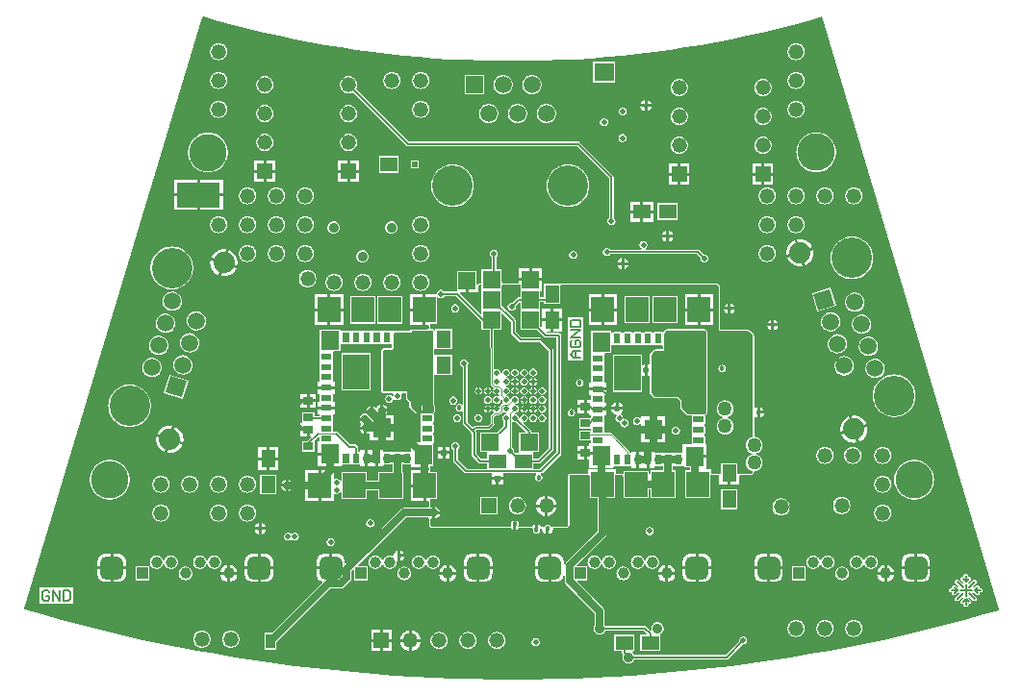
<source format=gbl>
%FSLAX25Y25*%
%MOIN*%
G70*
G01*
G75*
G04 Layer_Physical_Order=6*
G04 Layer_Color=16711680*
%ADD10C,0.00605*%
%ADD11R,0.03347X0.05118*%
%ADD12R,0.07087X0.06299*%
%ADD13C,0.02000*%
%ADD14R,0.01378X0.05512*%
%ADD15R,0.15000X0.08500*%
%ADD16R,0.02756X0.01575*%
%ADD17R,0.03543X0.02756*%
%ADD18R,0.06496X0.00984*%
%ADD19R,0.06496X0.00984*%
%ADD20R,0.06000X0.06000*%
%ADD21R,0.02756X0.03543*%
%ADD22R,0.05000X0.06000*%
%ADD23R,0.06000X0.05000*%
%ADD24C,0.00800*%
%ADD25C,0.02000*%
%ADD26C,0.00425*%
%ADD27C,0.00500*%
%ADD28C,0.00400*%
%ADD29C,0.00600*%
%ADD30C,0.05000*%
%ADD31R,0.05906X0.05906*%
%ADD32C,0.05906*%
%ADD33C,0.14000*%
%ADD34C,0.07400*%
%ADD35P,0.08352X4X152.0*%
%ADD36P,0.08352X4X298.0*%
%ADD37R,0.02362X0.03740*%
%ADD38C,0.03000*%
%ADD39C,0.04000*%
%ADD40P,0.02165X8X22.5*%
%ADD41R,0.03740X0.02362*%
%ADD42R,0.03937X0.03937*%
%ADD43C,0.03937*%
G04:AMPARAMS|DCode=44|XSize=78.74mil|YSize=78.74mil|CornerRadius=19.69mil|HoleSize=0mil|Usage=FLASHONLY|Rotation=0.000|XOffset=0mil|YOffset=0mil|HoleType=Round|Shape=RoundedRectangle|*
%AMROUNDEDRECTD44*
21,1,0.07874,0.03937,0,0,0.0*
21,1,0.03937,0.07874,0,0,0.0*
1,1,0.03937,0.01969,-0.01969*
1,1,0.03937,-0.01969,-0.01969*
1,1,0.03937,-0.01969,0.01969*
1,1,0.03937,0.01969,0.01969*
%
%ADD44ROUNDEDRECTD44*%
%ADD45C,0.03500*%
%ADD46R,0.05200X0.05200*%
%ADD47C,0.05200*%
%ADD48R,0.05200X0.05200*%
%ADD49R,0.02000X0.02000*%
%ADD50C,0.13000*%
%ADD51C,0.01800*%
%ADD52C,0.02200*%
%ADD53C,0.04000*%
%ADD54C,0.02800*%
%ADD55C,0.04500*%
%ADD56C,0.05543*%
%ADD57C,0.14800*%
%ADD58C,0.08200*%
%ADD59C,0.05500*%
G04:AMPARAMS|DCode=60|XSize=68mil|YSize=68mil|CornerRadius=0mil|HoleSize=0mil|Usage=FLASHONLY|Rotation=0.000|XOffset=0mil|YOffset=0mil|HoleType=Round|Shape=Relief|Width=10mil|Gap=10mil|Entries=4|*
%AMTHD60*
7,0,0,0.06800,0.04800,0.01000,45*
%
%ADD60THD60*%
G04:AMPARAMS|DCode=61|XSize=40mil|YSize=40mil|CornerRadius=0mil|HoleSize=0mil|Usage=FLASHONLY|Rotation=0.000|XOffset=0mil|YOffset=0mil|HoleType=Round|Shape=Relief|Width=6mil|Gap=8mil|Entries=4|*
%AMTHD61*
7,0,0,0.04000,0.02400,0.00600,45*
%
%ADD61THD61*%
G04:AMPARAMS|DCode=62|XSize=52mil|YSize=52mil|CornerRadius=0mil|HoleSize=0mil|Usage=FLASHONLY|Rotation=0.000|XOffset=0mil|YOffset=0mil|HoleType=Round|Shape=Relief|Width=6mil|Gap=8mil|Entries=4|*
%AMTHD62*
7,0,0,0.05200,0.03600,0.00600,45*
%
%ADD62THD62*%
G04:AMPARAMS|DCode=63|XSize=20mil|YSize=20mil|CornerRadius=0mil|HoleSize=0mil|Usage=FLASHONLY|Rotation=0.000|XOffset=0mil|YOffset=0mil|HoleType=Round|Shape=Relief|Width=4mil|Gap=3mil|Entries=4|*
%AMTHD63*
7,0,0,0.02000,0.01400,0.00400,45*
%
%ADD63THD63*%
%ADD64C,0.04913*%
%ADD65C,0.07315*%
%ADD66C,0.04200*%
%ADD67C,0.05800*%
%ADD68C,0.11600*%
%ADD69C,0.03200*%
%ADD70C,0.00480*%
%ADD71C,0.00390*%
%ADD72R,0.07874X0.08661*%
%ADD73R,0.06000X0.06000*%
%ADD74C,0.02500*%
%ADD75C,0.01500*%
G04:AMPARAMS|DCode=76|XSize=98mil|YSize=98mil|CornerRadius=0mil|HoleSize=0mil|Usage=FLASHONLY|Rotation=0.000|XOffset=0mil|YOffset=0mil|HoleType=Round|Shape=Relief|Width=10mil|Gap=10mil|Entries=4|*
%AMTHD76*
7,0,0,0.09800,0.07800,0.01000,45*
%
%ADD76THD76*%
%ADD77R,0.07874X0.08661*%
%ADD78R,0.09252X0.12205*%
%ADD79R,0.06299X0.06693*%
%ADD80R,0.06299X0.06693*%
%ADD81C,0.01000*%
%ADD82C,0.00375*%
%ADD83R,0.02000X0.01000*%
%ADD84R,0.07000X0.19000*%
%ADD85R,0.01000X0.14000*%
%ADD86R,0.05000X0.15000*%
%ADD87R,0.02000X0.01500*%
%ADD88R,0.06000X0.03500*%
%ADD89R,0.00500X0.01500*%
%ADD90R,0.01500X0.03000*%
%ADD91R,0.07500X0.26000*%
%ADD92R,0.02362X0.03740*%
%ADD93R,0.02362X0.03740*%
%ADD94R,0.02362X0.03740*%
%ADD95R,0.02362X0.03740*%
%ADD96R,0.03740X0.02362*%
%ADD97R,0.03740X0.02362*%
%ADD98R,0.06000X0.02760*%
%ADD99R,0.02107X0.03100*%
%ADD100R,0.05000X0.14260*%
%ADD101R,0.01000X0.13760*%
%ADD102R,0.02000X0.02000*%
G36*
X143364Y340127D02*
X148618Y338706D01*
X153891Y337361D01*
X159183Y336090D01*
X164492Y334895D01*
X169818Y333776D01*
X175159Y332734D01*
X180515Y331768D01*
X185884Y330878D01*
X191265Y330065D01*
X196657Y329329D01*
X202059Y328670D01*
X207470Y328088D01*
X212889Y327584D01*
X218314Y327157D01*
X223745Y326807D01*
X229180Y326536D01*
X234619Y326341D01*
X240060Y326225D01*
X245502Y326186D01*
X250944Y326225D01*
X256384Y326341D01*
X261823Y326536D01*
X267259Y326807D01*
X272689Y327157D01*
X278115Y327584D01*
X283533Y328088D01*
X288944Y328670D01*
X294346Y329329D01*
X299739Y330065D01*
X305120Y330878D01*
X310489Y331768D01*
X315844Y332734D01*
X321185Y333776D01*
X326511Y334895D01*
X331821Y336090D01*
X337112Y337361D01*
X342386Y338706D01*
X347639Y340127D01*
X352628Y341554D01*
X413982Y136018D01*
X413790Y135668D01*
X408610Y134184D01*
X401973Y132365D01*
X395316Y130622D01*
X388640Y128955D01*
X381945Y127364D01*
X375233Y125849D01*
X368504Y124411D01*
X361759Y123049D01*
X354999Y121764D01*
X348224Y120556D01*
X341437Y119426D01*
X334636Y118373D01*
X327825Y117397D01*
X321003Y116499D01*
X314171Y115678D01*
X307330Y114936D01*
X300481Y114271D01*
X293624Y113684D01*
X286762Y113175D01*
X279894Y112745D01*
X273022Y112393D01*
X266146Y112119D01*
X259268Y111923D01*
X252388Y111805D01*
X245507Y111766D01*
X238626Y111805D01*
X231746Y111923D01*
X224867Y112119D01*
X217991Y112393D01*
X211119Y112745D01*
X204252Y113175D01*
X197389Y113684D01*
X190533Y114271D01*
X183684Y114936D01*
X176843Y115678D01*
X170011Y116499D01*
X163189Y117397D01*
X156377Y118373D01*
X149577Y119426D01*
X142789Y120556D01*
X136015Y121764D01*
X129255Y123049D01*
X122510Y124411D01*
X115780Y125849D01*
X109068Y127364D01*
X102373Y128955D01*
X95697Y130622D01*
X89040Y132365D01*
X82404Y134184D01*
X76455Y135888D01*
X76263Y136239D01*
X137785Y341437D01*
X138132Y341623D01*
X143364Y340127D01*
D02*
G37*
%LPC*%
G36*
X153528Y182509D02*
X153057Y182472D01*
X152598Y182362D01*
X152162Y182181D01*
X151759Y181935D01*
X151400Y181628D01*
X151093Y181269D01*
X150847Y180866D01*
X150666Y180430D01*
X150556Y179971D01*
X150519Y179500D01*
X150556Y179029D01*
X150666Y178570D01*
X150847Y178134D01*
X151093Y177731D01*
X151400Y177372D01*
X151759Y177065D01*
X152162Y176819D01*
X152598Y176638D01*
X153057Y176528D01*
X153528Y176491D01*
X153999Y176528D01*
X154458Y176638D01*
X154894Y176819D01*
X155297Y177065D01*
X155656Y177372D01*
X155963Y177731D01*
X156209Y178134D01*
X156390Y178570D01*
X156500Y179029D01*
X156537Y179500D01*
X156500Y179971D01*
X156390Y180430D01*
X156209Y180866D01*
X155963Y181269D01*
X155656Y181628D01*
X155297Y181935D01*
X154894Y182181D01*
X154458Y182362D01*
X153999Y182472D01*
X153528Y182509D01*
D02*
G37*
G36*
X143528D02*
X143057Y182472D01*
X142598Y182362D01*
X142162Y182181D01*
X141759Y181935D01*
X141400Y181628D01*
X141093Y181269D01*
X140847Y180866D01*
X140666Y180430D01*
X140556Y179971D01*
X140519Y179500D01*
X140556Y179029D01*
X140666Y178570D01*
X140847Y178134D01*
X141093Y177731D01*
X141400Y177372D01*
X141759Y177065D01*
X142162Y176819D01*
X142598Y176638D01*
X143057Y176528D01*
X143528Y176491D01*
X143999Y176528D01*
X144458Y176638D01*
X144894Y176819D01*
X145297Y177065D01*
X145656Y177372D01*
X145963Y177731D01*
X146209Y178134D01*
X146390Y178570D01*
X146500Y179029D01*
X146537Y179500D01*
X146500Y179971D01*
X146390Y180430D01*
X146209Y180866D01*
X145963Y181269D01*
X145656Y181628D01*
X145297Y181935D01*
X144894Y182181D01*
X144458Y182362D01*
X143999Y182472D01*
X143528Y182509D01*
D02*
G37*
G36*
X166728Y178600D02*
X165290D01*
X165371Y178331D01*
X165557Y177983D01*
X165807Y177679D01*
X166112Y177429D01*
X166459Y177243D01*
X166728Y177162D01*
Y178600D01*
D02*
G37*
G36*
X373528Y182509D02*
X373057Y182472D01*
X372598Y182362D01*
X372162Y182181D01*
X371759Y181935D01*
X371400Y181628D01*
X371093Y181269D01*
X370847Y180866D01*
X370666Y180430D01*
X370556Y179971D01*
X370519Y179500D01*
X370556Y179029D01*
X370666Y178570D01*
X370847Y178134D01*
X371093Y177731D01*
X371400Y177372D01*
X371759Y177065D01*
X372162Y176819D01*
X372598Y176638D01*
X373057Y176528D01*
X373528Y176491D01*
X373999Y176528D01*
X374458Y176638D01*
X374894Y176819D01*
X375297Y177065D01*
X375656Y177372D01*
X375963Y177731D01*
X376209Y178134D01*
X376390Y178570D01*
X376500Y179029D01*
X376537Y179500D01*
X376500Y179971D01*
X376390Y180430D01*
X376209Y180866D01*
X375963Y181269D01*
X375656Y181628D01*
X375297Y181935D01*
X374894Y182181D01*
X374458Y182362D01*
X373999Y182472D01*
X373528Y182509D01*
D02*
G37*
G36*
X133528D02*
X133057Y182472D01*
X132598Y182362D01*
X132162Y182181D01*
X131759Y181935D01*
X131400Y181628D01*
X131093Y181269D01*
X130847Y180866D01*
X130666Y180430D01*
X130556Y179971D01*
X130519Y179500D01*
X130556Y179029D01*
X130666Y178570D01*
X130847Y178134D01*
X131093Y177731D01*
X131400Y177372D01*
X131759Y177065D01*
X132162Y176819D01*
X132598Y176638D01*
X133057Y176528D01*
X133528Y176491D01*
X133999Y176528D01*
X134458Y176638D01*
X134894Y176819D01*
X135297Y177065D01*
X135656Y177372D01*
X135963Y177731D01*
X136209Y178134D01*
X136390Y178570D01*
X136500Y179029D01*
X136537Y179500D01*
X136500Y179971D01*
X136390Y180430D01*
X136209Y180866D01*
X135963Y181269D01*
X135656Y181628D01*
X135297Y181935D01*
X134894Y182181D01*
X134458Y182362D01*
X133999Y182472D01*
X133528Y182509D01*
D02*
G37*
G36*
X384418Y187908D02*
X383741Y187875D01*
X383070Y187776D01*
X382412Y187611D01*
X381774Y187382D01*
X381161Y187093D01*
X380580Y186744D01*
X380035Y186340D01*
X379533Y185885D01*
X379078Y185383D01*
X378674Y184838D01*
X378325Y184257D01*
X378035Y183644D01*
X377807Y183005D01*
X377642Y182348D01*
X377543Y181677D01*
X377509Y181000D01*
X377543Y180323D01*
X377642Y179652D01*
X377807Y178995D01*
X378035Y178356D01*
X378325Y177743D01*
X378674Y177162D01*
X379078Y176617D01*
X379533Y176115D01*
X380035Y175660D01*
X380580Y175256D01*
X381161Y174907D01*
X381774Y174618D01*
X382412Y174389D01*
X383070Y174224D01*
X383741Y174125D01*
X384418Y174092D01*
X385095Y174125D01*
X385766Y174224D01*
X386423Y174389D01*
X387062Y174618D01*
X387674Y174907D01*
X388256Y175256D01*
X388800Y175660D01*
X389303Y176115D01*
X389758Y176617D01*
X390162Y177162D01*
X390510Y177743D01*
X390800Y178356D01*
X391029Y178995D01*
X391193Y179652D01*
X391293Y180323D01*
X391326Y181000D01*
X391293Y181677D01*
X391193Y182348D01*
X391029Y183005D01*
X390800Y183644D01*
X390510Y184257D01*
X390162Y184838D01*
X389758Y185383D01*
X389303Y185885D01*
X388800Y186340D01*
X388256Y186744D01*
X387674Y187093D01*
X387062Y187382D01*
X386423Y187611D01*
X385766Y187776D01*
X385095Y187875D01*
X384418Y187908D01*
D02*
G37*
G36*
X105820D02*
X105142Y187875D01*
X104472Y187776D01*
X103814Y187611D01*
X103176Y187382D01*
X102563Y187093D01*
X101981Y186744D01*
X101437Y186340D01*
X100935Y185885D01*
X100479Y185383D01*
X100075Y184838D01*
X99727Y184257D01*
X99437Y183644D01*
X99209Y183005D01*
X99044Y182348D01*
X98945Y181677D01*
X98911Y181000D01*
X98945Y180323D01*
X99044Y179652D01*
X99209Y178995D01*
X99437Y178356D01*
X99727Y177743D01*
X100075Y177162D01*
X100479Y176617D01*
X100935Y176115D01*
X101437Y175660D01*
X101981Y175256D01*
X102563Y174907D01*
X103176Y174618D01*
X103814Y174389D01*
X104472Y174224D01*
X105142Y174125D01*
X105820Y174092D01*
X106497Y174125D01*
X107167Y174224D01*
X107825Y174389D01*
X108463Y174618D01*
X109076Y174907D01*
X109658Y175256D01*
X110202Y175660D01*
X110705Y176115D01*
X111160Y176617D01*
X111564Y177162D01*
X111912Y177743D01*
X112202Y178356D01*
X112430Y178995D01*
X112595Y179652D01*
X112695Y180323D01*
X112728Y181000D01*
X112695Y181677D01*
X112595Y182348D01*
X112430Y183005D01*
X112202Y183644D01*
X111912Y184257D01*
X111564Y184838D01*
X111160Y185383D01*
X110705Y185885D01*
X110202Y186340D01*
X109658Y186744D01*
X109076Y187093D01*
X108463Y187382D01*
X107825Y187611D01*
X107167Y187776D01*
X106497Y187875D01*
X105820Y187908D01*
D02*
G37*
G36*
X123528Y182509D02*
X123057Y182472D01*
X122598Y182362D01*
X122162Y182181D01*
X121759Y181935D01*
X121400Y181628D01*
X121093Y181269D01*
X120847Y180866D01*
X120666Y180430D01*
X120556Y179971D01*
X120519Y179500D01*
X120556Y179029D01*
X120666Y178570D01*
X120847Y178134D01*
X121093Y177731D01*
X121400Y177372D01*
X121759Y177065D01*
X122162Y176819D01*
X122598Y176638D01*
X123057Y176528D01*
X123528Y176491D01*
X123999Y176528D01*
X124458Y176638D01*
X124894Y176819D01*
X125297Y177065D01*
X125656Y177372D01*
X125963Y177731D01*
X126209Y178134D01*
X126390Y178570D01*
X126500Y179029D01*
X126537Y179500D01*
X126500Y179971D01*
X126390Y180430D01*
X126209Y180866D01*
X125963Y181269D01*
X125656Y181628D01*
X125297Y181935D01*
X124894Y182181D01*
X124458Y182362D01*
X123999Y182472D01*
X123528Y182509D01*
D02*
G37*
G36*
X163628Y182700D02*
X157828D01*
Y175900D01*
X163628D01*
Y182700D01*
D02*
G37*
G36*
X169166Y178600D02*
X167728D01*
Y177162D01*
X167997Y177243D01*
X168344Y177429D01*
X168649Y177679D01*
X168899Y177983D01*
X169085Y178331D01*
X169166Y178600D01*
D02*
G37*
G36*
X197756Y191339D02*
X195213D01*
Y188469D01*
Y185599D01*
X197756D01*
Y188469D01*
Y191339D01*
D02*
G37*
G36*
X164228Y187800D02*
X161228D01*
Y184300D01*
X164228D01*
Y187800D01*
D02*
G37*
G36*
X353528Y192509D02*
X353057Y192472D01*
X352598Y192362D01*
X352162Y192181D01*
X351759Y191935D01*
X351400Y191628D01*
X351093Y191269D01*
X350847Y190866D01*
X350666Y190430D01*
X350556Y189971D01*
X350519Y189500D01*
X350556Y189029D01*
X350666Y188570D01*
X350847Y188134D01*
X351093Y187731D01*
X351400Y187372D01*
X351759Y187065D01*
X352162Y186819D01*
X352598Y186638D01*
X353057Y186528D01*
X353528Y186491D01*
X353999Y186528D01*
X354458Y186638D01*
X354894Y186819D01*
X355297Y187065D01*
X355656Y187372D01*
X355963Y187731D01*
X356209Y188134D01*
X356390Y188570D01*
X356500Y189029D01*
X356537Y189500D01*
X356500Y189971D01*
X356390Y190430D01*
X356209Y190866D01*
X355963Y191269D01*
X355656Y191628D01*
X355297Y191935D01*
X354894Y192181D01*
X354458Y192362D01*
X353999Y192472D01*
X353528Y192509D01*
D02*
G37*
G36*
X181615Y189445D02*
X177965D01*
Y185599D01*
X181615D01*
Y189445D01*
D02*
G37*
G36*
X160228Y187800D02*
X157228D01*
Y184300D01*
X160228D01*
Y187800D01*
D02*
G37*
G36*
X214434Y184331D02*
X209997D01*
Y179500D01*
X214434D01*
Y184331D01*
D02*
G37*
G36*
X178022D02*
X173585D01*
Y179500D01*
X178022D01*
Y184331D01*
D02*
G37*
G36*
X167728Y181038D02*
Y179600D01*
X169166D01*
X169085Y179869D01*
X168899Y180217D01*
X168649Y180521D01*
X168344Y180771D01*
X167997Y180957D01*
X167728Y181038D01*
D02*
G37*
G36*
X166728D02*
X166459Y180957D01*
X166112Y180771D01*
X165807Y180521D01*
X165557Y180217D01*
X165371Y179869D01*
X165290Y179600D01*
X166728D01*
Y181038D01*
D02*
G37*
G36*
X169928Y162707D02*
X169654Y162680D01*
X169390Y162600D01*
X169147Y162470D01*
X168933Y162295D01*
X168928Y162288D01*
X168528D01*
X168523Y162295D01*
X168310Y162470D01*
X168066Y162600D01*
X167803Y162680D01*
X167528Y162707D01*
X167254Y162680D01*
X166990Y162600D01*
X166746Y162470D01*
X166533Y162295D01*
X166358Y162082D01*
X166228Y161838D01*
X166148Y161574D01*
X166121Y161300D01*
X166148Y161026D01*
X166228Y160762D01*
X166358Y160518D01*
X166533Y160305D01*
X166746Y160130D01*
X166990Y160000D01*
X167254Y159920D01*
X167528Y159893D01*
X167803Y159920D01*
X168066Y160000D01*
X168310Y160130D01*
X168523Y160305D01*
X168528Y160312D01*
X168928D01*
X168933Y160305D01*
X169147Y160130D01*
X169390Y160000D01*
X169654Y159920D01*
X169928Y159893D01*
X170203Y159920D01*
X170466Y160000D01*
X170710Y160130D01*
X170923Y160305D01*
X171098Y160518D01*
X171228Y160762D01*
X171308Y161026D01*
X171335Y161300D01*
X171308Y161574D01*
X171228Y161838D01*
X171098Y162082D01*
X170923Y162295D01*
X170710Y162470D01*
X170466Y162600D01*
X170203Y162680D01*
X169928Y162707D01*
D02*
G37*
G36*
X159866Y163600D02*
X158428D01*
Y162162D01*
X158697Y162243D01*
X159045Y162429D01*
X159349Y162679D01*
X159599Y162984D01*
X159785Y163331D01*
X159866Y163600D01*
D02*
G37*
G36*
X157428Y166038D02*
X157159Y165957D01*
X156811Y165771D01*
X156507Y165521D01*
X156257Y165217D01*
X156071Y164869D01*
X155990Y164600D01*
X157428D01*
Y166038D01*
D02*
G37*
G36*
X196028Y167307D02*
X195754Y167280D01*
X195490Y167200D01*
X195247Y167070D01*
X195033Y166895D01*
X194858Y166682D01*
X194728Y166438D01*
X194648Y166174D01*
X194621Y165900D01*
X194648Y165626D01*
X194728Y165362D01*
X194858Y165118D01*
X195033Y164905D01*
X195247Y164730D01*
X195490Y164600D01*
X195754Y164520D01*
X196028Y164493D01*
X196302Y164520D01*
X196566Y164600D01*
X196810Y164730D01*
X197023Y164905D01*
X197198Y165118D01*
X197328Y165362D01*
X197408Y165626D01*
X197435Y165900D01*
X197408Y166174D01*
X197328Y166438D01*
X197198Y166682D01*
X197023Y166895D01*
X196810Y167070D01*
X196566Y167200D01*
X196302Y167280D01*
X196028Y167307D01*
D02*
G37*
G36*
X157428Y163600D02*
X155990D01*
X156071Y163331D01*
X156257Y162984D01*
X156507Y162679D01*
X156811Y162429D01*
X157159Y162243D01*
X157428Y162162D01*
Y163600D01*
D02*
G37*
G36*
X206528Y156534D02*
Y155200D01*
X207862D01*
X207792Y155431D01*
X207615Y155761D01*
X207378Y156050D01*
X207089Y156287D01*
X206759Y156464D01*
X206528Y156534D01*
D02*
G37*
G36*
X205528D02*
X205297Y156464D01*
X204967Y156287D01*
X204678Y156050D01*
X204441Y155761D01*
X204264Y155431D01*
X204155Y155072D01*
X204134Y154854D01*
X203791Y154649D01*
X203599Y154728D01*
X203237Y154815D01*
X202865Y154844D01*
X202494Y154815D01*
X202131Y154728D01*
X201787Y154586D01*
X201469Y154391D01*
X201185Y154149D01*
X200943Y153865D01*
X200748Y153547D01*
X200606Y153203D01*
X200565Y153034D01*
X200165D01*
X200125Y153203D01*
X199982Y153547D01*
X199787Y153865D01*
X199545Y154149D01*
X199262Y154391D01*
X198944Y154586D01*
X198599Y154728D01*
X198237Y154815D01*
X197865Y154844D01*
X197494Y154815D01*
X197131Y154728D01*
X196787Y154586D01*
X196469Y154391D01*
X196185Y154149D01*
X195943Y153865D01*
X195748Y153547D01*
X195606Y153203D01*
X195519Y152840D01*
X195489Y152469D01*
X195519Y152097D01*
X195606Y151734D01*
X195748Y151390D01*
X195943Y151072D01*
X196185Y150789D01*
X196469Y150547D01*
X196787Y150352D01*
X197131Y150209D01*
X197494Y150122D01*
X197865Y150093D01*
X198237Y150122D01*
X198599Y150209D01*
X198944Y150352D01*
X199262Y150547D01*
X199545Y150789D01*
X199787Y151072D01*
X199982Y151390D01*
X200125Y151734D01*
X200165Y151903D01*
X200565D01*
X200606Y151734D01*
X200748Y151390D01*
X200943Y151072D01*
X201185Y150789D01*
X201469Y150547D01*
X201787Y150352D01*
X202131Y150209D01*
X202494Y150122D01*
X202865Y150093D01*
X203237Y150122D01*
X203599Y150209D01*
X203944Y150352D01*
X204262Y150547D01*
X204545Y150789D01*
X204787Y151072D01*
X204982Y151390D01*
X205125Y151734D01*
X205212Y152097D01*
X205241Y152469D01*
X205230Y152611D01*
X205528Y152851D01*
Y154700D01*
Y156534D01*
D02*
G37*
G36*
X292828Y164607D02*
X292554Y164580D01*
X292290Y164500D01*
X292046Y164370D01*
X291833Y164195D01*
X291658Y163982D01*
X291528Y163738D01*
X291448Y163475D01*
X291421Y163200D01*
X291448Y162926D01*
X291528Y162662D01*
X291658Y162418D01*
X291833Y162205D01*
X292046Y162030D01*
X292290Y161900D01*
X292554Y161820D01*
X292828Y161793D01*
X293103Y161820D01*
X293366Y161900D01*
X293610Y162030D01*
X293823Y162205D01*
X293998Y162418D01*
X294128Y162662D01*
X294208Y162926D01*
X294235Y163200D01*
X294208Y163475D01*
X294128Y163738D01*
X293998Y163982D01*
X293823Y164195D01*
X293610Y164370D01*
X293366Y164500D01*
X293103Y164580D01*
X292828Y164607D01*
D02*
G37*
G36*
X182328Y160807D02*
X182054Y160780D01*
X181790Y160700D01*
X181546Y160570D01*
X181333Y160395D01*
X181158Y160182D01*
X181028Y159938D01*
X180948Y159675D01*
X180921Y159400D01*
X180948Y159125D01*
X181028Y158862D01*
X181158Y158618D01*
X181333Y158405D01*
X181546Y158230D01*
X181790Y158100D01*
X182054Y158020D01*
X182328Y157993D01*
X182603Y158020D01*
X182866Y158100D01*
X183110Y158230D01*
X183323Y158405D01*
X183498Y158618D01*
X183628Y158862D01*
X183708Y159125D01*
X183735Y159400D01*
X183708Y159675D01*
X183628Y159938D01*
X183498Y160182D01*
X183323Y160395D01*
X183110Y160570D01*
X182866Y160700D01*
X182603Y160780D01*
X182328Y160807D01*
D02*
G37*
G36*
X158428Y166038D02*
Y164600D01*
X159866D01*
X159785Y164869D01*
X159599Y165217D01*
X159349Y165521D01*
X159045Y165771D01*
X158697Y165957D01*
X158428Y166038D01*
D02*
G37*
G36*
X323228Y177600D02*
X317428D01*
Y170800D01*
X323228D01*
Y177600D01*
D02*
G37*
G36*
X359328Y175109D02*
X358857Y175072D01*
X358398Y174962D01*
X357962Y174781D01*
X357559Y174535D01*
X357200Y174228D01*
X356893Y173869D01*
X356647Y173466D01*
X356466Y173030D01*
X356356Y172571D01*
X356319Y172100D01*
X356356Y171629D01*
X356466Y171170D01*
X356647Y170734D01*
X356893Y170331D01*
X357200Y169972D01*
X357559Y169665D01*
X357962Y169419D01*
X358398Y169238D01*
X358857Y169128D01*
X359328Y169091D01*
X359799Y169128D01*
X360258Y169238D01*
X360694Y169419D01*
X361097Y169665D01*
X361456Y169972D01*
X361763Y170331D01*
X362009Y170734D01*
X362190Y171170D01*
X362300Y171629D01*
X362337Y172100D01*
X362300Y172571D01*
X362190Y173030D01*
X362009Y173466D01*
X361763Y173869D01*
X361456Y174228D01*
X361097Y174535D01*
X360694Y174781D01*
X360258Y174962D01*
X359799Y175072D01*
X359328Y175109D01*
D02*
G37*
G36*
X214434Y178500D02*
X209997D01*
Y173669D01*
X214434D01*
Y178500D01*
D02*
G37*
G36*
X178022D02*
X173585D01*
Y173669D01*
X178022D01*
Y178500D01*
D02*
G37*
G36*
X338328Y174609D02*
X337857Y174572D01*
X337398Y174462D01*
X336962Y174281D01*
X336559Y174035D01*
X336200Y173728D01*
X335893Y173369D01*
X335647Y172966D01*
X335466Y172530D01*
X335356Y172071D01*
X335319Y171600D01*
X335356Y171129D01*
X335466Y170670D01*
X335647Y170234D01*
X335893Y169831D01*
X336200Y169472D01*
X336559Y169165D01*
X336962Y168919D01*
X337398Y168738D01*
X337857Y168628D01*
X338328Y168591D01*
X338799Y168628D01*
X339258Y168738D01*
X339694Y168919D01*
X340097Y169165D01*
X340456Y169472D01*
X340763Y169831D01*
X341009Y170234D01*
X341190Y170670D01*
X341300Y171129D01*
X341337Y171600D01*
X341300Y172071D01*
X341190Y172530D01*
X341009Y172966D01*
X340763Y173369D01*
X340456Y173728D01*
X340097Y174035D01*
X339694Y174281D01*
X339258Y174462D01*
X338799Y174572D01*
X338328Y174609D01*
D02*
G37*
G36*
X143528Y172509D02*
X143057Y172472D01*
X142598Y172362D01*
X142162Y172181D01*
X141759Y171935D01*
X141400Y171628D01*
X141093Y171269D01*
X140847Y170866D01*
X140666Y170430D01*
X140556Y169971D01*
X140519Y169500D01*
X140556Y169029D01*
X140666Y168570D01*
X140847Y168134D01*
X141093Y167731D01*
X141400Y167372D01*
X141759Y167065D01*
X142162Y166819D01*
X142598Y166638D01*
X143057Y166528D01*
X143528Y166491D01*
X143999Y166528D01*
X144458Y166638D01*
X144894Y166819D01*
X145297Y167065D01*
X145656Y167372D01*
X145963Y167731D01*
X146209Y168134D01*
X146390Y168570D01*
X146500Y169029D01*
X146537Y169500D01*
X146500Y169971D01*
X146390Y170430D01*
X146209Y170866D01*
X145963Y171269D01*
X145656Y171628D01*
X145297Y171935D01*
X144894Y172181D01*
X144458Y172362D01*
X143999Y172472D01*
X143528Y172509D01*
D02*
G37*
G36*
X123528D02*
X123057Y172472D01*
X122598Y172362D01*
X122162Y172181D01*
X121759Y171935D01*
X121400Y171628D01*
X121093Y171269D01*
X120847Y170866D01*
X120666Y170430D01*
X120556Y169971D01*
X120519Y169500D01*
X120556Y169029D01*
X120666Y168570D01*
X120847Y168134D01*
X121093Y167731D01*
X121400Y167372D01*
X121759Y167065D01*
X122162Y166819D01*
X122598Y166638D01*
X123057Y166528D01*
X123528Y166491D01*
X123999Y166528D01*
X124458Y166638D01*
X124894Y166819D01*
X125297Y167065D01*
X125656Y167372D01*
X125963Y167731D01*
X126209Y168134D01*
X126390Y168570D01*
X126500Y169029D01*
X126537Y169500D01*
X126500Y169971D01*
X126390Y170430D01*
X126209Y170866D01*
X125963Y171269D01*
X125656Y171628D01*
X125297Y171935D01*
X124894Y172181D01*
X124458Y172362D01*
X123999Y172472D01*
X123528Y172509D01*
D02*
G37*
G36*
X373528D02*
X373057Y172472D01*
X372598Y172362D01*
X372162Y172181D01*
X371759Y171935D01*
X371400Y171628D01*
X371093Y171269D01*
X370847Y170866D01*
X370666Y170430D01*
X370556Y169971D01*
X370519Y169500D01*
X370556Y169029D01*
X370666Y168570D01*
X370847Y168134D01*
X371093Y167731D01*
X371400Y167372D01*
X371759Y167065D01*
X372162Y166819D01*
X372598Y166638D01*
X373057Y166528D01*
X373528Y166491D01*
X373999Y166528D01*
X374458Y166638D01*
X374894Y166819D01*
X375297Y167065D01*
X375656Y167372D01*
X375963Y167731D01*
X376209Y168134D01*
X376390Y168570D01*
X376500Y169029D01*
X376537Y169500D01*
X376500Y169971D01*
X376390Y170430D01*
X376209Y170866D01*
X375963Y171269D01*
X375656Y171628D01*
X375297Y171935D01*
X374894Y172181D01*
X374458Y172362D01*
X373999Y172472D01*
X373528Y172509D01*
D02*
G37*
G36*
X153528D02*
X153057Y172472D01*
X152598Y172362D01*
X152162Y172181D01*
X151759Y171935D01*
X151400Y171628D01*
X151093Y171269D01*
X150847Y170866D01*
X150666Y170430D01*
X150556Y169971D01*
X150519Y169500D01*
X150556Y169029D01*
X150666Y168570D01*
X150847Y168134D01*
X151093Y167731D01*
X151400Y167372D01*
X151759Y167065D01*
X152162Y166819D01*
X152598Y166638D01*
X153057Y166528D01*
X153528Y166491D01*
X153999Y166528D01*
X154458Y166638D01*
X154894Y166819D01*
X155297Y167065D01*
X155656Y167372D01*
X155963Y167731D01*
X156209Y168134D01*
X156390Y168570D01*
X156500Y169029D01*
X156537Y169500D01*
X156500Y169971D01*
X156390Y170430D01*
X156209Y170866D01*
X155963Y171269D01*
X155656Y171628D01*
X155297Y171935D01*
X154894Y172181D01*
X154458Y172362D01*
X153999Y172472D01*
X153528Y172509D01*
D02*
G37*
G36*
X363128Y192509D02*
X362657Y192472D01*
X362198Y192362D01*
X361762Y192181D01*
X361359Y191935D01*
X361000Y191628D01*
X360693Y191269D01*
X360447Y190866D01*
X360266Y190430D01*
X360156Y189971D01*
X360119Y189500D01*
X360156Y189029D01*
X360266Y188570D01*
X360447Y188134D01*
X360693Y187731D01*
X361000Y187372D01*
X361359Y187065D01*
X361762Y186819D01*
X362198Y186638D01*
X362657Y186528D01*
X363128Y186491D01*
X363599Y186528D01*
X364058Y186638D01*
X364494Y186819D01*
X364897Y187065D01*
X365256Y187372D01*
X365563Y187731D01*
X365809Y188134D01*
X365990Y188570D01*
X366100Y189029D01*
X366137Y189500D01*
X366100Y189971D01*
X365990Y190430D01*
X365809Y190866D01*
X365563Y191269D01*
X365256Y191628D01*
X364897Y191935D01*
X364494Y192181D01*
X364058Y192362D01*
X363599Y192472D01*
X363128Y192509D01*
D02*
G37*
G36*
X174028Y210831D02*
X171756D01*
Y208953D01*
X174028D01*
Y210831D01*
D02*
G37*
G36*
X183705Y212476D02*
X177965D01*
Y210795D01*
X178565D01*
Y208071D01*
X177965D01*
Y206390D01*
X183705D01*
Y208071D01*
X183105D01*
Y210795D01*
X183705D01*
Y212476D01*
D02*
G37*
G36*
X126602Y217387D02*
X124642Y210974D01*
X131054Y209014D01*
X133015Y215426D01*
X126602Y217387D01*
D02*
G37*
G36*
X177300Y210831D02*
X175028D01*
Y208953D01*
X177300D01*
Y210831D01*
D02*
G37*
G36*
Y207953D02*
X175028D01*
Y206075D01*
X177300D01*
Y207953D01*
D02*
G37*
G36*
X200528Y207038D02*
Y205600D01*
X201966D01*
X201885Y205869D01*
X201699Y206217D01*
X201449Y206521D01*
X201145Y206771D01*
X200797Y206957D01*
X200528Y207038D01*
D02*
G37*
G36*
X196028Y206538D02*
X195759Y206457D01*
X195412Y206271D01*
X195107Y206021D01*
X194857Y205716D01*
X194671Y205369D01*
X194590Y205100D01*
X196028D01*
Y206538D01*
D02*
G37*
G36*
X174028Y207953D02*
X171756D01*
Y206075D01*
X174028D01*
Y207953D01*
D02*
G37*
G36*
X199528Y207038D02*
X199259Y206957D01*
X198911Y206771D01*
X198607Y206521D01*
X198357Y206217D01*
X198309Y206126D01*
X197916Y206048D01*
X197644Y206271D01*
X197297Y206457D01*
X197028Y206538D01*
Y204600D01*
X196528D01*
Y204100D01*
X194360D01*
X194266Y204006D01*
X194228Y204010D01*
X193836Y203971D01*
X193459Y203857D01*
X193112Y203671D01*
X192807Y203421D01*
X192557Y203116D01*
X192371Y202769D01*
X192290Y202500D01*
X194228D01*
Y201500D01*
X192290D01*
X192371Y201231D01*
X192557Y200884D01*
X192807Y200579D01*
X192807Y200579D01*
X192807D01*
X192907Y200421D01*
X192657Y200116D01*
X192471Y199769D01*
X192390Y199500D01*
X194328D01*
Y199000D01*
X194828D01*
Y197062D01*
X195097Y197143D01*
X195445Y197329D01*
X195517Y197388D01*
X195878Y197217D01*
Y194653D01*
X199528D01*
Y199000D01*
X200028D01*
Y199500D01*
X204178D01*
Y203346D01*
X201722D01*
X201538Y203571D01*
X201473Y203708D01*
X201699Y203983D01*
X201885Y204331D01*
X201966Y204600D01*
X200028D01*
Y205100D01*
X199528D01*
Y207038D01*
D02*
G37*
G36*
X196097Y224991D02*
X186045D01*
Y211986D01*
X196097D01*
Y224991D01*
D02*
G37*
G36*
X357745Y231530D02*
X357308Y231486D01*
X356880Y231385D01*
X356469Y231230D01*
X356082Y231022D01*
X355725Y230765D01*
X355405Y230464D01*
X355127Y230123D01*
X354896Y229750D01*
X354715Y229349D01*
X354589Y228928D01*
X354518Y228494D01*
X354504Y228055D01*
X354549Y227618D01*
X354649Y227190D01*
X354805Y226779D01*
X355013Y226392D01*
X355270Y226035D01*
X355571Y225715D01*
X355911Y225437D01*
X356285Y225206D01*
X356686Y225025D01*
X357107Y224899D01*
X357540Y224828D01*
X357980Y224815D01*
X358417Y224858D01*
X358845Y224959D01*
X359256Y225115D01*
X359643Y225323D01*
X360000Y225580D01*
X360320Y225881D01*
X360598Y226221D01*
X360829Y226595D01*
X361010Y226996D01*
X361136Y227417D01*
X361207Y227850D01*
X361220Y228290D01*
X361176Y228727D01*
X361075Y229155D01*
X360920Y229566D01*
X360712Y229953D01*
X360455Y230310D01*
X360154Y230630D01*
X359813Y230908D01*
X359440Y231139D01*
X359039Y231319D01*
X358618Y231446D01*
X358184Y231517D01*
X357745Y231530D01*
D02*
G37*
G36*
X122891Y230957D02*
X122451Y230944D01*
X122018Y230873D01*
X121597Y230747D01*
X121196Y230566D01*
X120822Y230335D01*
X120482Y230057D01*
X120181Y229737D01*
X119924Y229380D01*
X119716Y228993D01*
X119560Y228582D01*
X119460Y228154D01*
X119415Y227717D01*
X119429Y227277D01*
X119500Y226844D01*
X119626Y226423D01*
X119807Y226022D01*
X120038Y225648D01*
X120316Y225308D01*
X120636Y225007D01*
X120993Y224750D01*
X121380Y224542D01*
X121791Y224386D01*
X122219Y224286D01*
X122656Y224241D01*
X123096Y224255D01*
X123529Y224326D01*
X123950Y224452D01*
X124351Y224633D01*
X124724Y224864D01*
X125065Y225142D01*
X125366Y225462D01*
X125623Y225819D01*
X125831Y226206D01*
X125987Y226617D01*
X126087Y227045D01*
X126131Y227482D01*
X126118Y227921D01*
X126047Y228355D01*
X125921Y228776D01*
X125740Y229177D01*
X125509Y229551D01*
X125231Y229891D01*
X124911Y230192D01*
X124554Y230449D01*
X124167Y230657D01*
X123756Y230813D01*
X123328Y230913D01*
X122891Y230957D01*
D02*
G37*
G36*
X366139Y238279D02*
X365701Y238235D01*
X365274Y238134D01*
X364863Y237979D01*
X364475Y237771D01*
X364119Y237514D01*
X363799Y237213D01*
X363521Y236872D01*
X363289Y236499D01*
X363109Y236098D01*
X362982Y235677D01*
X362912Y235243D01*
X362898Y234804D01*
X362942Y234367D01*
X363043Y233939D01*
X363199Y233528D01*
X363407Y233141D01*
X363663Y232784D01*
X363965Y232464D01*
X364305Y232186D01*
X364679Y231955D01*
X365079Y231774D01*
X365500Y231647D01*
X365934Y231577D01*
X366373Y231563D01*
X366810Y231607D01*
X367238Y231708D01*
X367649Y231864D01*
X368037Y232072D01*
X368393Y232329D01*
X368713Y232630D01*
X368991Y232970D01*
X369223Y233344D01*
X369403Y233745D01*
X369530Y234166D01*
X369601Y234599D01*
X369614Y235039D01*
X369570Y235476D01*
X369469Y235904D01*
X369313Y236315D01*
X369105Y236702D01*
X368849Y237058D01*
X368547Y237379D01*
X368207Y237657D01*
X367833Y237888D01*
X367433Y238069D01*
X367012Y238195D01*
X366578Y238266D01*
X366139Y238279D01*
D02*
G37*
G36*
X133623Y231859D02*
X133184Y231845D01*
X132750Y231775D01*
X132329Y231648D01*
X131929Y231468D01*
X131555Y231236D01*
X131214Y230958D01*
X130913Y230638D01*
X130657Y230281D01*
X130448Y229894D01*
X130293Y229483D01*
X130192Y229055D01*
X130148Y228618D01*
X130161Y228179D01*
X130232Y227745D01*
X130359Y227324D01*
X130539Y226923D01*
X130771Y226550D01*
X131049Y226209D01*
X131369Y225908D01*
X131726Y225652D01*
X132113Y225444D01*
X132524Y225288D01*
X132951Y225187D01*
X133389Y225143D01*
X133828Y225156D01*
X134262Y225227D01*
X134683Y225354D01*
X135083Y225534D01*
X135457Y225765D01*
X135797Y226044D01*
X136099Y226364D01*
X136355Y226720D01*
X136563Y227108D01*
X136719Y227519D01*
X136820Y227946D01*
X136864Y228384D01*
X136850Y228823D01*
X136780Y229257D01*
X136653Y229678D01*
X136473Y230078D01*
X136241Y230452D01*
X135963Y230792D01*
X135643Y231094D01*
X135286Y231350D01*
X134899Y231558D01*
X134488Y231714D01*
X134061Y231815D01*
X133623Y231859D01*
D02*
G37*
G36*
X368478Y230629D02*
X368040Y230585D01*
X367613Y230484D01*
X367202Y230328D01*
X366814Y230120D01*
X366458Y229864D01*
X366138Y229562D01*
X365860Y229222D01*
X365628Y228848D01*
X365448Y228448D01*
X365321Y228027D01*
X365250Y227593D01*
X365237Y227154D01*
X365281Y226716D01*
X365382Y226289D01*
X365538Y225877D01*
X365745Y225490D01*
X366002Y225134D01*
X366303Y224814D01*
X366644Y224535D01*
X367018Y224304D01*
X367418Y224124D01*
X367839Y223997D01*
X368273Y223926D01*
X368712Y223913D01*
X369149Y223957D01*
X369577Y224058D01*
X369988Y224214D01*
X370375Y224422D01*
X370732Y224678D01*
X371052Y224979D01*
X371330Y225320D01*
X371562Y225693D01*
X371742Y226094D01*
X371869Y226515D01*
X371939Y226949D01*
X371953Y227388D01*
X371909Y227825D01*
X371808Y228253D01*
X371652Y228664D01*
X371444Y229051D01*
X371187Y229408D01*
X370886Y229728D01*
X370546Y230006D01*
X370172Y230238D01*
X369772Y230418D01*
X369351Y230545D01*
X368917Y230615D01*
X368478Y230629D01*
D02*
G37*
G36*
X120552Y223307D02*
X120112Y223293D01*
X119679Y223223D01*
X119258Y223096D01*
X118857Y222916D01*
X118483Y222684D01*
X118143Y222406D01*
X117842Y222086D01*
X117585Y221729D01*
X117377Y221342D01*
X117221Y220931D01*
X117121Y220503D01*
X117077Y220066D01*
X117090Y219627D01*
X117161Y219193D01*
X117287Y218772D01*
X117468Y218372D01*
X117699Y217998D01*
X117977Y217657D01*
X118297Y217356D01*
X118654Y217099D01*
X119041Y216892D01*
X119452Y216736D01*
X119880Y216635D01*
X120317Y216591D01*
X120756Y216604D01*
X121190Y216675D01*
X121611Y216802D01*
X122012Y216982D01*
X122386Y217214D01*
X122726Y217492D01*
X123027Y217812D01*
X123284Y218168D01*
X123492Y218556D01*
X123648Y218967D01*
X123748Y219394D01*
X123792Y219832D01*
X123779Y220271D01*
X123708Y220705D01*
X123582Y221126D01*
X123401Y221526D01*
X123170Y221900D01*
X122892Y222240D01*
X122572Y222541D01*
X122215Y222798D01*
X121828Y223006D01*
X121417Y223162D01*
X120989Y223263D01*
X120552Y223307D01*
D02*
G37*
G36*
X370817Y222978D02*
X370379Y222934D01*
X369952Y222834D01*
X369541Y222678D01*
X369153Y222470D01*
X368797Y222213D01*
X368477Y221912D01*
X368198Y221572D01*
X367967Y221198D01*
X367787Y220797D01*
X367660Y220376D01*
X367589Y219942D01*
X367576Y219503D01*
X367620Y219066D01*
X367721Y218638D01*
X367877Y218227D01*
X368085Y217840D01*
X368341Y217483D01*
X368642Y217163D01*
X368983Y216885D01*
X369356Y216654D01*
X369757Y216473D01*
X370178Y216347D01*
X370612Y216276D01*
X371051Y216263D01*
X371488Y216307D01*
X371916Y216407D01*
X372327Y216563D01*
X372714Y216771D01*
X373071Y217028D01*
X373391Y217329D01*
X373669Y217669D01*
X373901Y218043D01*
X374081Y218444D01*
X374208Y218865D01*
X374278Y219298D01*
X374292Y219738D01*
X374248Y220175D01*
X374147Y220603D01*
X373991Y221014D01*
X373783Y221401D01*
X373527Y221758D01*
X373225Y222078D01*
X372885Y222356D01*
X372511Y222587D01*
X372111Y222768D01*
X371690Y222894D01*
X371256Y222965D01*
X370817Y222978D01*
D02*
G37*
G36*
X131284Y224208D02*
X130845Y224195D01*
X130411Y224124D01*
X129990Y223998D01*
X129590Y223817D01*
X129216Y223586D01*
X128876Y223308D01*
X128574Y222988D01*
X128318Y222631D01*
X128110Y222244D01*
X127954Y221833D01*
X127853Y221405D01*
X127809Y220968D01*
X127822Y220528D01*
X127893Y220095D01*
X128020Y219674D01*
X128200Y219273D01*
X128432Y218899D01*
X128710Y218559D01*
X129030Y218258D01*
X129386Y218001D01*
X129774Y217793D01*
X130185Y217637D01*
X130612Y217537D01*
X131050Y217493D01*
X131489Y217506D01*
X131923Y217577D01*
X132344Y217703D01*
X132744Y217884D01*
X133118Y218115D01*
X133458Y218393D01*
X133760Y218713D01*
X134016Y219070D01*
X134224Y219457D01*
X134380Y219868D01*
X134481Y220296D01*
X134525Y220733D01*
X134511Y221172D01*
X134441Y221606D01*
X134314Y222027D01*
X134134Y222428D01*
X133902Y222802D01*
X133624Y223142D01*
X133304Y223443D01*
X132948Y223700D01*
X132560Y223908D01*
X132149Y224064D01*
X131721Y224164D01*
X131284Y224208D01*
D02*
G37*
G36*
X360084Y223880D02*
X359647Y223836D01*
X359219Y223735D01*
X358808Y223579D01*
X358421Y223371D01*
X358064Y223115D01*
X357744Y222813D01*
X357466Y222473D01*
X357235Y222099D01*
X357054Y221699D01*
X356928Y221278D01*
X356857Y220844D01*
X356843Y220405D01*
X356888Y219967D01*
X356988Y219540D01*
X357144Y219129D01*
X357352Y218741D01*
X357609Y218385D01*
X357910Y218065D01*
X358250Y217787D01*
X358624Y217555D01*
X359025Y217375D01*
X359446Y217248D01*
X359879Y217178D01*
X360319Y217164D01*
X360756Y217208D01*
X361184Y217309D01*
X361595Y217464D01*
X361982Y217673D01*
X362339Y217929D01*
X362659Y218231D01*
X362937Y218571D01*
X363168Y218945D01*
X363349Y219345D01*
X363475Y219766D01*
X363546Y220200D01*
X363559Y220639D01*
X363515Y221076D01*
X363415Y221504D01*
X363259Y221915D01*
X363051Y222303D01*
X362794Y222659D01*
X362493Y222979D01*
X362153Y223257D01*
X361779Y223489D01*
X361378Y223669D01*
X360957Y223796D01*
X360523Y223866D01*
X360084Y223880D01*
D02*
G37*
G36*
X128472Y199380D02*
X127250Y195383D01*
X131247Y194161D01*
X131253Y194187D01*
X131321Y194711D01*
X131329Y195239D01*
X131279Y195764D01*
X131169Y196281D01*
X131003Y196782D01*
X130782Y197261D01*
X130508Y197712D01*
X130186Y198130D01*
X129819Y198510D01*
X129411Y198846D01*
X128969Y199134D01*
X128497Y199370D01*
X128472Y199380D01*
D02*
G37*
G36*
X363241Y197923D02*
X359245Y196701D01*
X359254Y196676D01*
X359491Y196204D01*
X359779Y195762D01*
X360115Y195354D01*
X360494Y194987D01*
X360912Y194665D01*
X361363Y194391D01*
X361843Y194170D01*
X362344Y194004D01*
X362860Y193895D01*
X363386Y193844D01*
X363913Y193852D01*
X364437Y193920D01*
X364463Y193927D01*
X363241Y197923D01*
D02*
G37*
G36*
X204178Y198500D02*
X200528D01*
Y194653D01*
X204178D01*
Y198500D01*
D02*
G37*
G36*
X368194Y199438D02*
X364198Y198216D01*
X365420Y194219D01*
X365445Y194228D01*
X365917Y194465D01*
X366359Y194753D01*
X366767Y195089D01*
X367134Y195468D01*
X367456Y195886D01*
X367730Y196338D01*
X367951Y196817D01*
X368117Y197318D01*
X368226Y197834D01*
X368277Y198360D01*
X368268Y198888D01*
X368201Y199411D01*
X368194Y199438D01*
D02*
G37*
G36*
X122004Y195941D02*
X121998Y195915D01*
X121930Y195391D01*
X121922Y194863D01*
X121972Y194338D01*
X122081Y193821D01*
X122248Y193320D01*
X122469Y192841D01*
X122743Y192390D01*
X123065Y191972D01*
X123432Y191592D01*
X123840Y191256D01*
X124282Y190968D01*
X124754Y190732D01*
X124779Y190722D01*
X126001Y194719D01*
X122004Y195941D01*
D02*
G37*
G36*
X160228Y192300D02*
X157228D01*
Y188800D01*
X160228D01*
Y192300D01*
D02*
G37*
G36*
X373528Y192509D02*
X373057Y192472D01*
X372598Y192362D01*
X372162Y192181D01*
X371759Y191935D01*
X371400Y191628D01*
X371093Y191269D01*
X370847Y190866D01*
X370666Y190430D01*
X370556Y189971D01*
X370519Y189500D01*
X370556Y189029D01*
X370666Y188570D01*
X370847Y188134D01*
X371093Y187731D01*
X371400Y187372D01*
X371759Y187065D01*
X372162Y186819D01*
X372598Y186638D01*
X373057Y186528D01*
X373528Y186491D01*
X373999Y186528D01*
X374458Y186638D01*
X374894Y186819D01*
X375297Y187065D01*
X375656Y187372D01*
X375963Y187731D01*
X376209Y188134D01*
X376390Y188570D01*
X376500Y189029D01*
X376537Y189500D01*
X376500Y189971D01*
X376390Y190430D01*
X376209Y190866D01*
X375963Y191269D01*
X375656Y191628D01*
X375297Y191935D01*
X374894Y192181D01*
X374458Y192362D01*
X373999Y192472D01*
X373528Y192509D01*
D02*
G37*
G36*
X126957Y194427D02*
X125735Y190430D01*
X125762Y190423D01*
X126285Y190356D01*
X126813Y190347D01*
X127339Y190398D01*
X127855Y190507D01*
X128356Y190673D01*
X128835Y190894D01*
X129287Y191168D01*
X129705Y191490D01*
X130084Y191858D01*
X130420Y192265D01*
X130708Y192707D01*
X130945Y193179D01*
X130954Y193205D01*
X126957Y194427D01*
D02*
G37*
G36*
X164228Y192300D02*
X161228D01*
Y188800D01*
X164228D01*
Y192300D01*
D02*
G37*
G36*
X126438Y199755D02*
X125912Y199704D01*
X125396Y199595D01*
X124895Y199429D01*
X124416Y199207D01*
X123964Y198934D01*
X123546Y198611D01*
X123167Y198244D01*
X122831Y197837D01*
X122543Y197395D01*
X122306Y196923D01*
X122297Y196897D01*
X126294Y195675D01*
X127515Y199672D01*
X127489Y199678D01*
X126966Y199746D01*
X126438Y199755D01*
D02*
G37*
G36*
X377481Y217533D02*
X376755Y217496D01*
X376036Y217388D01*
X375331Y217210D01*
X374647Y216963D01*
X373990Y216651D01*
X373367Y216276D01*
X372784Y215841D01*
X372247Y215352D01*
X371760Y214812D01*
X371328Y214227D01*
X370955Y213603D01*
X370646Y212945D01*
X370403Y212260D01*
X370227Y211554D01*
X370122Y210835D01*
X370088Y210108D01*
X370125Y209382D01*
X370234Y208663D01*
X370412Y207958D01*
X370658Y207274D01*
X370971Y206618D01*
X371346Y205995D01*
X371780Y205412D01*
X372270Y204874D01*
X372809Y204387D01*
X373394Y203955D01*
X374019Y203583D01*
X374677Y203273D01*
X375362Y203030D01*
X376067Y202855D01*
X376787Y202750D01*
X377513Y202715D01*
X378239Y202753D01*
X378958Y202861D01*
X379663Y203039D01*
X380347Y203286D01*
X381004Y203598D01*
X381627Y203973D01*
X382210Y204408D01*
X382747Y204897D01*
X383235Y205437D01*
X383666Y206022D01*
X384039Y206646D01*
X384348Y207304D01*
X384592Y207989D01*
X384767Y208695D01*
X384872Y209414D01*
X384906Y210140D01*
X384869Y210867D01*
X384760Y211586D01*
X384582Y212291D01*
X384336Y212975D01*
X384023Y213631D01*
X383648Y214254D01*
X383214Y214837D01*
X382724Y215375D01*
X382185Y215862D01*
X381600Y216294D01*
X380975Y216666D01*
X380317Y216975D01*
X379632Y217219D01*
X378927Y217394D01*
X378207Y217499D01*
X377481Y217533D01*
D02*
G37*
G36*
X332462Y203900D02*
X331128D01*
Y202566D01*
X331359Y202636D01*
X331689Y202813D01*
X331978Y203050D01*
X332215Y203339D01*
X332392Y203669D01*
X332462Y203900D01*
D02*
G37*
G36*
X331128Y206234D02*
Y204900D01*
X332462D01*
X332392Y205131D01*
X332215Y205461D01*
X331978Y205750D01*
X331689Y205987D01*
X331359Y206164D01*
X331128Y206234D01*
D02*
G37*
G36*
X183705Y205390D02*
X177965D01*
Y203709D01*
X178565D01*
Y203153D01*
X176700D01*
Y204325D01*
X172356D01*
Y200831D01*
D01*
X172356Y200831D01*
X172356Y200831D01*
X171756D01*
Y198953D01*
X174528D01*
Y198453D01*
X175028D01*
Y196075D01*
X175408D01*
X175561Y195705D01*
X174180Y194325D01*
X172356D01*
Y190769D01*
X176700D01*
Y194325D01*
X176700Y194325D01*
X176700D01*
X176630Y194493D01*
X178196Y196058D01*
X178565Y195905D01*
Y194291D01*
X177965D01*
Y190445D01*
X182115D01*
Y189945D01*
X182615D01*
Y185599D01*
X186264D01*
Y185954D01*
X186508Y186190D01*
X186508D01*
Y186190D01*
D01*
X188871D01*
X188911Y186198D01*
X189207D01*
Y186198D01*
X189207D01*
X189207Y186198D01*
X189589D01*
Y186198D01*
X190012D01*
X190051Y186191D01*
X192414D01*
X192532Y185599D01*
Y185599D01*
X194213D01*
Y188469D01*
Y191339D01*
X192532D01*
Y191339D01*
X192414Y190746D01*
X191977D01*
Y191958D01*
X191949Y192167D01*
X191869Y192362D01*
X191740Y192529D01*
X191199Y193071D01*
X191032Y193199D01*
X190837Y193279D01*
X190628Y193307D01*
X189062D01*
X184767Y197602D01*
X184600Y197730D01*
X184405Y197811D01*
X184196Y197838D01*
X183988Y197811D01*
X183793Y197730D01*
X183671Y197637D01*
X183105D01*
Y200384D01*
D01*
Y200384D01*
X183105Y200384D01*
Y200765D01*
X183105D01*
Y203709D01*
X183705D01*
Y205390D01*
D02*
G37*
G36*
X112718Y214037D02*
X111992Y214002D01*
X111272Y213897D01*
X110567Y213722D01*
X109881Y213479D01*
X109223Y213169D01*
X108599Y212797D01*
X108014Y212365D01*
X107474Y211878D01*
X106985Y211340D01*
X106551Y210757D01*
X106175Y210135D01*
X105863Y209478D01*
X105617Y208794D01*
X105438Y208089D01*
X105330Y207370D01*
X105293Y206644D01*
X105327Y205918D01*
X105432Y205198D01*
X105607Y204492D01*
X105851Y203807D01*
X106160Y203149D01*
X106533Y202525D01*
X106964Y201940D01*
X107451Y201400D01*
X107989Y200911D01*
X108572Y200476D01*
X109195Y200101D01*
X109852Y199789D01*
X110536Y199542D01*
X111241Y199364D01*
X111960Y199256D01*
X112686Y199219D01*
X113412Y199253D01*
X114131Y199358D01*
X114837Y199533D01*
X115522Y199776D01*
X116180Y200086D01*
X116805Y200458D01*
X117390Y200890D01*
X117929Y201377D01*
X118419Y201915D01*
X118853Y202498D01*
X119228Y203121D01*
X119541Y203778D01*
X119787Y204462D01*
X119965Y205166D01*
X120073Y205885D01*
X120111Y206611D01*
X120077Y207338D01*
X119972Y208057D01*
X119796Y208763D01*
X119553Y209448D01*
X119244Y210106D01*
X118871Y210730D01*
X118439Y211315D01*
X117952Y211855D01*
X117414Y212345D01*
X116831Y212779D01*
X116209Y213154D01*
X115552Y213466D01*
X114868Y213713D01*
X114163Y213891D01*
X113444Y213999D01*
X112718Y214037D01*
D02*
G37*
G36*
X193828Y198500D02*
X192390D01*
X192471Y198231D01*
X192657Y197883D01*
X192907Y197579D01*
X193211Y197329D01*
X193559Y197143D01*
X193828Y197062D01*
Y198500D01*
D02*
G37*
G36*
X174028Y197953D02*
X171756D01*
Y196075D01*
X174028D01*
Y197953D01*
D02*
G37*
G36*
X363761Y203251D02*
X363233Y203243D01*
X362710Y203175D01*
X362683Y203169D01*
X363905Y199172D01*
X367902Y200394D01*
X367893Y200419D01*
X367656Y200891D01*
X367368Y201333D01*
X367032Y201741D01*
X366653Y202108D01*
X366235Y202431D01*
X365783Y202704D01*
X365304Y202925D01*
X364803Y203092D01*
X364287Y203201D01*
X363761Y203251D01*
D02*
G37*
G36*
X361727Y202876D02*
X361702Y202867D01*
X361230Y202630D01*
X360788Y202342D01*
X360380Y202006D01*
X360013Y201627D01*
X359690Y201209D01*
X359417Y200758D01*
X359196Y200278D01*
X359029Y199777D01*
X358920Y199261D01*
X358870Y198735D01*
X358878Y198208D01*
X358946Y197684D01*
X358952Y197658D01*
X362949Y198880D01*
X361727Y202876D01*
D02*
G37*
G36*
X238323Y150000D02*
X233877D01*
Y145554D01*
X235346D01*
X235811Y145591D01*
X236266Y145700D01*
X236697Y145879D01*
X237096Y146123D01*
X237451Y146426D01*
X237755Y146781D01*
X237999Y147180D01*
X238177Y147611D01*
X238286Y148066D01*
X238323Y148532D01*
Y150000D01*
D02*
G37*
G36*
X232877D02*
X228431D01*
Y148532D01*
X228467Y148066D01*
X228576Y147611D01*
X228755Y147180D01*
X228999Y146781D01*
X229303Y146426D01*
X229658Y146123D01*
X230057Y145879D01*
X230488Y145700D01*
X230943Y145591D01*
X231409Y145554D01*
X232877D01*
Y150000D01*
D02*
G37*
G36*
X308703D02*
X304256D01*
Y148532D01*
X304293Y148066D01*
X304402Y147611D01*
X304581Y147180D01*
X304825Y146781D01*
X305129Y146426D01*
X305484Y146123D01*
X305882Y145879D01*
X306314Y145700D01*
X306768Y145591D01*
X307234Y145554D01*
X308703D01*
Y150000D01*
D02*
G37*
G36*
X257679D02*
X253233D01*
Y148532D01*
X253270Y148066D01*
X253379Y147611D01*
X253557Y147180D01*
X253801Y146781D01*
X254105Y146426D01*
X254460Y146123D01*
X254859Y145879D01*
X255290Y145700D01*
X255745Y145591D01*
X256210Y145554D01*
X257679D01*
Y150000D01*
D02*
G37*
G36*
X162498D02*
X158052D01*
Y145554D01*
X159520D01*
X159986Y145591D01*
X160440Y145700D01*
X160872Y145879D01*
X161270Y146123D01*
X161626Y146426D01*
X161929Y146781D01*
X162173Y147180D01*
X162352Y147611D01*
X162461Y148066D01*
X162498Y148532D01*
Y150000D01*
D02*
G37*
G36*
X106028D02*
X101582D01*
Y148532D01*
X101619Y148066D01*
X101727Y147611D01*
X101906Y147180D01*
X102150Y146781D01*
X102454Y146426D01*
X102809Y146123D01*
X103208Y145879D01*
X103639Y145700D01*
X104094Y145591D01*
X104560Y145554D01*
X106028D01*
Y150000D01*
D02*
G37*
G36*
X402328Y148507D02*
X402119Y148479D01*
X401925Y148399D01*
X401757Y148271D01*
X401629Y148103D01*
X401549Y147909D01*
X401521Y147700D01*
Y147676D01*
X401328Y147507D01*
X401119Y147479D01*
X400924Y147399D01*
X400757Y147271D01*
X400629Y147103D01*
X400549Y146909D01*
X400521Y146700D01*
X400549Y146491D01*
X400629Y146297D01*
X400757Y146129D01*
X401508Y145379D01*
X401392Y144996D01*
X401210Y144959D01*
X399899Y146271D01*
X399731Y146399D01*
X399537Y146479D01*
X399328Y146507D01*
X399119Y146479D01*
X398924Y146399D01*
X398757Y146271D01*
X398629Y146103D01*
X398549Y145909D01*
X398521Y145700D01*
X398549Y145491D01*
X398629Y145297D01*
X398757Y145129D01*
X400069Y143818D01*
X400032Y143636D01*
X399649Y143520D01*
X398899Y144271D01*
X398731Y144399D01*
X398537Y144479D01*
X398328Y144507D01*
X398119Y144479D01*
X397924Y144399D01*
X397757Y144271D01*
X397629Y144103D01*
X397549Y143909D01*
X397521Y143700D01*
X397352Y143507D01*
X397328D01*
X397119Y143479D01*
X396924Y143399D01*
X396757Y143271D01*
X396629Y143103D01*
X396549Y142909D01*
X396521Y142700D01*
X396549Y142491D01*
X396629Y142297D01*
X396757Y142129D01*
X396924Y142001D01*
X397119Y141921D01*
X397328Y141893D01*
X397352D01*
X397521Y141700D01*
X397549Y141491D01*
X397629Y141297D01*
X397757Y141129D01*
X397924Y141001D01*
X398119Y140921D01*
X398328Y140893D01*
X398537Y140921D01*
X398731Y141001D01*
X398899Y141129D01*
X399649Y141880D01*
X400032Y141764D01*
X400069Y141582D01*
X398994Y140507D01*
X398757Y140271D01*
X398629Y140103D01*
X398549Y139909D01*
X398521Y139700D01*
X398549Y139491D01*
X398629Y139297D01*
X398757Y139129D01*
X398924Y139001D01*
X399119Y138921D01*
X399328Y138893D01*
X399537Y138921D01*
X399731Y139001D01*
X399899Y139129D01*
X400469Y139700D01*
X401210Y140440D01*
X401392Y140404D01*
X401508Y140021D01*
X401396Y139909D01*
X400757Y139271D01*
X400629Y139103D01*
X400549Y138909D01*
X400521Y138700D01*
X400549Y138491D01*
X400629Y138297D01*
X400757Y138129D01*
X400924Y138001D01*
X401119Y137921D01*
X401328Y137893D01*
X401521Y137724D01*
Y137700D01*
X401549Y137491D01*
X401629Y137297D01*
X401757Y137129D01*
X401925Y137001D01*
X402119Y136921D01*
X402328Y136893D01*
X402537Y136921D01*
X402731Y137001D01*
X402899Y137129D01*
X403027Y137297D01*
X403107Y137491D01*
X403135Y137700D01*
Y137724D01*
X403328Y137893D01*
X403537Y137921D01*
X403731Y138001D01*
X403899Y138129D01*
X404027Y138297D01*
X404107Y138491D01*
X404135Y138700D01*
X404107Y138909D01*
X404027Y139103D01*
X403899Y139271D01*
X403148Y140021D01*
X403264Y140404D01*
X403446Y140440D01*
X404757Y139129D01*
X404924Y139001D01*
X405119Y138921D01*
X405328Y138893D01*
X405537Y138921D01*
X405731Y139001D01*
X405899Y139129D01*
X406027Y139296D01*
X406107Y139491D01*
X406135Y139700D01*
X406107Y139909D01*
X406027Y140103D01*
X405899Y140271D01*
X404588Y141582D01*
X404624Y141764D01*
X405007Y141880D01*
X405757Y141129D01*
D01*
X405757D01*
Y141129D01*
D01*
X405757D01*
Y141129D01*
X405757D01*
X405757Y141129D01*
Y141129D01*
X405758Y141129D01*
Y141129D01*
X405925Y141001D01*
X406119Y140921D01*
X406328Y140893D01*
X406537Y140921D01*
X406731Y141001D01*
X406899Y141129D01*
X407027Y141297D01*
X407107Y141491D01*
X407135Y141700D01*
X407304Y141893D01*
X407328D01*
X407537Y141921D01*
X407731Y142001D01*
X407899Y142129D01*
X408027Y142297D01*
X408107Y142491D01*
X408135Y142700D01*
X408107Y142909D01*
X408027Y143103D01*
X407899Y143271D01*
X407731Y143399D01*
X407537Y143479D01*
X407328Y143507D01*
X407304D01*
X407135Y143700D01*
X407107Y143909D01*
X407027Y144103D01*
X406899Y144271D01*
X406731Y144399D01*
X406537Y144479D01*
X406328Y144507D01*
X406119Y144479D01*
X405925Y144399D01*
X405757Y144271D01*
X405007Y143520D01*
X404624Y143636D01*
X404588Y143818D01*
X405899Y145129D01*
X406027Y145297D01*
X406107Y145491D01*
X406135Y145700D01*
X406107Y145909D01*
X406027Y146104D01*
X405899Y146271D01*
X405731Y146399D01*
X405537Y146479D01*
X405328Y146507D01*
X405119Y146479D01*
X404924Y146399D01*
X404757Y146271D01*
X403446Y144959D01*
X403264Y144996D01*
X403148Y145379D01*
X403899Y146129D01*
X404027Y146297D01*
X404107Y146491D01*
X404135Y146700D01*
X404107Y146909D01*
X404027Y147103D01*
X403899Y147271D01*
X403731Y147399D01*
X403537Y147479D01*
X403328Y147507D01*
X403135Y147676D01*
Y147700D01*
X403107Y147909D01*
X403027Y148103D01*
X402899Y148271D01*
X402731Y148399D01*
X402537Y148479D01*
X402328Y148507D01*
D02*
G37*
G36*
X157052Y150000D02*
X152605D01*
Y148532D01*
X152642Y148066D01*
X152751Y147611D01*
X152930Y147180D01*
X153174Y146781D01*
X153478Y146426D01*
X153833Y146123D01*
X154231Y145879D01*
X154663Y145700D01*
X155117Y145591D01*
X155583Y145554D01*
X157052D01*
Y150000D01*
D02*
G37*
G36*
X111474D02*
X107028D01*
Y145554D01*
X108496D01*
X108962Y145591D01*
X109417Y145700D01*
X109848Y145879D01*
X110247Y146123D01*
X110602Y146426D01*
X110906Y146781D01*
X111150Y147180D01*
X111328Y147611D01*
X111437Y148066D01*
X111474Y148532D01*
Y150000D01*
D02*
G37*
G36*
X314149D02*
X309703D01*
Y145554D01*
X311171D01*
X311637Y145591D01*
X312091Y145700D01*
X312523Y145879D01*
X312921Y146123D01*
X313277Y146426D01*
X313580Y146781D01*
X313824Y147180D01*
X314003Y147611D01*
X314112Y148066D01*
X314149Y148532D01*
Y150000D01*
D02*
G37*
G36*
X222365Y148032D02*
X219932D01*
X220033Y147611D01*
X220212Y147180D01*
X220456Y146781D01*
X220760Y146426D01*
X221115Y146123D01*
X221513Y145879D01*
X221945Y145700D01*
X222365Y145599D01*
Y148032D01*
D02*
G37*
G36*
X149973D02*
X147540D01*
Y145599D01*
X147960Y145700D01*
X148392Y145879D01*
X148790Y146123D01*
X149145Y146426D01*
X149449Y146781D01*
X149693Y147180D01*
X149872Y147611D01*
X149973Y148032D01*
D02*
G37*
G36*
X298191D02*
X295758D01*
X295859Y147611D01*
X296038Y147180D01*
X296282Y146781D01*
X296585Y146426D01*
X296941Y146123D01*
X297339Y145879D01*
X297771Y145700D01*
X298191Y145599D01*
Y148032D01*
D02*
G37*
G36*
X225798D02*
X223365D01*
Y145599D01*
X223785Y145700D01*
X224217Y145879D01*
X224615Y146123D01*
X224971Y146426D01*
X225274Y146781D01*
X225518Y147180D01*
X225697Y147611D01*
X225798Y148032D01*
D02*
G37*
G36*
X146540D02*
X144107D01*
X144208Y147611D01*
X144387Y147180D01*
X144631Y146781D01*
X144934Y146426D01*
X145290Y146123D01*
X145688Y145879D01*
X146120Y145700D01*
X146540Y145599D01*
Y148032D01*
D02*
G37*
G36*
X338951Y150000D02*
X334504D01*
Y145554D01*
X335973D01*
X336439Y145591D01*
X336893Y145700D01*
X337325Y145879D01*
X337723Y146123D01*
X338078Y146426D01*
X338382Y146781D01*
X338626Y147180D01*
X338805Y147611D01*
X338914Y148066D01*
X338951Y148532D01*
Y150000D01*
D02*
G37*
G36*
X333504D02*
X329058D01*
Y148532D01*
X329095Y148066D01*
X329204Y147611D01*
X329383Y147180D01*
X329627Y146781D01*
X329930Y146426D01*
X330286Y146123D01*
X330684Y145879D01*
X331116Y145700D01*
X331570Y145591D01*
X332036Y145554D01*
X333504D01*
Y150000D01*
D02*
G37*
G36*
X389974D02*
X385528D01*
Y145554D01*
X386997D01*
X387462Y145591D01*
X387917Y145700D01*
X388348Y145879D01*
X388747Y146123D01*
X389102Y146426D01*
X389405Y146781D01*
X389650Y147180D01*
X389828Y147611D01*
X389937Y148066D01*
X389974Y148532D01*
Y150000D01*
D02*
G37*
G36*
X384528D02*
X380082D01*
Y148532D01*
X380118Y148066D01*
X380228Y147611D01*
X380406Y147180D01*
X380650Y146781D01*
X380954Y146426D01*
X381309Y146123D01*
X381708Y145879D01*
X382139Y145700D01*
X382594Y145591D01*
X383060Y145554D01*
X384528D01*
Y150000D01*
D02*
G37*
G36*
X239928Y128309D02*
X239457Y128272D01*
X238998Y128162D01*
X238562Y127981D01*
X238159Y127735D01*
X237800Y127428D01*
X237493Y127069D01*
X237247Y126666D01*
X237066Y126230D01*
X236956Y125771D01*
X236919Y125300D01*
X236956Y124829D01*
X237066Y124370D01*
X237247Y123934D01*
X237493Y123531D01*
X237800Y123172D01*
X238159Y122865D01*
X238562Y122619D01*
X238998Y122438D01*
X239457Y122328D01*
X239928Y122291D01*
X240399Y122328D01*
X240858Y122438D01*
X241294Y122619D01*
X241697Y122865D01*
X242056Y123172D01*
X242363Y123531D01*
X242609Y123934D01*
X242790Y124370D01*
X242900Y124829D01*
X242937Y125300D01*
X242900Y125771D01*
X242790Y126230D01*
X242609Y126666D01*
X242363Y127069D01*
X242056Y127428D01*
X241697Y127735D01*
X241294Y127981D01*
X240858Y128162D01*
X240399Y128272D01*
X239928Y128309D01*
D02*
G37*
G36*
X229928D02*
X229457Y128272D01*
X228998Y128162D01*
X228562Y127981D01*
X228159Y127735D01*
X227800Y127428D01*
X227493Y127069D01*
X227247Y126666D01*
X227066Y126230D01*
X226956Y125771D01*
X226919Y125300D01*
X226956Y124829D01*
X227066Y124370D01*
X227247Y123934D01*
X227493Y123531D01*
X227800Y123172D01*
X228159Y122865D01*
X228562Y122619D01*
X228998Y122438D01*
X229457Y122328D01*
X229928Y122291D01*
X230399Y122328D01*
X230858Y122438D01*
X231294Y122619D01*
X231697Y122865D01*
X232056Y123172D01*
X232363Y123531D01*
X232609Y123934D01*
X232790Y124370D01*
X232900Y124829D01*
X232937Y125300D01*
X232900Y125771D01*
X232790Y126230D01*
X232609Y126666D01*
X232363Y127069D01*
X232056Y127428D01*
X231697Y127735D01*
X231294Y127981D01*
X230858Y128162D01*
X230399Y128272D01*
X229928Y128309D01*
D02*
G37*
G36*
X147728Y128809D02*
X147257Y128772D01*
X146798Y128662D01*
X146362Y128481D01*
X145959Y128235D01*
X145600Y127928D01*
X145293Y127569D01*
X145047Y127166D01*
X144866Y126730D01*
X144756Y126271D01*
X144719Y125800D01*
X144756Y125329D01*
X144866Y124870D01*
X145047Y124434D01*
X145293Y124031D01*
X145600Y123672D01*
X145959Y123365D01*
X146362Y123119D01*
X146798Y122938D01*
X147257Y122828D01*
X147728Y122791D01*
X148199Y122828D01*
X148658Y122938D01*
X149094Y123119D01*
X149497Y123365D01*
X149856Y123672D01*
X150163Y124031D01*
X150409Y124434D01*
X150590Y124870D01*
X150700Y125329D01*
X150737Y125800D01*
X150700Y126271D01*
X150590Y126730D01*
X150409Y127166D01*
X150163Y127569D01*
X149856Y127928D01*
X149497Y128235D01*
X149094Y128481D01*
X148658Y128662D01*
X148199Y128772D01*
X147728Y128809D01*
D02*
G37*
G36*
X137728D02*
X137257Y128772D01*
X136798Y128662D01*
X136362Y128481D01*
X135959Y128235D01*
X135600Y127928D01*
X135293Y127569D01*
X135047Y127166D01*
X134866Y126730D01*
X134756Y126271D01*
X134719Y125800D01*
X134756Y125329D01*
X134866Y124870D01*
X135047Y124434D01*
X135293Y124031D01*
X135600Y123672D01*
X135959Y123365D01*
X136362Y123119D01*
X136798Y122938D01*
X137257Y122828D01*
X137728Y122791D01*
X138199Y122828D01*
X138658Y122938D01*
X139094Y123119D01*
X139497Y123365D01*
X139856Y123672D01*
X140163Y124031D01*
X140409Y124434D01*
X140590Y124870D01*
X140700Y125329D01*
X140737Y125800D01*
X140700Y126271D01*
X140590Y126730D01*
X140409Y127166D01*
X140163Y127569D01*
X139856Y127928D01*
X139497Y128235D01*
X139094Y128481D01*
X138658Y128662D01*
X138199Y128772D01*
X137728Y128809D01*
D02*
G37*
G36*
X219928Y128309D02*
X219457Y128272D01*
X218998Y128162D01*
X218562Y127981D01*
X218159Y127735D01*
X217800Y127428D01*
X217493Y127069D01*
X217247Y126666D01*
X217066Y126230D01*
X216956Y125771D01*
X216919Y125300D01*
X216956Y124829D01*
X217066Y124370D01*
X217247Y123934D01*
X217493Y123531D01*
X217800Y123172D01*
X218159Y122865D01*
X218562Y122619D01*
X218998Y122438D01*
X219457Y122328D01*
X219928Y122291D01*
X220399Y122328D01*
X220858Y122438D01*
X221294Y122619D01*
X221697Y122865D01*
X222056Y123172D01*
X222363Y123531D01*
X222609Y123934D01*
X222790Y124370D01*
X222900Y124829D01*
X222937Y125300D01*
X222900Y125771D01*
X222790Y126230D01*
X222609Y126666D01*
X222363Y127069D01*
X222056Y127428D01*
X221697Y127735D01*
X221294Y127981D01*
X220858Y128162D01*
X220399Y128272D01*
X219928Y128309D01*
D02*
G37*
G36*
X203528Y124800D02*
X200428D01*
Y121700D01*
X203528D01*
Y124800D01*
D02*
G37*
G36*
X199428D02*
X196328D01*
Y121700D01*
X199428D01*
Y124800D01*
D02*
G37*
G36*
X213499D02*
X210428D01*
Y121729D01*
X210862Y121815D01*
X211309Y121967D01*
X211732Y122176D01*
X212124Y122438D01*
X212479Y122749D01*
X212790Y123104D01*
X213052Y123496D01*
X213261Y123919D01*
X213413Y124366D01*
X213499Y124800D01*
D02*
G37*
G36*
X209428D02*
X206357D01*
X206443Y124366D01*
X206595Y123919D01*
X206804Y123496D01*
X207066Y123104D01*
X207377Y122749D01*
X207732Y122438D01*
X208124Y122176D01*
X208547Y121967D01*
X208994Y121815D01*
X209428Y121729D01*
Y124800D01*
D02*
G37*
G36*
X253328Y126107D02*
X253053Y126080D01*
X252790Y126000D01*
X252546Y125870D01*
X252333Y125695D01*
X252158Y125482D01*
X252028Y125238D01*
X251948Y124975D01*
X251921Y124700D01*
X251948Y124425D01*
X252028Y124162D01*
X252158Y123918D01*
X252333Y123705D01*
X252546Y123530D01*
X252790Y123400D01*
X253053Y123320D01*
X253328Y123293D01*
X253602Y123320D01*
X253866Y123400D01*
X254110Y123530D01*
X254323Y123705D01*
X254498Y123918D01*
X254628Y124162D01*
X254708Y124425D01*
X254735Y124700D01*
X254708Y124975D01*
X254628Y125238D01*
X254498Y125482D01*
X254323Y125695D01*
X254110Y125870D01*
X253866Y126000D01*
X253602Y126080D01*
X253328Y126107D01*
D02*
G37*
G36*
X353528Y132509D02*
X353057Y132472D01*
X352598Y132362D01*
X352162Y132181D01*
X351759Y131935D01*
X351400Y131628D01*
X351093Y131269D01*
X350847Y130866D01*
X350666Y130430D01*
X350556Y129971D01*
X350519Y129500D01*
X350556Y129029D01*
X350666Y128570D01*
X350847Y128134D01*
X351093Y127731D01*
X351400Y127372D01*
X351759Y127065D01*
X352162Y126819D01*
X352598Y126638D01*
X353057Y126528D01*
X353528Y126491D01*
X353999Y126528D01*
X354458Y126638D01*
X354894Y126819D01*
X355297Y127065D01*
X355656Y127372D01*
X355963Y127731D01*
X356209Y128134D01*
X356390Y128570D01*
X356500Y129029D01*
X356537Y129500D01*
X356500Y129971D01*
X356390Y130430D01*
X356209Y130866D01*
X355963Y131269D01*
X355656Y131628D01*
X355297Y131935D01*
X354894Y132181D01*
X354458Y132362D01*
X353999Y132472D01*
X353528Y132509D01*
D02*
G37*
G36*
X343528D02*
X343057Y132472D01*
X342598Y132362D01*
X342162Y132181D01*
X341759Y131935D01*
X341400Y131628D01*
X341093Y131269D01*
X340847Y130866D01*
X340666Y130430D01*
X340556Y129971D01*
X340519Y129500D01*
X340556Y129029D01*
X340666Y128570D01*
X340847Y128134D01*
X341093Y127731D01*
X341400Y127372D01*
X341759Y127065D01*
X342162Y126819D01*
X342598Y126638D01*
X343057Y126528D01*
X343528Y126491D01*
X343999Y126528D01*
X344458Y126638D01*
X344894Y126819D01*
X345297Y127065D01*
X345656Y127372D01*
X345963Y127731D01*
X346209Y128134D01*
X346390Y128570D01*
X346500Y129029D01*
X346537Y129500D01*
X346500Y129971D01*
X346390Y130430D01*
X346209Y130866D01*
X345963Y131269D01*
X345656Y131628D01*
X345297Y131935D01*
X344894Y132181D01*
X344458Y132362D01*
X343999Y132472D01*
X343528Y132509D01*
D02*
G37*
G36*
X93125Y143599D02*
X81528D01*
Y138000D01*
X93125D01*
Y143599D01*
D02*
G37*
G36*
X363528Y132509D02*
X363057Y132472D01*
X362598Y132362D01*
X362162Y132181D01*
X361759Y131935D01*
X361400Y131628D01*
X361093Y131269D01*
X360847Y130866D01*
X360666Y130430D01*
X360556Y129971D01*
X360519Y129500D01*
X360556Y129029D01*
X360666Y128570D01*
X360847Y128134D01*
X361093Y127731D01*
X361400Y127372D01*
X361759Y127065D01*
X362162Y126819D01*
X362598Y126638D01*
X363057Y126528D01*
X363528Y126491D01*
X363999Y126528D01*
X364458Y126638D01*
X364894Y126819D01*
X365297Y127065D01*
X365656Y127372D01*
X365963Y127731D01*
X366209Y128134D01*
X366390Y128570D01*
X366500Y129029D01*
X366537Y129500D01*
X366500Y129971D01*
X366390Y130430D01*
X366209Y130866D01*
X365963Y131269D01*
X365656Y131628D01*
X365297Y131935D01*
X364894Y132181D01*
X364458Y132362D01*
X363999Y132472D01*
X363528Y132509D01*
D02*
G37*
G36*
X210428Y128871D02*
Y125800D01*
X213499D01*
X213413Y126234D01*
X213261Y126681D01*
X213052Y127104D01*
X212790Y127496D01*
X212479Y127851D01*
X212124Y128162D01*
X211732Y128424D01*
X211309Y128633D01*
X210862Y128785D01*
X210428Y128871D01*
D02*
G37*
G36*
X199428Y128900D02*
X196328D01*
Y125800D01*
X199428D01*
Y128900D01*
D02*
G37*
G36*
X287428Y127400D02*
X280628D01*
Y121600D01*
X283221D01*
Y121000D01*
X283249Y120791D01*
X283329Y120597D01*
X283457Y120429D01*
X283548Y120339D01*
X283477Y120166D01*
X283398Y119837D01*
X283371Y119500D01*
X283398Y119163D01*
X283477Y118834D01*
X283606Y118521D01*
X283783Y118232D01*
X284003Y117975D01*
X284260Y117755D01*
X284549Y117578D01*
X284862Y117449D01*
X285191Y117370D01*
X285528Y117343D01*
X285865Y117370D01*
X286194Y117449D01*
X286507Y117578D01*
X286796Y117755D01*
X287053Y117975D01*
X287273Y118232D01*
X287450Y118521D01*
X287521Y118693D01*
X319428D01*
X319637Y118721D01*
X319831Y118801D01*
X319999Y118929D01*
X319999Y118929D01*
X319999Y118929D01*
X324986Y123917D01*
X325228Y123893D01*
X325502Y123920D01*
X325766Y124000D01*
X326010Y124130D01*
X326223Y124305D01*
X326398Y124518D01*
X326528Y124762D01*
X326608Y125025D01*
X326635Y125300D01*
X326608Y125575D01*
X326528Y125838D01*
X326398Y126082D01*
X326223Y126295D01*
X326010Y126470D01*
X325766Y126600D01*
X325502Y126680D01*
X325228Y126707D01*
X324954Y126680D01*
X324690Y126600D01*
X324446Y126470D01*
X324233Y126295D01*
X324058Y126082D01*
X323928Y125838D01*
X323848Y125575D01*
X323821Y125300D01*
X323845Y125058D01*
X319094Y120307D01*
X287521D01*
X287450Y120479D01*
X287273Y120768D01*
X287053Y121025D01*
X286819Y121225D01*
X286873Y121371D01*
X287013Y121600D01*
X287428D01*
Y127400D01*
D02*
G37*
G36*
X209428Y128871D02*
X208994Y128785D01*
X208547Y128633D01*
X208124Y128424D01*
X207732Y128162D01*
X207377Y127851D01*
X207066Y127496D01*
X206804Y127104D01*
X206595Y126681D01*
X206443Y126234D01*
X206357Y125800D01*
X209428D01*
Y128871D01*
D02*
G37*
G36*
X203528Y128900D02*
X200428D01*
Y125800D01*
X203528D01*
Y128900D01*
D02*
G37*
G36*
X301624Y148032D02*
X299191D01*
Y145599D01*
X299611Y145700D01*
X300043Y145879D01*
X300441Y146123D01*
X300796Y146426D01*
X301100Y146781D01*
X301344Y147180D01*
X301523Y147611D01*
X301624Y148032D01*
D02*
G37*
G36*
X311171Y155446D02*
X309703D01*
Y151000D01*
X314149D01*
Y152469D01*
X314112Y152935D01*
X314003Y153389D01*
X313824Y153821D01*
X313580Y154219D01*
X313277Y154574D01*
X312921Y154878D01*
X312523Y155122D01*
X312091Y155301D01*
X311637Y155410D01*
X311171Y155446D01*
D02*
G37*
G36*
X308703D02*
X307234D01*
X306768Y155410D01*
X306314Y155301D01*
X305882Y155122D01*
X305484Y154878D01*
X305129Y154574D01*
X304825Y154219D01*
X304581Y153821D01*
X304402Y153389D01*
X304293Y152935D01*
X304256Y152469D01*
Y151000D01*
X308703D01*
Y155446D01*
D02*
G37*
G36*
X335973D02*
X334504D01*
Y151000D01*
X338951D01*
Y152469D01*
X338914Y152935D01*
X338805Y153389D01*
X338626Y153821D01*
X338382Y154219D01*
X338078Y154574D01*
X337723Y154878D01*
X337325Y155122D01*
X336893Y155301D01*
X336439Y155410D01*
X335973Y155446D01*
D02*
G37*
G36*
X333504D02*
X332036D01*
X331570Y155410D01*
X331116Y155301D01*
X330684Y155122D01*
X330286Y154878D01*
X329930Y154574D01*
X329627Y154219D01*
X329383Y153821D01*
X329204Y153389D01*
X329095Y152935D01*
X329058Y152469D01*
Y151000D01*
X333504D01*
Y155446D01*
D02*
G37*
G36*
X257679D02*
X256210D01*
X255745Y155410D01*
X255290Y155301D01*
X254859Y155122D01*
X254460Y154878D01*
X254105Y154574D01*
X253801Y154219D01*
X253557Y153821D01*
X253379Y153389D01*
X253270Y152935D01*
X253233Y152469D01*
Y151000D01*
X257679D01*
Y155446D01*
D02*
G37*
G36*
X181853D02*
X180385D01*
X179919Y155410D01*
X179465Y155301D01*
X179033Y155122D01*
X178635Y154878D01*
X178279Y154574D01*
X177976Y154219D01*
X177732Y153821D01*
X177553Y153389D01*
X177444Y152935D01*
X177407Y152469D01*
Y151000D01*
X181853D01*
Y155446D01*
D02*
G37*
G36*
X159520D02*
X158052D01*
Y151000D01*
X162498D01*
Y152469D01*
X162461Y152935D01*
X162352Y153389D01*
X162173Y153821D01*
X161929Y154219D01*
X161626Y154574D01*
X161270Y154878D01*
X160872Y155122D01*
X160440Y155301D01*
X159986Y155410D01*
X159520Y155446D01*
D02*
G37*
G36*
X235346D02*
X233877D01*
Y151000D01*
X238323D01*
Y152469D01*
X238286Y152935D01*
X238177Y153389D01*
X237999Y153821D01*
X237755Y154219D01*
X237451Y154574D01*
X237096Y154878D01*
X236697Y155122D01*
X236266Y155301D01*
X235811Y155410D01*
X235346Y155446D01*
D02*
G37*
G36*
X232877D02*
X231409D01*
X230943Y155410D01*
X230488Y155301D01*
X230057Y155122D01*
X229658Y154878D01*
X229303Y154574D01*
X228999Y154219D01*
X228755Y153821D01*
X228576Y153389D01*
X228467Y152935D01*
X228431Y152469D01*
Y151000D01*
X232877D01*
Y155446D01*
D02*
G37*
G36*
X384528D02*
X383060D01*
X382594Y155410D01*
X382139Y155301D01*
X381708Y155122D01*
X381309Y154878D01*
X380954Y154574D01*
X380650Y154219D01*
X380406Y153821D01*
X380228Y153389D01*
X380118Y152935D01*
X380082Y152469D01*
Y151000D01*
X384528D01*
Y155446D01*
D02*
G37*
G36*
X293691Y154844D02*
X293319Y154815D01*
X292957Y154728D01*
X292612Y154586D01*
X292294Y154391D01*
X292011Y154149D01*
X291769Y153865D01*
X291574Y153547D01*
X291431Y153203D01*
X291391Y153034D01*
X290991D01*
X290950Y153203D01*
X290808Y153547D01*
X290613Y153865D01*
X290371Y154149D01*
X290087Y154391D01*
X289769Y154586D01*
X289425Y154728D01*
X289062Y154815D01*
X288691Y154844D01*
X288319Y154815D01*
X287957Y154728D01*
X287612Y154586D01*
X287294Y154391D01*
X287011Y154149D01*
X286769Y153865D01*
X286574Y153547D01*
X286431Y153203D01*
X286344Y152840D01*
X286315Y152469D01*
X286344Y152097D01*
X286431Y151734D01*
X286574Y151390D01*
X286769Y151072D01*
X287011Y150789D01*
X287294Y150547D01*
X287612Y150352D01*
X287957Y150209D01*
X288319Y150122D01*
X288691Y150093D01*
X289062Y150122D01*
X289425Y150209D01*
X289769Y150352D01*
X290087Y150547D01*
X290371Y150789D01*
X290613Y151072D01*
X290808Y151390D01*
X290950Y151734D01*
X290991Y151903D01*
X291391D01*
X291431Y151734D01*
X291574Y151390D01*
X291769Y151072D01*
X292011Y150789D01*
X292294Y150547D01*
X292612Y150352D01*
X292957Y150209D01*
X293319Y150122D01*
X293691Y150093D01*
X294062Y150122D01*
X294425Y150209D01*
X294769Y150352D01*
X295087Y150547D01*
X295371Y150789D01*
X295613Y151072D01*
X295808Y151390D01*
X295950Y151734D01*
X296037Y152097D01*
X296067Y152469D01*
X296037Y152840D01*
X295950Y153203D01*
X295808Y153547D01*
X295613Y153865D01*
X295371Y154149D01*
X295087Y154391D01*
X294769Y154586D01*
X294425Y154728D01*
X294062Y154815D01*
X293691Y154844D01*
D02*
G37*
G36*
X278691D02*
X278319Y154815D01*
X277957Y154728D01*
X277612Y154586D01*
X277294Y154391D01*
X277011Y154149D01*
X276769Y153865D01*
X276574Y153547D01*
X276431Y153203D01*
X276391Y153034D01*
X275991D01*
X275950Y153203D01*
X275808Y153547D01*
X275613Y153865D01*
X275371Y154149D01*
X275087Y154391D01*
X274769Y154586D01*
X274425Y154728D01*
X274062Y154815D01*
X273691Y154844D01*
X273319Y154815D01*
X272957Y154728D01*
X272612Y154586D01*
X272294Y154391D01*
X272011Y154149D01*
X271769Y153865D01*
X271574Y153547D01*
X271431Y153203D01*
X271344Y152840D01*
X271315Y152469D01*
X271344Y152097D01*
X271431Y151734D01*
X271574Y151390D01*
X271769Y151072D01*
X272011Y150789D01*
X272294Y150547D01*
X272612Y150352D01*
X272957Y150209D01*
X273319Y150122D01*
X273691Y150093D01*
X274062Y150122D01*
X274425Y150209D01*
X274769Y150352D01*
X275087Y150547D01*
X275371Y150789D01*
X275613Y151072D01*
X275808Y151390D01*
X275950Y151734D01*
X275991Y151903D01*
X276391D01*
X276431Y151734D01*
X276574Y151390D01*
X276769Y151072D01*
X277011Y150789D01*
X277294Y150547D01*
X277612Y150352D01*
X277957Y150209D01*
X278319Y150122D01*
X278691Y150093D01*
X279063Y150122D01*
X279425Y150209D01*
X279769Y150352D01*
X280087Y150547D01*
X280371Y150789D01*
X280613Y151072D01*
X280808Y151390D01*
X280950Y151734D01*
X281037Y152097D01*
X281067Y152469D01*
X281037Y152840D01*
X280950Y153203D01*
X280808Y153547D01*
X280613Y153865D01*
X280371Y154149D01*
X280087Y154391D01*
X279769Y154586D01*
X279425Y154728D01*
X279063Y154815D01*
X278691Y154844D01*
D02*
G37*
G36*
X369516D02*
X369145Y154815D01*
X368782Y154728D01*
X368438Y154586D01*
X368120Y154391D01*
X367836Y154149D01*
X367594Y153865D01*
X367399Y153547D01*
X367257Y153203D01*
X367216Y153034D01*
X366816D01*
X366776Y153203D01*
X366633Y153547D01*
X366438Y153865D01*
X366196Y154149D01*
X365913Y154391D01*
X365595Y154586D01*
X365250Y154728D01*
X364888Y154815D01*
X364516Y154844D01*
X364144Y154815D01*
X363782Y154728D01*
X363438Y154586D01*
X363120Y154391D01*
X362836Y154149D01*
X362594Y153865D01*
X362399Y153547D01*
X362257Y153203D01*
X362170Y152840D01*
X362140Y152469D01*
X362170Y152097D01*
X362257Y151734D01*
X362399Y151390D01*
X362594Y151072D01*
X362836Y150789D01*
X363120Y150547D01*
X363438Y150352D01*
X363782Y150209D01*
X364144Y150122D01*
X364516Y150093D01*
X364888Y150122D01*
X365250Y150209D01*
X365595Y150352D01*
X365913Y150547D01*
X366196Y150789D01*
X366438Y151072D01*
X366633Y151390D01*
X366776Y151734D01*
X366816Y151903D01*
X367216D01*
X367257Y151734D01*
X367399Y151390D01*
X367594Y151072D01*
X367836Y150789D01*
X368120Y150547D01*
X368438Y150352D01*
X368782Y150209D01*
X369145Y150122D01*
X369516Y150093D01*
X369888Y150122D01*
X370250Y150209D01*
X370595Y150352D01*
X370913Y150547D01*
X371196Y150789D01*
X371438Y151072D01*
X371633Y151390D01*
X371776Y151734D01*
X371863Y152097D01*
X371892Y152469D01*
X371863Y152840D01*
X371776Y153203D01*
X371633Y153547D01*
X371438Y153865D01*
X371196Y154149D01*
X370913Y154391D01*
X370595Y154586D01*
X370250Y154728D01*
X369888Y154815D01*
X369516Y154844D01*
D02*
G37*
G36*
X354516D02*
X354145Y154815D01*
X353782Y154728D01*
X353438Y154586D01*
X353120Y154391D01*
X352836Y154149D01*
X352594Y153865D01*
X352399Y153547D01*
X352257Y153203D01*
X352216Y153034D01*
X351816D01*
X351776Y153203D01*
X351633Y153547D01*
X351438Y153865D01*
X351196Y154149D01*
X350913Y154391D01*
X350595Y154586D01*
X350250Y154728D01*
X349888Y154815D01*
X349516Y154844D01*
X349145Y154815D01*
X348782Y154728D01*
X348438Y154586D01*
X348120Y154391D01*
X347836Y154149D01*
X347594Y153865D01*
X347399Y153547D01*
X347257Y153203D01*
X347170Y152840D01*
X347140Y152469D01*
X347170Y152097D01*
X347257Y151734D01*
X347399Y151390D01*
X347594Y151072D01*
X347836Y150789D01*
X348120Y150547D01*
X348438Y150352D01*
X348782Y150209D01*
X349145Y150122D01*
X349516Y150093D01*
X349888Y150122D01*
X350250Y150209D01*
X350595Y150352D01*
X350913Y150547D01*
X351196Y150789D01*
X351438Y151072D01*
X351633Y151390D01*
X351776Y151734D01*
X351816Y151903D01*
X352216D01*
X352257Y151734D01*
X352399Y151390D01*
X352594Y151072D01*
X352836Y150789D01*
X353120Y150547D01*
X353438Y150352D01*
X353782Y150209D01*
X354145Y150122D01*
X354516Y150093D01*
X354888Y150122D01*
X355250Y150209D01*
X355595Y150352D01*
X355913Y150547D01*
X356196Y150789D01*
X356438Y151072D01*
X356633Y151390D01*
X356776Y151734D01*
X356863Y152097D01*
X356892Y152469D01*
X356863Y152840D01*
X356776Y153203D01*
X356633Y153547D01*
X356438Y153865D01*
X356196Y154149D01*
X355913Y154391D01*
X355595Y154586D01*
X355250Y154728D01*
X354888Y154815D01*
X354516Y154844D01*
D02*
G37*
G36*
X217865D02*
X217494Y154815D01*
X217131Y154728D01*
X216787Y154586D01*
X216469Y154391D01*
X216185Y154149D01*
X215943Y153865D01*
X215748Y153547D01*
X215606Y153203D01*
X215565Y153034D01*
X215165D01*
X215125Y153203D01*
X214982Y153547D01*
X214787Y153865D01*
X214545Y154149D01*
X214262Y154391D01*
X213944Y154586D01*
X213599Y154728D01*
X213237Y154815D01*
X212865Y154844D01*
X212493Y154815D01*
X212131Y154728D01*
X211787Y154586D01*
X211469Y154391D01*
X211185Y154149D01*
X210943Y153865D01*
X210748Y153547D01*
X210606Y153203D01*
X210519Y152840D01*
X210489Y152469D01*
X210519Y152097D01*
X210606Y151734D01*
X210748Y151390D01*
X210943Y151072D01*
X211185Y150789D01*
X211469Y150547D01*
X211787Y150352D01*
X212131Y150209D01*
X212493Y150122D01*
X212865Y150093D01*
X213237Y150122D01*
X213599Y150209D01*
X213944Y150352D01*
X214262Y150547D01*
X214545Y150789D01*
X214787Y151072D01*
X214982Y151390D01*
X215125Y151734D01*
X215165Y151903D01*
X215565D01*
X215606Y151734D01*
X215748Y151390D01*
X215943Y151072D01*
X216185Y150789D01*
X216469Y150547D01*
X216787Y150352D01*
X217131Y150209D01*
X217494Y150122D01*
X217865Y150093D01*
X218237Y150122D01*
X218599Y150209D01*
X218944Y150352D01*
X219262Y150547D01*
X219545Y150789D01*
X219787Y151072D01*
X219982Y151390D01*
X220125Y151734D01*
X220212Y152097D01*
X220241Y152469D01*
X220212Y152840D01*
X220125Y153203D01*
X219982Y153547D01*
X219787Y153865D01*
X219545Y154149D01*
X219262Y154391D01*
X218944Y154586D01*
X218599Y154728D01*
X218237Y154815D01*
X217865Y154844D01*
D02*
G37*
G36*
X207862Y154200D02*
X206528D01*
Y152866D01*
X206759Y152936D01*
X207089Y153113D01*
X207378Y153350D01*
X207615Y153639D01*
X207792Y153969D01*
X207862Y154200D01*
D02*
G37*
G36*
X386997Y155446D02*
X385528D01*
Y151000D01*
X389974D01*
Y152469D01*
X389937Y152935D01*
X389828Y153389D01*
X389650Y153821D01*
X389405Y154219D01*
X389102Y154574D01*
X388747Y154878D01*
X388348Y155122D01*
X387917Y155301D01*
X387462Y155410D01*
X386997Y155446D01*
D02*
G37*
G36*
X142040Y154844D02*
X141668Y154815D01*
X141306Y154728D01*
X140961Y154586D01*
X140643Y154391D01*
X140360Y154149D01*
X140118Y153865D01*
X139923Y153547D01*
X139780Y153203D01*
X139740Y153034D01*
X139340D01*
X139299Y153203D01*
X139157Y153547D01*
X138962Y153865D01*
X138720Y154149D01*
X138436Y154391D01*
X138118Y154586D01*
X137774Y154728D01*
X137411Y154815D01*
X137040Y154844D01*
X136668Y154815D01*
X136306Y154728D01*
X135961Y154586D01*
X135643Y154391D01*
X135360Y154149D01*
X135118Y153865D01*
X134923Y153547D01*
X134780Y153203D01*
X134693Y152840D01*
X134664Y152469D01*
X134693Y152097D01*
X134780Y151734D01*
X134923Y151390D01*
X135118Y151072D01*
X135360Y150789D01*
X135643Y150547D01*
X135961Y150352D01*
X136306Y150209D01*
X136668Y150122D01*
X137040Y150093D01*
X137411Y150122D01*
X137774Y150209D01*
X138118Y150352D01*
X138436Y150547D01*
X138720Y150789D01*
X138962Y151072D01*
X139157Y151390D01*
X139299Y151734D01*
X139340Y151903D01*
X139740D01*
X139780Y151734D01*
X139923Y151390D01*
X140118Y151072D01*
X140360Y150789D01*
X140643Y150547D01*
X140961Y150352D01*
X141306Y150209D01*
X141668Y150122D01*
X142040Y150093D01*
X142411Y150122D01*
X142774Y150209D01*
X143118Y150352D01*
X143436Y150547D01*
X143720Y150789D01*
X143962Y151072D01*
X144157Y151390D01*
X144299Y151734D01*
X144386Y152097D01*
X144416Y152469D01*
X144386Y152840D01*
X144299Y153203D01*
X144157Y153547D01*
X143962Y153865D01*
X143720Y154149D01*
X143436Y154391D01*
X143118Y154586D01*
X142774Y154728D01*
X142411Y154815D01*
X142040Y154844D01*
D02*
G37*
G36*
X127040D02*
X126668Y154815D01*
X126306Y154728D01*
X125961Y154586D01*
X125643Y154391D01*
X125360Y154149D01*
X125118Y153865D01*
X124923Y153547D01*
X124780Y153203D01*
X124740Y153034D01*
X124340D01*
X124299Y153203D01*
X124157Y153547D01*
X123962Y153865D01*
X123720Y154149D01*
X123436Y154391D01*
X123118Y154586D01*
X122774Y154728D01*
X122412Y154815D01*
X122040Y154844D01*
X121668Y154815D01*
X121306Y154728D01*
X120961Y154586D01*
X120643Y154391D01*
X120360Y154149D01*
X120118Y153865D01*
X119923Y153547D01*
X119780Y153203D01*
X119693Y152840D01*
X119664Y152469D01*
X119693Y152097D01*
X119780Y151734D01*
X119923Y151390D01*
X120118Y151072D01*
X120360Y150789D01*
X120643Y150547D01*
X120961Y150352D01*
X121306Y150209D01*
X121668Y150122D01*
X122040Y150093D01*
X122412Y150122D01*
X122774Y150209D01*
X123118Y150352D01*
X123436Y150547D01*
X123720Y150789D01*
X123962Y151072D01*
X124157Y151390D01*
X124299Y151734D01*
X124340Y151903D01*
X124740D01*
X124780Y151734D01*
X124923Y151390D01*
X125118Y151072D01*
X125360Y150789D01*
X125643Y150547D01*
X125961Y150352D01*
X126306Y150209D01*
X126668Y150122D01*
X127040Y150093D01*
X127411Y150122D01*
X127774Y150209D01*
X128118Y150352D01*
X128436Y150547D01*
X128720Y150789D01*
X128962Y151072D01*
X129157Y151390D01*
X129299Y151734D01*
X129386Y152097D01*
X129416Y152469D01*
X129386Y152840D01*
X129299Y153203D01*
X129157Y153547D01*
X128962Y153865D01*
X128720Y154149D01*
X128436Y154391D01*
X128118Y154586D01*
X127774Y154728D01*
X127411Y154815D01*
X127040Y154844D01*
D02*
G37*
G36*
X119408Y150900D02*
X114671D01*
Y146163D01*
X119408D01*
Y150900D01*
D02*
G37*
G36*
X359516Y150907D02*
X359144Y150878D01*
X358782Y150791D01*
X358438Y150648D01*
X358120Y150454D01*
X357836Y150212D01*
X357594Y149928D01*
X357399Y149610D01*
X357257Y149266D01*
X357170Y148903D01*
X357140Y148532D01*
X357170Y148160D01*
X357257Y147797D01*
X357399Y147453D01*
X357594Y147135D01*
X357836Y146852D01*
X358120Y146609D01*
X358438Y146415D01*
X358782Y146272D01*
X359144Y146185D01*
X359516Y146156D01*
X359888Y146185D01*
X360250Y146272D01*
X360595Y146415D01*
X360913Y146609D01*
X361196Y146852D01*
X361438Y147135D01*
X361633Y147453D01*
X361776Y147797D01*
X361863Y148160D01*
X361892Y148532D01*
X361863Y148903D01*
X361776Y149266D01*
X361633Y149610D01*
X361438Y149928D01*
X361196Y150212D01*
X360913Y150454D01*
X360595Y150648D01*
X360250Y150791D01*
X359888Y150878D01*
X359516Y150907D01*
D02*
G37*
G36*
X146540Y151464D02*
X146120Y151364D01*
X145688Y151185D01*
X145290Y150941D01*
X144934Y150637D01*
X144631Y150282D01*
X144387Y149883D01*
X144208Y149452D01*
X144107Y149032D01*
X146540D01*
Y151464D01*
D02*
G37*
G36*
X346885Y150900D02*
X342148D01*
Y146163D01*
X346885D01*
Y150900D01*
D02*
G37*
G36*
X283691Y150907D02*
X283319Y150878D01*
X282957Y150791D01*
X282612Y150648D01*
X282294Y150454D01*
X282011Y150212D01*
X281769Y149928D01*
X281574Y149610D01*
X281431Y149266D01*
X281344Y148903D01*
X281315Y148532D01*
X281344Y148160D01*
X281431Y147797D01*
X281574Y147453D01*
X281769Y147135D01*
X282011Y146852D01*
X282294Y146609D01*
X282612Y146415D01*
X282957Y146272D01*
X283319Y146185D01*
X283691Y146156D01*
X284063Y146185D01*
X284425Y146272D01*
X284769Y146415D01*
X285087Y146609D01*
X285371Y146852D01*
X285613Y147135D01*
X285808Y147453D01*
X285950Y147797D01*
X286037Y148160D01*
X286067Y148532D01*
X286037Y148903D01*
X285950Y149266D01*
X285808Y149610D01*
X285613Y149928D01*
X285371Y150212D01*
X285087Y150454D01*
X284769Y150648D01*
X284425Y150791D01*
X284063Y150878D01*
X283691Y150907D01*
D02*
G37*
G36*
X377449Y148032D02*
X375016D01*
Y145599D01*
X375436Y145700D01*
X375868Y145879D01*
X376266Y146123D01*
X376622Y146426D01*
X376925Y146781D01*
X377169Y147180D01*
X377348Y147611D01*
X377449Y148032D01*
D02*
G37*
G36*
X374016D02*
X371583D01*
X371684Y147611D01*
X371863Y147180D01*
X372107Y146781D01*
X372411Y146426D01*
X372766Y146123D01*
X373164Y145879D01*
X373596Y145700D01*
X374016Y145599D01*
Y148032D01*
D02*
G37*
G36*
X207865Y150907D02*
X207493Y150878D01*
X207131Y150791D01*
X206787Y150648D01*
X206469Y150454D01*
X206185Y150212D01*
X205943Y149928D01*
X205748Y149610D01*
X205606Y149266D01*
X205519Y148903D01*
X205489Y148532D01*
X205519Y148160D01*
X205606Y147797D01*
X205748Y147453D01*
X205943Y147135D01*
X206185Y146852D01*
X206469Y146609D01*
X206787Y146415D01*
X207131Y146272D01*
X207493Y146185D01*
X207865Y146156D01*
X208237Y146185D01*
X208599Y146272D01*
X208944Y146415D01*
X209262Y146609D01*
X209545Y146852D01*
X209787Y147135D01*
X209982Y147453D01*
X210125Y147797D01*
X210212Y148160D01*
X210241Y148532D01*
X210212Y148903D01*
X210125Y149266D01*
X209982Y149610D01*
X209787Y149928D01*
X209545Y150212D01*
X209262Y150454D01*
X208944Y150648D01*
X208599Y150791D01*
X208237Y150878D01*
X207865Y150907D01*
D02*
G37*
G36*
X132040D02*
X131668Y150878D01*
X131306Y150791D01*
X130961Y150648D01*
X130643Y150454D01*
X130360Y150212D01*
X130118Y149928D01*
X129923Y149610D01*
X129780Y149266D01*
X129693Y148903D01*
X129664Y148532D01*
X129693Y148160D01*
X129780Y147797D01*
X129923Y147453D01*
X130118Y147135D01*
X130360Y146852D01*
X130643Y146609D01*
X130961Y146415D01*
X131306Y146272D01*
X131668Y146185D01*
X132040Y146156D01*
X132412Y146185D01*
X132774Y146272D01*
X133118Y146415D01*
X133436Y146609D01*
X133720Y146852D01*
X133962Y147135D01*
X134157Y147453D01*
X134299Y147797D01*
X134386Y148160D01*
X134416Y148532D01*
X134386Y148903D01*
X134299Y149266D01*
X134157Y149610D01*
X133962Y149928D01*
X133720Y150212D01*
X133436Y150454D01*
X133118Y150648D01*
X132774Y150791D01*
X132412Y150878D01*
X132040Y150907D01*
D02*
G37*
G36*
X147540Y151464D02*
Y149032D01*
X149973D01*
X149872Y149452D01*
X149693Y149883D01*
X149449Y150282D01*
X149145Y150637D01*
X148790Y150941D01*
X148392Y151185D01*
X147960Y151364D01*
X147540Y151464D01*
D02*
G37*
G36*
X106028Y155446D02*
X104560D01*
X104094Y155410D01*
X103639Y155301D01*
X103208Y155122D01*
X102809Y154878D01*
X102454Y154574D01*
X102150Y154219D01*
X101906Y153821D01*
X101727Y153389D01*
X101619Y152935D01*
X101582Y152469D01*
Y151000D01*
X106028D01*
Y155446D01*
D02*
G37*
G36*
X375016Y151464D02*
Y149032D01*
X377449D01*
X377348Y149452D01*
X377169Y149883D01*
X376925Y150282D01*
X376622Y150637D01*
X376266Y150941D01*
X375868Y151185D01*
X375436Y151364D01*
X375016Y151464D01*
D02*
G37*
G36*
X157052Y155446D02*
X155583D01*
X155117Y155410D01*
X154663Y155301D01*
X154231Y155122D01*
X153833Y154878D01*
X153478Y154574D01*
X153174Y154219D01*
X152930Y153821D01*
X152751Y153389D01*
X152642Y152935D01*
X152605Y152469D01*
Y151000D01*
X157052D01*
Y155446D01*
D02*
G37*
G36*
X108496D02*
X107028D01*
Y151000D01*
X111474D01*
Y152469D01*
X111437Y152935D01*
X111328Y153389D01*
X111150Y153821D01*
X110906Y154219D01*
X110602Y154574D01*
X110247Y154878D01*
X109848Y155122D01*
X109417Y155301D01*
X108962Y155410D01*
X108496Y155446D01*
D02*
G37*
G36*
X374016Y151464D02*
X373596Y151364D01*
X373164Y151185D01*
X372766Y150941D01*
X372411Y150637D01*
X372107Y150282D01*
X371863Y149883D01*
X371684Y149452D01*
X371583Y149032D01*
X374016D01*
Y151464D01*
D02*
G37*
G36*
X223365D02*
Y149032D01*
X225798D01*
X225697Y149452D01*
X225518Y149883D01*
X225274Y150282D01*
X224971Y150637D01*
X224615Y150941D01*
X224217Y151185D01*
X223785Y151364D01*
X223365Y151464D01*
D02*
G37*
G36*
X222365D02*
X221945Y151364D01*
X221513Y151185D01*
X221115Y150941D01*
X220760Y150637D01*
X220456Y150282D01*
X220212Y149883D01*
X220033Y149452D01*
X219932Y149032D01*
X222365D01*
Y151464D01*
D02*
G37*
G36*
X299191D02*
Y149032D01*
X301624D01*
X301523Y149452D01*
X301344Y149883D01*
X301100Y150282D01*
X300796Y150637D01*
X300441Y150941D01*
X300043Y151185D01*
X299611Y151364D01*
X299191Y151464D01*
D02*
G37*
G36*
X298191D02*
X297771Y151364D01*
X297339Y151185D01*
X296941Y150941D01*
X296585Y150637D01*
X296282Y150282D01*
X296038Y149883D01*
X295859Y149452D01*
X295758Y149032D01*
X298191D01*
Y151464D01*
D02*
G37*
G36*
X289528Y273500D02*
X286028D01*
Y270500D01*
X289528D01*
Y273500D01*
D02*
G37*
G36*
X294028D02*
X290528D01*
Y270500D01*
X294028D01*
Y273500D01*
D02*
G37*
G36*
X343528Y272509D02*
X343057Y272472D01*
X342598Y272362D01*
X342162Y272181D01*
X341759Y271935D01*
X341400Y271628D01*
X341093Y271269D01*
X340847Y270866D01*
X340666Y270430D01*
X340556Y269971D01*
X340519Y269500D01*
X340556Y269029D01*
X340666Y268570D01*
X340847Y268134D01*
X341093Y267731D01*
X341400Y267372D01*
X341759Y267065D01*
X342162Y266819D01*
X342598Y266638D01*
X343057Y266528D01*
X343528Y266491D01*
X343999Y266528D01*
X344458Y266638D01*
X344894Y266819D01*
X345297Y267065D01*
X345656Y267372D01*
X345963Y267731D01*
X346209Y268134D01*
X346390Y268570D01*
X346500Y269029D01*
X346537Y269500D01*
X346500Y269971D01*
X346390Y270430D01*
X346209Y270866D01*
X345963Y271269D01*
X345656Y271628D01*
X345297Y271935D01*
X344894Y272181D01*
X344458Y272362D01*
X343999Y272472D01*
X343528Y272509D01*
D02*
G37*
G36*
X188528Y321009D02*
X188057Y320972D01*
X187598Y320862D01*
X187162Y320681D01*
X186759Y320435D01*
X186400Y320128D01*
X186093Y319769D01*
X185847Y319366D01*
X185666Y318930D01*
X185556Y318471D01*
X185519Y318000D01*
X185556Y317529D01*
X185666Y317070D01*
X185847Y316634D01*
X186093Y316231D01*
X186400Y315872D01*
X186759Y315565D01*
X187162Y315319D01*
X187598Y315138D01*
X188057Y315028D01*
X188528Y314991D01*
X188999Y315028D01*
X189458Y315138D01*
X189894Y315319D01*
X190002Y315385D01*
X208457Y296929D01*
X208625Y296801D01*
X208625Y296801D01*
X208625Y296801D01*
D01*
X208625Y296801D01*
X208625Y296801D01*
X208819Y296721D01*
X209028Y296693D01*
X267694D01*
X278793Y285594D01*
Y271849D01*
X278605Y271695D01*
X278430Y271482D01*
X278300Y271238D01*
X278220Y270974D01*
X278193Y270700D01*
X278220Y270426D01*
X278300Y270162D01*
X278430Y269918D01*
X278605Y269705D01*
X278818Y269530D01*
X279062Y269400D01*
X279326Y269320D01*
X279600Y269293D01*
X279874Y269320D01*
X280138Y269400D01*
X280382Y269530D01*
X280595Y269705D01*
X280770Y269918D01*
X280900Y270162D01*
X280980Y270426D01*
X281007Y270700D01*
X280980Y270974D01*
X280900Y271238D01*
X280770Y271482D01*
X280595Y271695D01*
X280407Y271849D01*
Y285928D01*
X280379Y286137D01*
X280299Y286331D01*
X280171Y286499D01*
X268599Y298071D01*
X268431Y298199D01*
X268237Y298279D01*
X268028Y298307D01*
X209362D01*
X191143Y316526D01*
X191209Y316634D01*
X191390Y317070D01*
X191500Y317529D01*
X191537Y318000D01*
X191500Y318471D01*
X191390Y318930D01*
X191209Y319366D01*
X190963Y319769D01*
X190656Y320128D01*
X190297Y320435D01*
X189894Y320681D01*
X189458Y320862D01*
X188999Y320972D01*
X188528Y321009D01*
D02*
G37*
G36*
X181222Y245231D02*
X176785D01*
Y240400D01*
X181222D01*
Y245231D01*
D02*
G37*
G36*
X302428Y276900D02*
X295628D01*
Y271100D01*
X302428D01*
Y276900D01*
D02*
G37*
G36*
X214234Y245231D02*
X209797D01*
Y240400D01*
X214234D01*
Y245231D01*
D02*
G37*
G36*
X186659D02*
X182222D01*
Y240400D01*
X186659D01*
Y245231D01*
D02*
G37*
G36*
X333528Y272509D02*
X333057Y272472D01*
X332598Y272362D01*
X332162Y272181D01*
X331759Y271935D01*
X331400Y271628D01*
X331093Y271269D01*
X330847Y270866D01*
X330666Y270430D01*
X330556Y269971D01*
X330519Y269500D01*
X330556Y269029D01*
X330666Y268570D01*
X330847Y268134D01*
X331093Y267731D01*
X331400Y267372D01*
X331759Y267065D01*
X332162Y266819D01*
X332598Y266638D01*
X333057Y266528D01*
X333528Y266491D01*
X333999Y266528D01*
X334458Y266638D01*
X334894Y266819D01*
X335297Y267065D01*
X335656Y267372D01*
X335963Y267731D01*
X336209Y268134D01*
X336390Y268570D01*
X336500Y269029D01*
X336537Y269500D01*
X336500Y269971D01*
X336390Y270430D01*
X336209Y270866D01*
X335963Y271269D01*
X335656Y271628D01*
X335297Y271935D01*
X334894Y272181D01*
X334458Y272362D01*
X333999Y272472D01*
X333528Y272509D01*
D02*
G37*
G36*
X320928Y242234D02*
Y240900D01*
X322262D01*
X322192Y241131D01*
X322015Y241461D01*
X321778Y241750D01*
X321489Y241987D01*
X321159Y242164D01*
X320928Y242234D01*
D02*
G37*
G36*
X319928D02*
X319697Y242164D01*
X319367Y241987D01*
X319078Y241750D01*
X318841Y241461D01*
X318664Y241131D01*
X318594Y240900D01*
X319928D01*
Y242234D01*
D02*
G37*
G36*
X143528Y272509D02*
X143057Y272472D01*
X142598Y272362D01*
X142162Y272181D01*
X141759Y271935D01*
X141400Y271628D01*
X141093Y271269D01*
X140847Y270866D01*
X140666Y270430D01*
X140556Y269971D01*
X140519Y269500D01*
X140556Y269029D01*
X140666Y268570D01*
X140847Y268134D01*
X141093Y267731D01*
X141400Y267372D01*
X141759Y267065D01*
X142162Y266819D01*
X142598Y266638D01*
X143057Y266528D01*
X143528Y266491D01*
X143999Y266528D01*
X144458Y266638D01*
X144894Y266819D01*
X145297Y267065D01*
X145656Y267372D01*
X145963Y267731D01*
X146209Y268134D01*
X146390Y268570D01*
X146500Y269029D01*
X146537Y269500D01*
X146500Y269971D01*
X146390Y270430D01*
X146209Y270866D01*
X145963Y271269D01*
X145656Y271628D01*
X145297Y271935D01*
X144894Y272181D01*
X144458Y272362D01*
X143999Y272472D01*
X143528Y272509D01*
D02*
G37*
G36*
X183528Y252509D02*
X183057Y252472D01*
X182598Y252362D01*
X182162Y252181D01*
X181759Y251935D01*
X181400Y251628D01*
X181093Y251269D01*
X180847Y250866D01*
X180666Y250430D01*
X180556Y249971D01*
X180519Y249500D01*
X180556Y249029D01*
X180666Y248570D01*
X180847Y248134D01*
X181093Y247731D01*
X181400Y247372D01*
X181759Y247065D01*
X182162Y246819D01*
X182598Y246638D01*
X183057Y246528D01*
X183528Y246491D01*
X183999Y246528D01*
X184458Y246638D01*
X184894Y246819D01*
X185297Y247065D01*
X185656Y247372D01*
X185963Y247731D01*
X186209Y248134D01*
X186390Y248570D01*
X186500Y249029D01*
X186537Y249500D01*
X186500Y249971D01*
X186390Y250430D01*
X186209Y250866D01*
X185963Y251269D01*
X185656Y251628D01*
X185297Y251935D01*
X184894Y252181D01*
X184458Y252362D01*
X183999Y252472D01*
X183528Y252509D01*
D02*
G37*
G36*
X173528Y272509D02*
X173057Y272472D01*
X172598Y272362D01*
X172162Y272181D01*
X171759Y271935D01*
X171400Y271628D01*
X171093Y271269D01*
X170847Y270866D01*
X170666Y270430D01*
X170556Y269971D01*
X170519Y269500D01*
X170556Y269029D01*
X170666Y268570D01*
X170847Y268134D01*
X171093Y267731D01*
X171400Y267372D01*
X171759Y267065D01*
X172162Y266819D01*
X172598Y266638D01*
X173057Y266528D01*
X173528Y266491D01*
X173999Y266528D01*
X174458Y266638D01*
X174894Y266819D01*
X175297Y267065D01*
X175656Y267372D01*
X175963Y267731D01*
X176209Y268134D01*
X176390Y268570D01*
X176500Y269029D01*
X176537Y269500D01*
X176500Y269971D01*
X176390Y270430D01*
X176209Y270866D01*
X175963Y271269D01*
X175656Y271628D01*
X175297Y271935D01*
X174894Y272181D01*
X174458Y272362D01*
X173999Y272472D01*
X173528Y272509D01*
D02*
G37*
G36*
X213528D02*
X213057Y272472D01*
X212598Y272362D01*
X212162Y272181D01*
X211759Y271935D01*
X211400Y271628D01*
X211093Y271269D01*
X210847Y270866D01*
X210666Y270430D01*
X210556Y269971D01*
X210519Y269500D01*
X210556Y269029D01*
X210666Y268570D01*
X210847Y268134D01*
X211093Y267731D01*
X211400Y267372D01*
X211759Y267065D01*
X212162Y266819D01*
X212598Y266638D01*
X213057Y266528D01*
X213528Y266491D01*
X213999Y266528D01*
X214458Y266638D01*
X214894Y266819D01*
X215297Y267065D01*
X215656Y267372D01*
X215963Y267731D01*
X216209Y268134D01*
X216390Y268570D01*
X216500Y269029D01*
X216537Y269500D01*
X216500Y269971D01*
X216390Y270430D01*
X216209Y270866D01*
X215963Y271269D01*
X215656Y271628D01*
X215297Y271935D01*
X214894Y272181D01*
X214458Y272362D01*
X213999Y272472D01*
X213528Y272509D01*
D02*
G37*
G36*
X153528D02*
X153057Y272472D01*
X152598Y272362D01*
X152162Y272181D01*
X151759Y271935D01*
X151400Y271628D01*
X151093Y271269D01*
X150847Y270866D01*
X150666Y270430D01*
X150556Y269971D01*
X150519Y269500D01*
X150556Y269029D01*
X150666Y268570D01*
X150847Y268134D01*
X151093Y267731D01*
X151400Y267372D01*
X151759Y267065D01*
X152162Y266819D01*
X152598Y266638D01*
X153057Y266528D01*
X153528Y266491D01*
X153999Y266528D01*
X154458Y266638D01*
X154894Y266819D01*
X155297Y267065D01*
X155656Y267372D01*
X155963Y267731D01*
X156209Y268134D01*
X156390Y268570D01*
X156500Y269029D01*
X156537Y269500D01*
X156500Y269971D01*
X156390Y270430D01*
X156209Y270866D01*
X155963Y271269D01*
X155656Y271628D01*
X155297Y271935D01*
X154894Y272181D01*
X154458Y272362D01*
X153999Y272472D01*
X153528Y272509D01*
D02*
G37*
G36*
X163528D02*
X163057Y272472D01*
X162598Y272362D01*
X162162Y272181D01*
X161759Y271935D01*
X161400Y271628D01*
X161093Y271269D01*
X160847Y270866D01*
X160666Y270430D01*
X160556Y269971D01*
X160519Y269500D01*
X160556Y269029D01*
X160666Y268570D01*
X160847Y268134D01*
X161093Y267731D01*
X161400Y267372D01*
X161759Y267065D01*
X162162Y266819D01*
X162598Y266638D01*
X163057Y266528D01*
X163528Y266491D01*
X163999Y266528D01*
X164458Y266638D01*
X164894Y266819D01*
X165297Y267065D01*
X165656Y267372D01*
X165963Y267731D01*
X166209Y268134D01*
X166390Y268570D01*
X166500Y269029D01*
X166537Y269500D01*
X166500Y269971D01*
X166390Y270430D01*
X166209Y270866D01*
X165963Y271269D01*
X165656Y271628D01*
X165297Y271935D01*
X164894Y272181D01*
X164458Y272362D01*
X163999Y272472D01*
X163528Y272509D01*
D02*
G37*
G36*
X289528Y277500D02*
X286028D01*
Y274500D01*
X289528D01*
Y277500D01*
D02*
G37*
G36*
X319928Y239900D02*
X318594D01*
X318664Y239669D01*
X318841Y239339D01*
X319078Y239050D01*
X319367Y238813D01*
X319697Y238636D01*
X319928Y238566D01*
Y239900D01*
D02*
G37*
G36*
X173528Y282509D02*
X173057Y282472D01*
X172598Y282362D01*
X172162Y282181D01*
X171759Y281935D01*
X171400Y281628D01*
X171093Y281269D01*
X170847Y280866D01*
X170666Y280430D01*
X170556Y279971D01*
X170519Y279500D01*
X170556Y279029D01*
X170666Y278570D01*
X170847Y278134D01*
X171093Y277731D01*
X171400Y277372D01*
X171759Y277065D01*
X172162Y276819D01*
X172598Y276638D01*
X173057Y276528D01*
X173528Y276491D01*
X173999Y276528D01*
X174458Y276638D01*
X174894Y276819D01*
X175297Y277065D01*
X175656Y277372D01*
X175963Y277731D01*
X176209Y278134D01*
X176390Y278570D01*
X176500Y279029D01*
X176537Y279500D01*
X176500Y279971D01*
X176390Y280430D01*
X176209Y280866D01*
X175963Y281269D01*
X175656Y281628D01*
X175297Y281935D01*
X174894Y282181D01*
X174458Y282362D01*
X173999Y282472D01*
X173528Y282509D01*
D02*
G37*
G36*
X163528D02*
X163057Y282472D01*
X162598Y282362D01*
X162162Y282181D01*
X161759Y281935D01*
X161400Y281628D01*
X161093Y281269D01*
X160847Y280866D01*
X160666Y280430D01*
X160556Y279971D01*
X160519Y279500D01*
X160556Y279029D01*
X160666Y278570D01*
X160847Y278134D01*
X161093Y277731D01*
X161400Y277372D01*
X161759Y277065D01*
X162162Y276819D01*
X162598Y276638D01*
X163057Y276528D01*
X163528Y276491D01*
X163999Y276528D01*
X164458Y276638D01*
X164894Y276819D01*
X165297Y277065D01*
X165656Y277372D01*
X165963Y277731D01*
X166209Y278134D01*
X166390Y278570D01*
X166500Y279029D01*
X166537Y279500D01*
X166500Y279971D01*
X166390Y280430D01*
X166209Y280866D01*
X165963Y281269D01*
X165656Y281628D01*
X165297Y281935D01*
X164894Y282181D01*
X164458Y282362D01*
X163999Y282472D01*
X163528Y282509D01*
D02*
G37*
G36*
X322262Y239900D02*
X320928D01*
Y238566D01*
X321159Y238636D01*
X321489Y238813D01*
X321778Y239050D01*
X322015Y239339D01*
X322192Y239669D01*
X322262Y239900D01*
D02*
G37*
G36*
X353528Y282509D02*
X353057Y282472D01*
X352598Y282362D01*
X352162Y282181D01*
X351759Y281935D01*
X351400Y281628D01*
X351093Y281269D01*
X350847Y280866D01*
X350666Y280430D01*
X350556Y279971D01*
X350519Y279500D01*
X350556Y279029D01*
X350666Y278570D01*
X350847Y278134D01*
X351093Y277731D01*
X351400Y277372D01*
X351759Y277065D01*
X352162Y276819D01*
X352598Y276638D01*
X353057Y276528D01*
X353528Y276491D01*
X353999Y276528D01*
X354458Y276638D01*
X354894Y276819D01*
X355297Y277065D01*
X355656Y277372D01*
X355963Y277731D01*
X356209Y278134D01*
X356390Y278570D01*
X356500Y279029D01*
X356537Y279500D01*
X356500Y279971D01*
X356390Y280430D01*
X356209Y280866D01*
X355963Y281269D01*
X355656Y281628D01*
X355297Y281935D01*
X354894Y282181D01*
X354458Y282362D01*
X353999Y282472D01*
X353528Y282509D01*
D02*
G37*
G36*
X363528D02*
X363057Y282472D01*
X362598Y282362D01*
X362162Y282181D01*
X361759Y281935D01*
X361400Y281628D01*
X361093Y281269D01*
X360847Y280866D01*
X360666Y280430D01*
X360556Y279971D01*
X360519Y279500D01*
X360556Y279029D01*
X360666Y278570D01*
X360847Y278134D01*
X361093Y277731D01*
X361400Y277372D01*
X361759Y277065D01*
X362162Y276819D01*
X362598Y276638D01*
X363057Y276528D01*
X363528Y276491D01*
X363999Y276528D01*
X364458Y276638D01*
X364894Y276819D01*
X365297Y277065D01*
X365656Y277372D01*
X365963Y277731D01*
X366209Y278134D01*
X366390Y278570D01*
X366500Y279029D01*
X366537Y279500D01*
X366500Y279971D01*
X366390Y280430D01*
X366209Y280866D01*
X365963Y281269D01*
X365656Y281628D01*
X365297Y281935D01*
X364894Y282181D01*
X364458Y282362D01*
X363999Y282472D01*
X363528Y282509D01*
D02*
G37*
G36*
X333528D02*
X333057Y282472D01*
X332598Y282362D01*
X332162Y282181D01*
X331759Y281935D01*
X331400Y281628D01*
X331093Y281269D01*
X330847Y280866D01*
X330666Y280430D01*
X330556Y279971D01*
X330519Y279500D01*
X330556Y279029D01*
X330666Y278570D01*
X330847Y278134D01*
X331093Y277731D01*
X331400Y277372D01*
X331759Y277065D01*
X332162Y276819D01*
X332598Y276638D01*
X333057Y276528D01*
X333528Y276491D01*
X333999Y276528D01*
X334458Y276638D01*
X334894Y276819D01*
X335297Y277065D01*
X335656Y277372D01*
X335963Y277731D01*
X336209Y278134D01*
X336390Y278570D01*
X336500Y279029D01*
X336537Y279500D01*
X336500Y279971D01*
X336390Y280430D01*
X336209Y280866D01*
X335963Y281269D01*
X335656Y281628D01*
X335297Y281935D01*
X334894Y282181D01*
X334458Y282362D01*
X333999Y282472D01*
X333528Y282509D01*
D02*
G37*
G36*
X343528D02*
X343057Y282472D01*
X342598Y282362D01*
X342162Y282181D01*
X341759Y281935D01*
X341400Y281628D01*
X341093Y281269D01*
X340847Y280866D01*
X340666Y280430D01*
X340556Y279971D01*
X340519Y279500D01*
X340556Y279029D01*
X340666Y278570D01*
X340847Y278134D01*
X341093Y277731D01*
X341400Y277372D01*
X341759Y277065D01*
X342162Y276819D01*
X342598Y276638D01*
X343057Y276528D01*
X343528Y276491D01*
X343999Y276528D01*
X344458Y276638D01*
X344894Y276819D01*
X345297Y277065D01*
X345656Y277372D01*
X345963Y277731D01*
X346209Y278134D01*
X346390Y278570D01*
X346500Y279029D01*
X346537Y279500D01*
X346500Y279971D01*
X346390Y280430D01*
X346209Y280866D01*
X345963Y281269D01*
X345656Y281628D01*
X345297Y281935D01*
X344894Y282181D01*
X344458Y282362D01*
X343999Y282472D01*
X343528Y282509D01*
D02*
G37*
G36*
X153528D02*
X153057Y282472D01*
X152598Y282362D01*
X152162Y282181D01*
X151759Y281935D01*
X151400Y281628D01*
X151093Y281269D01*
X150847Y280866D01*
X150666Y280430D01*
X150556Y279971D01*
X150519Y279500D01*
X150556Y279029D01*
X150666Y278570D01*
X150847Y278134D01*
X151093Y277731D01*
X151400Y277372D01*
X151759Y277065D01*
X152162Y276819D01*
X152598Y276638D01*
X153057Y276528D01*
X153528Y276491D01*
X153999Y276528D01*
X154458Y276638D01*
X154894Y276819D01*
X155297Y277065D01*
X155656Y277372D01*
X155963Y277731D01*
X156209Y278134D01*
X156390Y278570D01*
X156500Y279029D01*
X156537Y279500D01*
X156500Y279971D01*
X156390Y280430D01*
X156209Y280866D01*
X155963Y281269D01*
X155656Y281628D01*
X155297Y281935D01*
X154894Y282181D01*
X154458Y282362D01*
X153999Y282472D01*
X153528Y282509D01*
D02*
G37*
G36*
X294028Y277500D02*
X290528D01*
Y274500D01*
X294028D01*
Y277500D01*
D02*
G37*
G36*
X363800Y245930D02*
X363362Y245886D01*
X362935Y245785D01*
X362524Y245629D01*
X362137Y245421D01*
X361780Y245164D01*
X361460Y244863D01*
X361182Y244523D01*
X360950Y244149D01*
X360770Y243748D01*
X360643Y243328D01*
X360573Y242894D01*
X360559Y242455D01*
X360603Y242017D01*
X360704Y241589D01*
X360860Y241178D01*
X361068Y240791D01*
X361324Y240435D01*
X361626Y240114D01*
X361966Y239836D01*
X362340Y239605D01*
X362740Y239425D01*
X363161Y239298D01*
X363595Y239227D01*
X364034Y239214D01*
X364472Y239258D01*
X364899Y239359D01*
X365310Y239514D01*
X365698Y239722D01*
X366054Y239979D01*
X366374Y240280D01*
X366652Y240621D01*
X366884Y240994D01*
X367064Y241395D01*
X367191Y241816D01*
X367262Y242250D01*
X367275Y242689D01*
X367231Y243126D01*
X367130Y243554D01*
X366974Y243965D01*
X366766Y244352D01*
X366510Y244709D01*
X366208Y245029D01*
X365868Y245307D01*
X365494Y245538D01*
X365094Y245719D01*
X364673Y245846D01*
X364239Y245916D01*
X363800Y245930D01*
D02*
G37*
G36*
X127569Y246258D02*
X127129Y246245D01*
X126696Y246174D01*
X126275Y246047D01*
X125874Y245867D01*
X125500Y245636D01*
X125160Y245357D01*
X124859Y245037D01*
X124602Y244681D01*
X124394Y244294D01*
X124238Y243883D01*
X124137Y243455D01*
X124093Y243018D01*
X124107Y242578D01*
X124178Y242144D01*
X124304Y241724D01*
X124485Y241323D01*
X124716Y240949D01*
X124994Y240609D01*
X125314Y240308D01*
X125671Y240051D01*
X126058Y239843D01*
X126469Y239687D01*
X126897Y239586D01*
X127334Y239542D01*
X127773Y239556D01*
X128207Y239626D01*
X128628Y239753D01*
X129029Y239934D01*
X129402Y240165D01*
X129743Y240443D01*
X130044Y240763D01*
X130301Y241120D01*
X130509Y241507D01*
X130665Y241918D01*
X130765Y242346D01*
X130809Y242783D01*
X130796Y243222D01*
X130725Y243656D01*
X130599Y244077D01*
X130418Y244478D01*
X130187Y244851D01*
X129909Y245192D01*
X129589Y245493D01*
X129232Y245750D01*
X128845Y245958D01*
X128434Y246113D01*
X128006Y246214D01*
X127569Y246258D01*
D02*
G37*
G36*
X355410Y247660D02*
X348998Y245699D01*
X350958Y239287D01*
X357371Y241247D01*
X355410Y247660D01*
D02*
G37*
G36*
X224528Y290409D02*
X223802Y290373D01*
X223083Y290267D01*
X222377Y290090D01*
X221693Y289845D01*
X221035Y289534D01*
X220412Y289160D01*
X219828Y288727D01*
X219289Y288239D01*
X218801Y287700D01*
X218368Y287116D01*
X217994Y286492D01*
X217683Y285835D01*
X217438Y285151D01*
X217261Y284445D01*
X217155Y283726D01*
X217119Y283000D01*
X217155Y282274D01*
X217261Y281555D01*
X217438Y280849D01*
X217683Y280165D01*
X217994Y279507D01*
X218368Y278884D01*
X218801Y278300D01*
X219289Y277761D01*
X219828Y277273D01*
X220412Y276840D01*
X221035Y276466D01*
X221693Y276155D01*
X222377Y275910D01*
X223083Y275733D01*
X223802Y275627D01*
X224528Y275591D01*
X225254Y275627D01*
X225973Y275733D01*
X226679Y275910D01*
X227363Y276155D01*
X228021Y276466D01*
X228644Y276840D01*
X229228Y277273D01*
X229767Y277761D01*
X230255Y278300D01*
X230688Y278884D01*
X231062Y279507D01*
X231373Y280165D01*
X231618Y280849D01*
X231795Y281555D01*
X231901Y282274D01*
X231937Y283000D01*
X231901Y283726D01*
X231795Y284445D01*
X231618Y285151D01*
X231373Y285835D01*
X231062Y286492D01*
X230688Y287116D01*
X230255Y287700D01*
X229767Y288239D01*
X229228Y288727D01*
X228644Y289160D01*
X228021Y289534D01*
X227363Y289845D01*
X226679Y290090D01*
X225973Y290267D01*
X225254Y290373D01*
X224528Y290409D01*
D02*
G37*
G36*
X264528D02*
X263802Y290373D01*
X263083Y290267D01*
X262377Y290090D01*
X261693Y289845D01*
X261035Y289534D01*
X260412Y289160D01*
X259828Y288727D01*
X259289Y288239D01*
X258801Y287700D01*
X258368Y287116D01*
X257994Y286492D01*
X257683Y285835D01*
X257438Y285151D01*
X257261Y284445D01*
X257155Y283726D01*
X257119Y283000D01*
X257155Y282274D01*
X257261Y281555D01*
X257438Y280849D01*
X257683Y280165D01*
X257994Y279507D01*
X258368Y278884D01*
X258801Y278300D01*
X259289Y277761D01*
X259828Y277273D01*
X260412Y276840D01*
X261035Y276466D01*
X261693Y276155D01*
X262377Y275910D01*
X263083Y275733D01*
X263802Y275627D01*
X264528Y275591D01*
X265254Y275627D01*
X265973Y275733D01*
X266679Y275910D01*
X267363Y276155D01*
X268021Y276466D01*
X268644Y276840D01*
X269228Y277273D01*
X269767Y277761D01*
X270255Y278300D01*
X270688Y278884D01*
X271062Y279507D01*
X271373Y280165D01*
X271618Y280849D01*
X271795Y281555D01*
X271901Y282274D01*
X271937Y283000D01*
X271901Y283726D01*
X271795Y284445D01*
X271618Y285151D01*
X271373Y285835D01*
X271062Y286492D01*
X270688Y287116D01*
X270255Y287700D01*
X269767Y288239D01*
X269228Y288727D01*
X268644Y289160D01*
X268021Y289534D01*
X267363Y289845D01*
X266679Y290090D01*
X265973Y290267D01*
X265254Y290373D01*
X264528Y290409D01*
D02*
G37*
G36*
X136028Y279300D02*
X128028D01*
Y274550D01*
X136028D01*
Y279300D01*
D02*
G37*
G36*
X145028D02*
X137028D01*
Y274550D01*
X145028D01*
Y279300D01*
D02*
G37*
G36*
X163528Y262509D02*
X163057Y262472D01*
X162598Y262362D01*
X162162Y262181D01*
X161759Y261935D01*
X161400Y261628D01*
X161093Y261269D01*
X160847Y260866D01*
X160666Y260430D01*
X160556Y259971D01*
X160519Y259500D01*
X160556Y259029D01*
X160666Y258570D01*
X160847Y258134D01*
X161093Y257731D01*
X161400Y257372D01*
X161759Y257065D01*
X162162Y256819D01*
X162598Y256638D01*
X163057Y256528D01*
X163528Y256491D01*
X163999Y256528D01*
X164458Y256638D01*
X164894Y256819D01*
X165297Y257065D01*
X165656Y257372D01*
X165963Y257731D01*
X166209Y258134D01*
X166390Y258570D01*
X166500Y259029D01*
X166537Y259500D01*
X166500Y259971D01*
X166390Y260430D01*
X166209Y260866D01*
X165963Y261269D01*
X165656Y261628D01*
X165297Y261935D01*
X164894Y262181D01*
X164458Y262362D01*
X163999Y262472D01*
X163528Y262509D01*
D02*
G37*
G36*
X153528D02*
X153057Y262472D01*
X152598Y262362D01*
X152162Y262181D01*
X151759Y261935D01*
X151400Y261628D01*
X151093Y261269D01*
X150847Y260866D01*
X150666Y260430D01*
X150556Y259971D01*
X150519Y259500D01*
X150556Y259029D01*
X150666Y258570D01*
X150847Y258134D01*
X151093Y257731D01*
X151400Y257372D01*
X151759Y257065D01*
X152162Y256819D01*
X152598Y256638D01*
X153057Y256528D01*
X153528Y256491D01*
X153999Y256528D01*
X154458Y256638D01*
X154894Y256819D01*
X155297Y257065D01*
X155656Y257372D01*
X155963Y257731D01*
X156209Y258134D01*
X156390Y258570D01*
X156500Y259029D01*
X156537Y259500D01*
X156500Y259971D01*
X156390Y260430D01*
X156209Y260866D01*
X155963Y261269D01*
X155656Y261628D01*
X155297Y261935D01*
X154894Y262181D01*
X154458Y262362D01*
X153999Y262472D01*
X153528Y262509D01*
D02*
G37*
G36*
X298528Y265000D02*
X297090D01*
X297171Y264731D01*
X297357Y264384D01*
X297607Y264079D01*
X297912Y263829D01*
X298259Y263643D01*
X298528Y263562D01*
Y265000D01*
D02*
G37*
G36*
X173528Y262509D02*
X173057Y262472D01*
X172598Y262362D01*
X172162Y262181D01*
X171759Y261935D01*
X171400Y261628D01*
X171093Y261269D01*
X170847Y260866D01*
X170666Y260430D01*
X170556Y259971D01*
X170519Y259500D01*
X170556Y259029D01*
X170666Y258570D01*
X170847Y258134D01*
X171093Y257731D01*
X171400Y257372D01*
X171759Y257065D01*
X172162Y256819D01*
X172598Y256638D01*
X173057Y256528D01*
X173528Y256491D01*
X173999Y256528D01*
X174458Y256638D01*
X174894Y256819D01*
X175297Y257065D01*
X175656Y257372D01*
X175963Y257731D01*
X176209Y258134D01*
X176390Y258570D01*
X176500Y259029D01*
X176537Y259500D01*
X176500Y259971D01*
X176390Y260430D01*
X176209Y260866D01*
X175963Y261269D01*
X175656Y261628D01*
X175297Y261935D01*
X174894Y262181D01*
X174458Y262362D01*
X173999Y262472D01*
X173528Y262509D01*
D02*
G37*
G36*
X147184Y260583D02*
X145962Y256586D01*
X149958Y255364D01*
X149965Y255391D01*
X150032Y255914D01*
X150041Y256442D01*
X149990Y256968D01*
X149881Y257484D01*
X149715Y257985D01*
X149494Y258464D01*
X149220Y258916D01*
X148898Y259334D01*
X148530Y259713D01*
X148123Y260049D01*
X147681Y260337D01*
X147209Y260574D01*
X147184Y260583D01*
D02*
G37*
G36*
X344530Y259127D02*
X340533Y257905D01*
X340542Y257879D01*
X340779Y257408D01*
X341067Y256965D01*
X341403Y256558D01*
X341782Y256191D01*
X342200Y255868D01*
X342652Y255595D01*
X343131Y255374D01*
X343632Y255207D01*
X344148Y255098D01*
X344674Y255047D01*
X345202Y255056D01*
X345725Y255124D01*
X345752Y255130D01*
X344530Y259127D01*
D02*
G37*
G36*
X193328Y260657D02*
X192991Y260630D01*
X192662Y260551D01*
X192349Y260422D01*
X192060Y260245D01*
X191803Y260025D01*
X191583Y259768D01*
X191406Y259479D01*
X191277Y259166D01*
X191198Y258837D01*
X191171Y258500D01*
X191198Y258163D01*
X191277Y257834D01*
X191406Y257521D01*
X191583Y257232D01*
X191803Y256975D01*
X192060Y256755D01*
X192349Y256578D01*
X192662Y256449D01*
X192991Y256370D01*
X193328Y256343D01*
X193665Y256370D01*
X193994Y256449D01*
X194307Y256578D01*
X194596Y256755D01*
X194853Y256975D01*
X195073Y257232D01*
X195250Y257521D01*
X195379Y257834D01*
X195458Y258163D01*
X195485Y258500D01*
X195458Y258837D01*
X195379Y259166D01*
X195250Y259479D01*
X195073Y259768D01*
X194853Y260025D01*
X194596Y260245D01*
X194307Y260422D01*
X193994Y260551D01*
X193665Y260630D01*
X193328Y260657D01*
D02*
G37*
G36*
X349483Y260641D02*
X345486Y259419D01*
X346708Y255422D01*
X346733Y255432D01*
X347205Y255669D01*
X347648Y255957D01*
X348055Y256292D01*
X348422Y256672D01*
X348744Y257090D01*
X349018Y257541D01*
X349239Y258020D01*
X349406Y258522D01*
X349515Y259038D01*
X349565Y259563D01*
X349557Y260091D01*
X349489Y260615D01*
X349483Y260641D01*
D02*
G37*
G36*
X290675Y263832D02*
X290400Y263805D01*
X290137Y263725D01*
X289893Y263595D01*
X289680Y263420D01*
X289505Y263207D01*
X289375Y262964D01*
X289295Y262700D01*
X289268Y262425D01*
X289295Y262151D01*
X289375Y261887D01*
X289505Y261644D01*
X289680Y261431D01*
X289893Y261256D01*
X290007Y261195D01*
X289909Y260807D01*
X279177D01*
X279023Y260995D01*
X278810Y261170D01*
X278566Y261300D01*
X278302Y261380D01*
X278028Y261407D01*
X277753Y261380D01*
X277490Y261300D01*
X277246Y261170D01*
X277033Y260995D01*
X276858Y260782D01*
X276728Y260538D01*
X276648Y260274D01*
X276621Y260000D01*
X276648Y259726D01*
X276728Y259462D01*
X276858Y259218D01*
X277033Y259005D01*
X277246Y258830D01*
X277490Y258700D01*
X277753Y258620D01*
X278028Y258593D01*
X278302Y258620D01*
X278566Y258700D01*
X278810Y258830D01*
X279023Y259005D01*
X279177Y259193D01*
X309245D01*
X310421Y258017D01*
X310397Y257776D01*
X310424Y257501D01*
X310504Y257237D01*
X310634Y256994D01*
X310809Y256781D01*
X311022Y256606D01*
X311265Y256476D01*
X311529Y256396D01*
X311804Y256369D01*
X312078Y256396D01*
X312342Y256476D01*
X312585Y256606D01*
X312798Y256781D01*
X312973Y256994D01*
X313103Y257237D01*
X313183Y257501D01*
X313210Y257776D01*
X313183Y258050D01*
X313103Y258314D01*
X312973Y258557D01*
X312798Y258770D01*
X312585Y258945D01*
X312342Y259075D01*
X312078Y259155D01*
X311804Y259182D01*
X311562Y259159D01*
X310150Y260571D01*
X309983Y260699D01*
X309788Y260779D01*
X309579Y260807D01*
X291440D01*
X291343Y261195D01*
X291456Y261256D01*
X291670Y261431D01*
X291845Y261644D01*
X291974Y261887D01*
X292055Y262151D01*
X292082Y262425D01*
X292055Y262700D01*
X291974Y262964D01*
X291845Y263207D01*
X291670Y263420D01*
X291456Y263595D01*
X291213Y263725D01*
X290949Y263805D01*
X290675Y263832D01*
D02*
G37*
G36*
X283028Y257938D02*
X282759Y257857D01*
X282412Y257671D01*
X282107Y257421D01*
X281857Y257117D01*
X281671Y256769D01*
X281590Y256500D01*
X283028D01*
Y257938D01*
D02*
G37*
G36*
X266328Y260407D02*
X266054Y260380D01*
X265790Y260300D01*
X265546Y260170D01*
X265333Y259995D01*
X265158Y259782D01*
X265028Y259538D01*
X264948Y259274D01*
X264921Y259000D01*
X264948Y258726D01*
X265028Y258462D01*
X265158Y258218D01*
X265333Y258005D01*
X265546Y257830D01*
X265790Y257700D01*
X266054Y257620D01*
X266328Y257593D01*
X266602Y257620D01*
X266866Y257700D01*
X267110Y257830D01*
X267323Y258005D01*
X267498Y258218D01*
X267628Y258462D01*
X267708Y258726D01*
X267735Y259000D01*
X267708Y259274D01*
X267628Y259538D01*
X267498Y259782D01*
X267323Y259995D01*
X267110Y260170D01*
X266866Y260300D01*
X266602Y260380D01*
X266328Y260407D01*
D02*
G37*
G36*
X284028Y257938D02*
Y256500D01*
X285466D01*
X285385Y256769D01*
X285199Y257117D01*
X284949Y257421D01*
X284645Y257671D01*
X284297Y257857D01*
X284028Y257938D01*
D02*
G37*
G36*
X145150Y260958D02*
X144624Y260908D01*
X144108Y260798D01*
X143607Y260632D01*
X143127Y260411D01*
X142676Y260137D01*
X142258Y259815D01*
X141879Y259448D01*
X141543Y259040D01*
X141255Y258598D01*
X141018Y258126D01*
X141009Y258101D01*
X145005Y256879D01*
X146227Y260876D01*
X146201Y260882D01*
X145677Y260949D01*
X145150Y260958D01*
D02*
G37*
G36*
X345049Y264455D02*
X344521Y264446D01*
X343998Y264379D01*
X343972Y264372D01*
X345194Y260375D01*
X349190Y261597D01*
X349181Y261623D01*
X348944Y262095D01*
X348656Y262537D01*
X348320Y262944D01*
X347941Y263312D01*
X347523Y263634D01*
X347072Y263908D01*
X346592Y264129D01*
X346091Y264295D01*
X345575Y264404D01*
X345049Y264455D01*
D02*
G37*
G36*
X213528Y262509D02*
X213057Y262472D01*
X212598Y262362D01*
X212162Y262181D01*
X211759Y261935D01*
X211400Y261628D01*
X211093Y261269D01*
X210847Y260866D01*
X210666Y260430D01*
X210556Y259971D01*
X210519Y259500D01*
X210556Y259029D01*
X210666Y258570D01*
X210847Y258134D01*
X211093Y257731D01*
X211400Y257372D01*
X211759Y257065D01*
X212162Y256819D01*
X212598Y256638D01*
X213057Y256528D01*
X213528Y256491D01*
X213999Y256528D01*
X214458Y256638D01*
X214894Y256819D01*
X215297Y257065D01*
X215656Y257372D01*
X215963Y257731D01*
X216209Y258134D01*
X216390Y258570D01*
X216500Y259029D01*
X216537Y259500D01*
X216500Y259971D01*
X216390Y260430D01*
X216209Y260866D01*
X215963Y261269D01*
X215656Y261628D01*
X215297Y261935D01*
X214894Y262181D01*
X214458Y262362D01*
X213999Y262472D01*
X213528Y262509D01*
D02*
G37*
G36*
X343015Y264080D02*
X342990Y264071D01*
X342518Y263834D01*
X342076Y263546D01*
X341668Y263210D01*
X341301Y262831D01*
X340979Y262413D01*
X340705Y261961D01*
X340484Y261482D01*
X340318Y260981D01*
X340209Y260464D01*
X340158Y259939D01*
X340166Y259411D01*
X340234Y258888D01*
X340241Y258861D01*
X344237Y260083D01*
X343015Y264080D01*
D02*
G37*
G36*
X333528Y262509D02*
X333057Y262472D01*
X332598Y262362D01*
X332162Y262181D01*
X331759Y261935D01*
X331400Y261628D01*
X331093Y261269D01*
X330847Y260866D01*
X330666Y260430D01*
X330556Y259971D01*
X330519Y259500D01*
X330556Y259029D01*
X330666Y258570D01*
X330847Y258134D01*
X331093Y257731D01*
X331400Y257372D01*
X331759Y257065D01*
X332162Y256819D01*
X332598Y256638D01*
X333057Y256528D01*
X333528Y256491D01*
X333999Y256528D01*
X334458Y256638D01*
X334894Y256819D01*
X335297Y257065D01*
X335656Y257372D01*
X335963Y257731D01*
X336209Y258134D01*
X336390Y258570D01*
X336500Y259029D01*
X336537Y259500D01*
X336500Y259971D01*
X336390Y260430D01*
X336209Y260866D01*
X335963Y261269D01*
X335656Y261628D01*
X335297Y261935D01*
X334894Y262181D01*
X334458Y262362D01*
X333999Y262472D01*
X333528Y262509D01*
D02*
G37*
G36*
X285466Y255500D02*
X284028D01*
Y254062D01*
X284297Y254143D01*
X284645Y254329D01*
X284949Y254579D01*
X285199Y254884D01*
X285385Y255231D01*
X285466Y255500D01*
D02*
G37*
G36*
X127337Y261852D02*
X126610Y261818D01*
X125891Y261713D01*
X125185Y261538D01*
X124500Y261294D01*
X123842Y260985D01*
X123218Y260612D01*
X122633Y260180D01*
X122093Y259693D01*
X121604Y259156D01*
X121169Y258573D01*
X120794Y257950D01*
X120482Y257293D01*
X120235Y256609D01*
X120057Y255904D01*
X119949Y255185D01*
X119912Y254459D01*
X119946Y253733D01*
X120051Y253013D01*
X120226Y252308D01*
X120469Y251623D01*
X120779Y250965D01*
X121151Y250340D01*
X121583Y249755D01*
X122070Y249216D01*
X122608Y248726D01*
X123191Y248292D01*
X123814Y247917D01*
X124470Y247604D01*
X125154Y247358D01*
X125859Y247180D01*
X126578Y247071D01*
X127304Y247034D01*
X128031Y247068D01*
X128750Y247173D01*
X129456Y247348D01*
X130141Y247592D01*
X130799Y247901D01*
X131423Y248274D01*
X132008Y248706D01*
X132548Y249193D01*
X133037Y249730D01*
X133472Y250313D01*
X133847Y250936D01*
X134159Y251593D01*
X134406Y252277D01*
X134584Y252982D01*
X134692Y253701D01*
X134729Y254427D01*
X134695Y255153D01*
X134590Y255873D01*
X134415Y256578D01*
X134171Y257263D01*
X133862Y257921D01*
X133490Y258546D01*
X133058Y259131D01*
X132571Y259670D01*
X132033Y260160D01*
X131450Y260594D01*
X130827Y260969D01*
X130171Y261282D01*
X129487Y261528D01*
X128782Y261706D01*
X128063Y261815D01*
X127337Y261852D01*
D02*
G37*
G36*
X213528Y252509D02*
X213057Y252472D01*
X212598Y252362D01*
X212162Y252181D01*
X211759Y251935D01*
X211400Y251628D01*
X211093Y251269D01*
X210847Y250866D01*
X210666Y250430D01*
X210556Y249971D01*
X210519Y249500D01*
X210556Y249029D01*
X210666Y248570D01*
X210847Y248134D01*
X211093Y247731D01*
X211400Y247372D01*
X211759Y247065D01*
X212162Y246819D01*
X212598Y246638D01*
X213057Y246528D01*
X213528Y246491D01*
X213999Y246528D01*
X214458Y246638D01*
X214894Y246819D01*
X215297Y247065D01*
X215656Y247372D01*
X215963Y247731D01*
X216209Y248134D01*
X216390Y248570D01*
X216500Y249029D01*
X216537Y249500D01*
X216500Y249971D01*
X216390Y250430D01*
X216209Y250866D01*
X215963Y251269D01*
X215656Y251628D01*
X215297Y251935D01*
X214894Y252181D01*
X214458Y252362D01*
X213999Y252472D01*
X213528Y252509D01*
D02*
G37*
G36*
X174328Y253809D02*
X173857Y253772D01*
X173398Y253662D01*
X172962Y253481D01*
X172559Y253235D01*
X172200Y252928D01*
X171894Y252569D01*
X171647Y252166D01*
X171466Y251730D01*
X171356Y251271D01*
X171319Y250800D01*
X171356Y250329D01*
X171466Y249870D01*
X171647Y249434D01*
X171894Y249031D01*
X172200Y248672D01*
X172559Y248365D01*
X172962Y248119D01*
X173398Y247938D01*
X173857Y247828D01*
X174328Y247791D01*
X174799Y247828D01*
X175258Y247938D01*
X175694Y248119D01*
X176097Y248365D01*
X176456Y248672D01*
X176763Y249031D01*
X177009Y249434D01*
X177190Y249870D01*
X177300Y250329D01*
X177337Y250800D01*
X177300Y251271D01*
X177190Y251730D01*
X177009Y252166D01*
X176763Y252569D01*
X176456Y252928D01*
X176097Y253235D01*
X175694Y253481D01*
X175258Y253662D01*
X174799Y253772D01*
X174328Y253809D01*
D02*
G37*
G36*
X299528Y267438D02*
Y266000D01*
X300966D01*
X300885Y266269D01*
X300699Y266617D01*
X300449Y266921D01*
X300145Y267171D01*
X299797Y267357D01*
X299528Y267438D01*
D02*
G37*
G36*
X183328Y270657D02*
X182991Y270630D01*
X182662Y270551D01*
X182349Y270422D01*
X182060Y270245D01*
X181803Y270025D01*
X181583Y269768D01*
X181406Y269479D01*
X181277Y269166D01*
X181198Y268837D01*
X181171Y268500D01*
X181198Y268163D01*
X181277Y267834D01*
X181406Y267521D01*
X181583Y267232D01*
X181803Y266975D01*
X182060Y266755D01*
X182349Y266578D01*
X182662Y266449D01*
X182991Y266370D01*
X183328Y266343D01*
X183665Y266370D01*
X183994Y266449D01*
X184307Y266578D01*
X184596Y266755D01*
X184853Y266975D01*
X185073Y267232D01*
X185250Y267521D01*
X185379Y267834D01*
X185458Y268163D01*
X185485Y268500D01*
X185458Y268837D01*
X185379Y269166D01*
X185250Y269479D01*
X185073Y269768D01*
X184853Y270025D01*
X184596Y270245D01*
X184307Y270422D01*
X183994Y270551D01*
X183665Y270630D01*
X183328Y270657D01*
D02*
G37*
G36*
X203328D02*
X202991Y270630D01*
X202662Y270551D01*
X202349Y270422D01*
X202060Y270245D01*
X201803Y270025D01*
X201583Y269768D01*
X201406Y269479D01*
X201277Y269166D01*
X201198Y268837D01*
X201171Y268500D01*
X201198Y268163D01*
X201277Y267834D01*
X201406Y267521D01*
X201583Y267232D01*
X201803Y266975D01*
X202060Y266755D01*
X202349Y266578D01*
X202662Y266449D01*
X202991Y266370D01*
X203328Y266343D01*
X203665Y266370D01*
X203994Y266449D01*
X204307Y266578D01*
X204596Y266755D01*
X204853Y266975D01*
X205073Y267232D01*
X205250Y267521D01*
X205379Y267834D01*
X205458Y268163D01*
X205485Y268500D01*
X205458Y268837D01*
X205379Y269166D01*
X205250Y269479D01*
X205073Y269768D01*
X204853Y270025D01*
X204596Y270245D01*
X204307Y270422D01*
X203994Y270551D01*
X203665Y270630D01*
X203328Y270657D01*
D02*
G37*
G36*
X203528Y252509D02*
X203057Y252472D01*
X202598Y252362D01*
X202162Y252181D01*
X201759Y251935D01*
X201400Y251628D01*
X201093Y251269D01*
X200847Y250866D01*
X200666Y250430D01*
X200556Y249971D01*
X200519Y249500D01*
X200556Y249029D01*
X200666Y248570D01*
X200847Y248134D01*
X201093Y247731D01*
X201400Y247372D01*
X201759Y247065D01*
X202162Y246819D01*
X202598Y246638D01*
X203057Y246528D01*
X203528Y246491D01*
X203999Y246528D01*
X204458Y246638D01*
X204894Y246819D01*
X205297Y247065D01*
X205656Y247372D01*
X205963Y247731D01*
X206209Y248134D01*
X206390Y248570D01*
X206500Y249029D01*
X206537Y249500D01*
X206500Y249971D01*
X206390Y250430D01*
X206209Y250866D01*
X205963Y251269D01*
X205656Y251628D01*
X205297Y251935D01*
X204894Y252181D01*
X204458Y252362D01*
X203999Y252472D01*
X203528Y252509D01*
D02*
G37*
G36*
X193528D02*
X193057Y252472D01*
X192598Y252362D01*
X192162Y252181D01*
X191759Y251935D01*
X191400Y251628D01*
X191093Y251269D01*
X190847Y250866D01*
X190666Y250430D01*
X190556Y249971D01*
X190519Y249500D01*
X190556Y249029D01*
X190666Y248570D01*
X190847Y248134D01*
X191093Y247731D01*
X191400Y247372D01*
X191759Y247065D01*
X192162Y246819D01*
X192598Y246638D01*
X193057Y246528D01*
X193528Y246491D01*
X193999Y246528D01*
X194458Y246638D01*
X194894Y246819D01*
X195297Y247065D01*
X195656Y247372D01*
X195963Y247731D01*
X196209Y248134D01*
X196390Y248570D01*
X196500Y249029D01*
X196537Y249500D01*
X196500Y249971D01*
X196390Y250430D01*
X196209Y250866D01*
X195963Y251269D01*
X195656Y251628D01*
X195297Y251935D01*
X194894Y252181D01*
X194458Y252362D01*
X193999Y252472D01*
X193528Y252509D01*
D02*
G37*
G36*
X238900Y260807D02*
X238626Y260780D01*
X238362Y260700D01*
X238118Y260570D01*
X237905Y260395D01*
X237730Y260182D01*
X237600Y259938D01*
X237520Y259674D01*
X237493Y259400D01*
X237520Y259126D01*
X237600Y258862D01*
X237730Y258618D01*
X237905Y258405D01*
X238093Y258251D01*
Y253900D01*
X234628D01*
Y249254D01*
X234345Y248972D01*
X233811Y248972D01*
X233811D01*
X233811D01*
X233695Y248949D01*
X233655Y248941D01*
D01*
X233655Y248941D01*
X233560Y248877D01*
X233523Y248852D01*
X233523Y248852D01*
X233523Y248852D01*
X233298Y248627D01*
X233100Y248709D01*
X232928Y248881D01*
Y253400D01*
X226128D01*
Y246600D01*
X226128Y246600D01*
X226128D01*
X226096Y246359D01*
X226028Y246307D01*
X221677D01*
X221523Y246495D01*
X221310Y246670D01*
X221066Y246800D01*
X220802Y246880D01*
X220528Y246907D01*
X220253Y246880D01*
X219990Y246800D01*
X219746Y246670D01*
X219533Y246495D01*
X219358Y246282D01*
X219228Y246038D01*
X219148Y245774D01*
X219121Y245500D01*
X218877Y245231D01*
X215234D01*
Y239900D01*
Y234569D01*
X216183D01*
X216466Y234286D01*
X216466Y233476D01*
Y233476D01*
Y233476D01*
X214917Y233168D01*
X210337D01*
X210181Y233137D01*
X210048Y233048D01*
X209960Y232916D01*
X209929Y232760D01*
Y232675D01*
X207768D01*
X207731Y232668D01*
X207305D01*
Y232668D01*
X207305Y232668D01*
X206924Y232668D01*
Y232668D01*
X206624D01*
X206587Y232675D01*
X204225D01*
X204188Y232668D01*
X203762D01*
D01*
D01*
X203762Y232668D01*
X203381D01*
Y232668D01*
X203081D01*
X203044Y232675D01*
X200681D01*
X200644Y232668D01*
X200219D01*
D01*
D01*
X200219Y232668D01*
X199838D01*
Y232668D01*
X199537D01*
X199500Y232675D01*
X197138D01*
X197102Y232668D01*
X196675D01*
D01*
D01*
X196675Y232668D01*
X196294D01*
Y232668D01*
X195994D01*
X195957Y232675D01*
X193595D01*
X193558Y232668D01*
X193132D01*
D01*
D01*
X193132Y232668D01*
X192751D01*
Y232668D01*
X192450D01*
X192414Y232675D01*
X190052D01*
X190015Y232668D01*
X189589D01*
D01*
D01*
X189589Y232668D01*
X189207D01*
Y232668D01*
X188908D01*
X188871Y232675D01*
X186508D01*
X186471Y232668D01*
X186045D01*
Y232668D01*
X185947D01*
X185664Y232950D01*
Y233062D01*
X178565D01*
Y225569D01*
X178565D01*
X178565Y225508D01*
X178565Y225569D01*
Y225569D01*
X178565Y225187D01*
X178565D01*
Y222025D01*
X178565Y222025D01*
X178565Y221644D01*
X178565D01*
Y218482D01*
X178565Y218482D01*
X178565Y218101D01*
X178565D01*
Y215158D01*
X177965D01*
Y213476D01*
X183705D01*
Y215158D01*
X183105D01*
Y218101D01*
D01*
Y218101D01*
X183105Y218101D01*
Y218482D01*
X183105D01*
Y221644D01*
D01*
Y221644D01*
X183105Y221644D01*
Y222025D01*
X183105D01*
Y225187D01*
X183105D01*
Y225286D01*
X183388Y225569D01*
X185664D01*
Y228128D01*
X186045D01*
Y228128D01*
X186466D01*
X186508Y228119D01*
X188871D01*
X188912Y228128D01*
X189207D01*
Y228128D01*
X189207D01*
X189207Y228128D01*
X189589D01*
Y228128D01*
X190010D01*
X190052Y228119D01*
X192414D01*
X192455Y228128D01*
X192751D01*
Y228128D01*
X192751D01*
X192751Y228128D01*
X193132D01*
Y228128D01*
X193553D01*
X193595Y228119D01*
X195957D01*
X195999Y228128D01*
X196294D01*
Y228128D01*
X196294D01*
X196294Y228128D01*
X196675D01*
Y228128D01*
X197097D01*
X197138Y228119D01*
X199500D01*
X199542Y228128D01*
X199838D01*
Y228128D01*
X199838D01*
X199838Y228128D01*
X200219D01*
Y228128D01*
X200640D01*
X200681Y228119D01*
X203044D01*
X203086Y228128D01*
X203381D01*
D01*
X203381D01*
X203427Y228081D01*
Y226668D01*
X200835D01*
X200600Y226637D01*
X200381Y226546D01*
X200193Y226402D01*
X200186Y226395D01*
X200042Y226207D01*
X199951Y225988D01*
X199920Y225753D01*
Y224200D01*
X199928Y224138D01*
Y211500D01*
X199959Y211344D01*
X200048Y211212D01*
X200180Y211123D01*
X200336Y211092D01*
X203980D01*
X204286Y210841D01*
X204341Y210749D01*
X204228Y210538D01*
X204148Y210274D01*
X204127Y210062D01*
X203745Y209946D01*
X203623Y210095D01*
X203410Y210270D01*
X203166Y210400D01*
X202903Y210480D01*
X202628Y210507D01*
X202354Y210480D01*
X202090Y210400D01*
X201847Y210270D01*
X201633Y210095D01*
X201458Y209882D01*
X201328Y209638D01*
X201248Y209374D01*
X201221Y209100D01*
X201248Y208826D01*
X201328Y208562D01*
X201458Y208318D01*
X201633Y208105D01*
X201847Y207930D01*
X202090Y207800D01*
X202354Y207720D01*
X202628Y207693D01*
X202903Y207720D01*
X203166Y207800D01*
X203410Y207930D01*
X203623Y208105D01*
X203798Y208318D01*
X203928Y208562D01*
X204008Y208826D01*
X204029Y209038D01*
X204411Y209154D01*
X204533Y209005D01*
X204746Y208830D01*
X204990Y208700D01*
X205254Y208620D01*
X205528Y208593D01*
X205802Y208620D01*
X206066Y208700D01*
X206310Y208830D01*
X206523Y209005D01*
X206698Y209218D01*
X206828Y209462D01*
X206908Y209726D01*
X206935Y210000D01*
X206908Y210274D01*
X206828Y210538D01*
X206715Y210749D01*
X206770Y210841D01*
X207076Y211092D01*
X208320D01*
Y209400D01*
X208351Y209165D01*
X208442Y208946D01*
X208442Y208946D01*
X208442Y208946D01*
X208586Y208758D01*
X209427Y207917D01*
Y206760D01*
X209458Y206525D01*
X209549Y206306D01*
X209693Y206118D01*
X211693Y204118D01*
X211881Y203974D01*
X212036Y203909D01*
X212100Y203883D01*
X212335Y203852D01*
X213407D01*
Y200765D01*
X213407Y200765D01*
X213407Y200384D01*
X213407D01*
Y197222D01*
X213407Y197222D01*
X213407Y196841D01*
X213407D01*
Y193898D01*
X210248D01*
Y191340D01*
X210130Y190746D01*
X207768D01*
X207730Y190739D01*
X207305D01*
D01*
D01*
X207305Y190739D01*
X206924D01*
Y190739D01*
X206625D01*
X206587Y190746D01*
X204225D01*
X204187Y190739D01*
X203762D01*
D01*
D01*
X203762Y190739D01*
X203381D01*
Y190739D01*
X203082D01*
X203044Y190746D01*
X200681D01*
D01*
X200681Y190746D01*
D01*
X200437Y190983D01*
Y191339D01*
X198756D01*
Y188469D01*
Y185599D01*
X200437D01*
Y185954D01*
X200681Y186190D01*
X200681D01*
Y186190D01*
D01*
X203044D01*
X203084Y186198D01*
X203381D01*
Y186198D01*
X203656D01*
X203685Y186179D01*
Y183731D01*
X198785D01*
Y180658D01*
X194671D01*
Y183731D01*
X185997D01*
Y180758D01*
X185609Y180661D01*
X185598Y180682D01*
X185423Y180895D01*
X185210Y181070D01*
X184966Y181200D01*
X184703Y181280D01*
X184428Y181307D01*
X184154Y181280D01*
X183890Y181200D01*
X183802Y181153D01*
X183459Y181359D01*
Y184331D01*
X179022D01*
Y179000D01*
Y173669D01*
X183459D01*
Y176041D01*
X183802Y176247D01*
X183890Y176200D01*
X184154Y176120D01*
X184428Y176093D01*
X184703Y176120D01*
X184966Y176200D01*
X185210Y176330D01*
X185423Y176505D01*
X185598Y176718D01*
X185609Y176739D01*
X185997Y176642D01*
Y174269D01*
X194671D01*
Y177342D01*
X198785D01*
Y174269D01*
X207459D01*
Y183731D01*
X207001D01*
Y186198D01*
X207305D01*
Y186198D01*
X207728D01*
X207768Y186191D01*
X210130D01*
X210248Y185597D01*
Y185205D01*
X213898D01*
Y189551D01*
X214898D01*
Y185205D01*
X216175D01*
X216457Y184922D01*
X216457Y184331D01*
X215434D01*
Y179000D01*
Y173669D01*
X216173D01*
X216455Y173386D01*
X216455Y171705D01*
X216467Y171646D01*
X216473Y171586D01*
X215858Y171258D01*
X207663D01*
X207340Y171226D01*
X207029Y171132D01*
X206742Y170979D01*
X206491Y170772D01*
X187669Y151951D01*
X187300Y152104D01*
Y152469D01*
X187263Y152935D01*
X187154Y153389D01*
X186975Y153821D01*
X186731Y154219D01*
X186427Y154574D01*
X186072Y154878D01*
X185674Y155122D01*
X185242Y155301D01*
X184788Y155410D01*
X184322Y155446D01*
X182853D01*
Y150500D01*
X182353D01*
Y150000D01*
X177407D01*
Y148532D01*
X177444Y148066D01*
X177553Y147611D01*
X177732Y147180D01*
X177976Y146781D01*
X178279Y146426D01*
X178635Y146123D01*
X179033Y145879D01*
X179395Y145729D01*
X179473Y145336D01*
X162096Y127959D01*
X159408D01*
Y122041D01*
X163555D01*
Y124729D01*
X182081Y143255D01*
X185821D01*
X186144Y143287D01*
X186455Y143381D01*
X186742Y143535D01*
X186993Y143741D01*
X189113Y145861D01*
X189319Y146112D01*
X189472Y146398D01*
X189567Y146709D01*
X189598Y147033D01*
Y149190D01*
X190127Y149719D01*
X190497Y149566D01*
Y146163D01*
X195234D01*
Y150900D01*
X191831D01*
X191677Y151270D01*
X208350Y167942D01*
X215859D01*
X216472Y167614D01*
X216466Y167555D01*
X216454Y167496D01*
X216454Y165400D01*
X216462Y165361D01*
Y165320D01*
X216520Y165027D01*
Y165027D01*
X216563Y164923D01*
X216581Y164880D01*
X216581Y164880D01*
X216747Y164632D01*
D01*
X216747Y164632D01*
X216803Y164575D01*
X216860Y164519D01*
X216860Y164519D01*
D01*
X217108Y164353D01*
X217108Y164353D01*
X217169Y164328D01*
X217255Y164292D01*
X217255D01*
X217534Y164237D01*
X217554D01*
X217574Y164231D01*
X217633Y164237D01*
X217693D01*
X217703Y164241D01*
X244782Y164232D01*
X244796Y164235D01*
X245067Y164013D01*
X245397Y163836D01*
X245628Y163766D01*
Y165600D01*
X246628D01*
Y163766D01*
X246859Y163836D01*
X247189Y164013D01*
X247459Y164234D01*
X247474Y164231D01*
X251969Y164230D01*
X252009Y164238D01*
X252049D01*
X252056Y164240D01*
X252352Y163972D01*
X252347Y163955D01*
X252322Y163700D01*
X252347Y163445D01*
X252421Y163200D01*
X252542Y162974D01*
X252704Y162776D01*
X252902Y162614D01*
X253128Y162493D01*
X253373Y162419D01*
X253628Y162394D01*
X253883Y162419D01*
X254128Y162493D01*
X254354Y162614D01*
X254552Y162776D01*
X254714Y162974D01*
X254835Y163200D01*
X254909Y163445D01*
X254934Y163700D01*
X254909Y163955D01*
X254904Y163971D01*
X255096Y164145D01*
X255304Y164135D01*
X255524Y164050D01*
X255556Y163727D01*
X255664Y163369D01*
X255841Y163039D01*
X256078Y162750D01*
X256367Y162513D01*
X256697Y162336D01*
X256928Y162266D01*
Y164100D01*
X257928D01*
Y162266D01*
X258159Y162336D01*
X258489Y162513D01*
X258778Y162750D01*
X259015Y163039D01*
X259192Y163369D01*
X259300Y163727D01*
X259337Y164100D01*
X259453Y164227D01*
X263828Y164226D01*
X263867Y164234D01*
X263908D01*
X264201Y164292D01*
X264201D01*
X264305Y164335D01*
X264348Y164353D01*
X264348Y164353D01*
X264596Y164519D01*
D01*
X264596Y164519D01*
X264653Y164575D01*
X264709Y164632D01*
X264709Y164632D01*
D01*
X264875Y164880D01*
X264875Y164880D01*
X264900Y164941D01*
X264936Y165027D01*
Y165027D01*
X264991Y165306D01*
Y165326D01*
X264997Y165346D01*
X264991Y165405D01*
Y165465D01*
X264987Y165475D01*
Y182358D01*
X265270Y182641D01*
X271102Y182639D01*
X271102D01*
X271102D01*
X271158Y182650D01*
X271258Y182670D01*
X271258Y182670D01*
X271259D01*
X271303Y182700D01*
X271391Y182759D01*
X271391Y182759D01*
X271391D01*
X271432Y182800D01*
X271827Y182736D01*
X271985Y182418D01*
Y174569D01*
X274664D01*
Y163120D01*
X263900Y152356D01*
X263694Y152105D01*
X263541Y151818D01*
X263521Y151753D01*
X263125Y151812D01*
Y152469D01*
X263088Y152935D01*
X262979Y153389D01*
X262801Y153821D01*
X262557Y154219D01*
X262253Y154574D01*
X261898Y154878D01*
X261499Y155122D01*
X261068Y155301D01*
X260613Y155410D01*
X260148Y155446D01*
X258679D01*
Y150500D01*
Y145554D01*
X260148D01*
X260613Y145591D01*
X261068Y145700D01*
X261499Y145879D01*
X261898Y146123D01*
X262253Y146426D01*
X262557Y146781D01*
X262801Y147180D01*
X262979Y147611D01*
X263017Y147768D01*
X263414Y147721D01*
Y145880D01*
X263414Y145880D01*
X263414D01*
X263446Y145556D01*
X263541Y145245D01*
X263694Y144958D01*
X263900Y144707D01*
X273870Y134737D01*
Y130869D01*
X273783Y130768D01*
X273606Y130479D01*
X273477Y130166D01*
X273398Y129837D01*
X273371Y129500D01*
X273398Y129163D01*
X273477Y128834D01*
X273606Y128521D01*
X273783Y128232D01*
X274003Y127975D01*
X274260Y127755D01*
X274549Y127578D01*
X274862Y127449D01*
X275191Y127370D01*
X275528Y127343D01*
X275865Y127370D01*
X276194Y127449D01*
X276507Y127578D01*
X276796Y127755D01*
X277053Y127975D01*
X277273Y128232D01*
X277450Y128521D01*
X277521Y128693D01*
X290866D01*
X291789Y127770D01*
X291636Y127400D01*
X289628D01*
Y121600D01*
X296428D01*
Y127400D01*
X296428D01*
Y127546D01*
X296507Y127578D01*
X296796Y127755D01*
X297053Y127975D01*
X297273Y128232D01*
X297450Y128521D01*
X297579Y128834D01*
X297658Y129163D01*
X297685Y129500D01*
X297658Y129837D01*
X297579Y130166D01*
X297450Y130479D01*
X297273Y130768D01*
X297053Y131025D01*
X296796Y131245D01*
X296507Y131422D01*
X296194Y131551D01*
X295865Y131630D01*
X295528Y131657D01*
X295191Y131630D01*
X294862Y131551D01*
X294549Y131422D01*
X294260Y131245D01*
X294003Y131025D01*
X293783Y130768D01*
X293606Y130479D01*
X293477Y130166D01*
X293398Y129837D01*
X293371Y129500D01*
X293398Y129163D01*
X293453Y128932D01*
X293104Y128737D01*
X291771Y130071D01*
X291603Y130199D01*
X291409Y130279D01*
X291200Y130307D01*
X277521D01*
X277450Y130479D01*
X277273Y130768D01*
X277186Y130869D01*
Y135424D01*
X277154Y135747D01*
X277060Y136058D01*
X276907Y136345D01*
X276700Y136596D01*
X267503Y145793D01*
X267656Y146163D01*
X271059D01*
Y150900D01*
X267656D01*
X267503Y151270D01*
X277495Y161261D01*
X277701Y161513D01*
X277854Y161799D01*
X277948Y162110D01*
X277980Y162434D01*
Y174569D01*
X280659D01*
Y182341D01*
X280909Y182674D01*
X281012Y182729D01*
X281042Y182709D01*
X281103Y182668D01*
X281103Y182668D01*
X281103Y182668D01*
X281185Y182652D01*
X281259Y182637D01*
X283514Y182636D01*
X283514Y182636D01*
X283797Y181214D01*
Y174569D01*
X292471D01*
Y177642D01*
X293185D01*
Y174769D01*
X301859D01*
Y184231D01*
X300958D01*
Y185710D01*
X301262D01*
Y185710D01*
X301685D01*
X301725Y185702D01*
X304087D01*
X304127Y185710D01*
X304424D01*
Y185710D01*
X304698D01*
X304805Y185639D01*
Y185317D01*
X306697D01*
Y184231D01*
X304997D01*
Y174769D01*
X313671D01*
Y182333D01*
X313920Y182666D01*
X314023Y182721D01*
X314053Y182701D01*
X314114Y182660D01*
X314114Y182660D01*
X314114Y182660D01*
X314201Y182643D01*
X314270Y182629D01*
X316828Y182629D01*
Y179200D01*
X319828D01*
Y183200D01*
X320828D01*
Y179200D01*
X323828D01*
Y182344D01*
X324111Y182627D01*
X327828Y182626D01*
X327867Y182634D01*
X327908D01*
X328201Y182692D01*
X328201D01*
X328305Y182735D01*
X328348Y182753D01*
X328348Y182753D01*
X328596Y182919D01*
D01*
X328596Y182919D01*
X328653Y182975D01*
X328709Y183032D01*
X328709Y183032D01*
D01*
X328875Y183280D01*
X328875Y183280D01*
X328900Y183341D01*
X328936Y183427D01*
Y183427D01*
X328982Y183660D01*
Y183666D01*
X328984Y183673D01*
X328982Y183746D01*
Y183819D01*
X329483Y184027D01*
X329927Y184133D01*
X330349Y184308D01*
X330738Y184547D01*
X331085Y184843D01*
X331381Y185190D01*
X331620Y185579D01*
X331795Y186001D01*
X331901Y186445D01*
X331937Y186900D01*
X331901Y187355D01*
X331795Y187799D01*
X331620Y188221D01*
X331381Y188610D01*
X331085Y188957D01*
X330738Y189253D01*
X330349Y189492D01*
X329927Y189667D01*
X329579Y189750D01*
Y190150D01*
X329927Y190233D01*
X330349Y190408D01*
X330738Y190647D01*
X331085Y190943D01*
X331381Y191290D01*
X331620Y191679D01*
X331795Y192101D01*
X331901Y192545D01*
X331937Y193000D01*
X331901Y193455D01*
X331795Y193899D01*
X331620Y194321D01*
X331381Y194710D01*
X331085Y195057D01*
X330738Y195353D01*
X330349Y195592D01*
X329927Y195767D01*
X329483Y195873D01*
X329028Y195909D01*
X328991Y195943D01*
X328993Y202816D01*
X329355Y202987D01*
X329567Y202813D01*
X329897Y202636D01*
X330128Y202566D01*
Y204400D01*
Y206234D01*
X329897Y206164D01*
X329567Y205987D01*
X329356Y205814D01*
X328994Y205985D01*
X329002Y230800D01*
X328994Y230839D01*
Y230880D01*
X328936Y231173D01*
Y231173D01*
X328911Y231234D01*
X328875Y231320D01*
X328875Y231320D01*
X328751Y231506D01*
X328722Y231534D01*
X328700Y231568D01*
X328649Y231618D01*
X328644Y231624D01*
X328643Y231624D01*
X328643Y231624D01*
X328598Y231671D01*
X328598D01*
Y231671D01*
X327768Y232518D01*
X327751Y232529D01*
X327739Y232545D01*
X327670Y232603D01*
X327641Y232632D01*
X327587Y232687D01*
X327585Y232688D01*
X327583Y232690D01*
X327348Y232847D01*
X327348Y232847D01*
X327305Y232865D01*
X327201Y232908D01*
X327201D01*
X326922Y232963D01*
X326902D01*
X326882Y232969D01*
X326823Y232963D01*
X326763D01*
X326753Y232959D01*
X317471D01*
X317188Y233242D01*
X317202Y247800D01*
X317194Y247839D01*
Y247880D01*
X317136Y248173D01*
Y248173D01*
X317093Y248277D01*
X317075Y248320D01*
X317075Y248320D01*
X316909Y248568D01*
D01*
X316909Y248568D01*
X316853Y248625D01*
X316796Y248681D01*
X316796Y248681D01*
D01*
X316548Y248847D01*
X316548Y248847D01*
X316487Y248872D01*
X316401Y248908D01*
X316401D01*
X316122Y248963D01*
X316102D01*
X316082Y248969D01*
X316023Y248963D01*
X315963D01*
X315953Y248959D01*
X262211Y248967D01*
X262211D01*
X262211D01*
X262095Y248944D01*
X262055Y248936D01*
D01*
X262055Y248936D01*
X262000Y248900D01*
X261928Y248900D01*
Y248900D01*
X256128D01*
Y244307D01*
X254928D01*
Y246500D01*
X255528D01*
Y250000D01*
X247528D01*
Y249253D01*
X247245Y248970D01*
X241711Y248971D01*
X241711D01*
D01*
X241428Y250394D01*
Y253900D01*
X239707D01*
Y258251D01*
X239895Y258405D01*
X240070Y258618D01*
X240200Y258862D01*
X240280Y259126D01*
X240307Y259400D01*
X240280Y259674D01*
X240200Y259938D01*
X240070Y260182D01*
X239895Y260395D01*
X239682Y260570D01*
X239438Y260700D01*
X239174Y260780D01*
X238900Y260807D01*
D02*
G37*
G36*
X145669Y255630D02*
X144447Y251633D01*
X144474Y251627D01*
X144997Y251559D01*
X145525Y251551D01*
X146051Y251601D01*
X146567Y251711D01*
X147068Y251877D01*
X147547Y252098D01*
X147999Y252372D01*
X148417Y252694D01*
X148796Y253061D01*
X149132Y253468D01*
X149420Y253911D01*
X149657Y254383D01*
X149666Y254408D01*
X145669Y255630D01*
D02*
G37*
G36*
X255528Y254500D02*
X252028D01*
Y251000D01*
X255528D01*
Y254500D01*
D02*
G37*
G36*
X283028Y255500D02*
X281590D01*
X281671Y255231D01*
X281857Y254884D01*
X282107Y254579D01*
X282412Y254329D01*
X282759Y254143D01*
X283028Y254062D01*
Y255500D01*
D02*
G37*
G36*
X140716Y257144D02*
X140710Y257118D01*
X140642Y256594D01*
X140634Y256067D01*
X140684Y255541D01*
X140793Y255025D01*
X140960Y254524D01*
X141181Y254045D01*
X141455Y253593D01*
X141777Y253175D01*
X142144Y252796D01*
X142551Y252460D01*
X142994Y252172D01*
X143466Y251935D01*
X143491Y251926D01*
X144713Y255923D01*
X140716Y257144D01*
D02*
G37*
G36*
X300966Y265000D02*
X299528D01*
Y263562D01*
X299797Y263643D01*
X300145Y263829D01*
X300449Y264079D01*
X300699Y264384D01*
X300885Y264731D01*
X300966Y265000D01*
D02*
G37*
G36*
X298528Y267438D02*
X298259Y267357D01*
X297912Y267171D01*
X297607Y266921D01*
X297357Y266617D01*
X297171Y266269D01*
X297090Y266000D01*
X298528D01*
Y267438D01*
D02*
G37*
G36*
X251028Y254500D02*
X247528D01*
Y251000D01*
X251028D01*
Y254500D01*
D02*
G37*
G36*
X362862Y265349D02*
X362136Y265311D01*
X361417Y265203D01*
X360712Y265025D01*
X360028Y264778D01*
X359372Y264466D01*
X358749Y264091D01*
X358166Y263656D01*
X357628Y263167D01*
X357141Y262627D01*
X356709Y262042D01*
X356337Y261418D01*
X356027Y260760D01*
X355784Y260075D01*
X355609Y259369D01*
X355504Y258650D01*
X355470Y257924D01*
X355507Y257197D01*
X355615Y256478D01*
X355793Y255773D01*
X356040Y255089D01*
X356352Y254433D01*
X356727Y253810D01*
X357162Y253227D01*
X357651Y252689D01*
X358191Y252202D01*
X358776Y251770D01*
X359400Y251398D01*
X360058Y251089D01*
X360743Y250845D01*
X361449Y250670D01*
X362168Y250565D01*
X362895Y250531D01*
X363621Y250568D01*
X364340Y250676D01*
X365045Y250854D01*
X365729Y251101D01*
X366385Y251413D01*
X367008Y251788D01*
X367591Y252223D01*
X368129Y252712D01*
X368616Y253252D01*
X369048Y253837D01*
X369420Y254461D01*
X369730Y255119D01*
X369973Y255804D01*
X370148Y256510D01*
X370253Y257229D01*
X370287Y257956D01*
X370250Y258682D01*
X370142Y259401D01*
X369964Y260106D01*
X369717Y260790D01*
X369405Y261446D01*
X369030Y262069D01*
X368595Y262652D01*
X368106Y263190D01*
X367566Y263677D01*
X366981Y264109D01*
X366357Y264481D01*
X365699Y264791D01*
X365014Y265034D01*
X364308Y265209D01*
X363589Y265314D01*
X362862Y265349D01*
D02*
G37*
G36*
X293466Y310300D02*
X292028D01*
Y308862D01*
X292297Y308943D01*
X292645Y309129D01*
X292949Y309379D01*
X293199Y309683D01*
X293385Y310031D01*
X293466Y310300D01*
D02*
G37*
G36*
X291028Y312738D02*
X290759Y312657D01*
X290411Y312471D01*
X290107Y312221D01*
X289857Y311916D01*
X289671Y311569D01*
X289590Y311300D01*
X291028D01*
Y312738D01*
D02*
G37*
G36*
X283528Y310207D02*
X283254Y310180D01*
X282990Y310100D01*
X282747Y309970D01*
X282533Y309795D01*
X282358Y309582D01*
X282228Y309338D01*
X282148Y309074D01*
X282121Y308800D01*
X282148Y308526D01*
X282228Y308262D01*
X282358Y308018D01*
X282533Y307805D01*
X282747Y307630D01*
X282990Y307500D01*
X283254Y307420D01*
X283528Y307393D01*
X283803Y307420D01*
X284066Y307500D01*
X284310Y307630D01*
X284523Y307805D01*
X284698Y308018D01*
X284828Y308262D01*
X284908Y308526D01*
X284935Y308800D01*
X284908Y309074D01*
X284828Y309338D01*
X284698Y309582D01*
X284523Y309795D01*
X284310Y309970D01*
X284066Y310100D01*
X283803Y310180D01*
X283528Y310207D01*
D02*
G37*
G36*
X291028Y310300D02*
X289590D01*
X289671Y310031D01*
X289857Y309683D01*
X290107Y309379D01*
X290411Y309129D01*
X290759Y308943D01*
X291028Y308862D01*
Y310300D01*
D02*
G37*
G36*
X332028Y320009D02*
X331557Y319972D01*
X331098Y319862D01*
X330662Y319681D01*
X330259Y319435D01*
X329900Y319128D01*
X329593Y318769D01*
X329347Y318366D01*
X329166Y317930D01*
X329056Y317471D01*
X329019Y317000D01*
X329056Y316529D01*
X329166Y316070D01*
X329347Y315634D01*
X329593Y315231D01*
X329900Y314872D01*
X330259Y314565D01*
X330662Y314319D01*
X331098Y314138D01*
X331557Y314028D01*
X332028Y313991D01*
X332499Y314028D01*
X332958Y314138D01*
X333394Y314319D01*
X333797Y314565D01*
X334156Y314872D01*
X334463Y315231D01*
X334709Y315634D01*
X334890Y316070D01*
X335000Y316529D01*
X335037Y317000D01*
X335000Y317471D01*
X334890Y317930D01*
X334709Y318366D01*
X334463Y318769D01*
X334156Y319128D01*
X333797Y319435D01*
X333394Y319681D01*
X332958Y319862D01*
X332499Y319972D01*
X332028Y320009D01*
D02*
G37*
G36*
X242028Y321360D02*
X241589Y321331D01*
X241158Y321245D01*
X240742Y321104D01*
X240348Y320910D01*
X239983Y320666D01*
X239652Y320376D01*
X239362Y320045D01*
X239118Y319680D01*
X238924Y319286D01*
X238783Y318870D01*
X238697Y318439D01*
X238668Y318000D01*
X238697Y317561D01*
X238783Y317130D01*
X238924Y316714D01*
X239118Y316320D01*
X239362Y315955D01*
X239652Y315624D01*
X239983Y315334D01*
X240348Y315090D01*
X240742Y314896D01*
X241158Y314755D01*
X241589Y314669D01*
X242028Y314640D01*
X242466Y314669D01*
X242898Y314755D01*
X243314Y314896D01*
X243708Y315090D01*
X244073Y315334D01*
X244404Y315624D01*
X244694Y315955D01*
X244938Y316320D01*
X245132Y316714D01*
X245273Y317130D01*
X245359Y317561D01*
X245388Y318000D01*
X245359Y318439D01*
X245273Y318870D01*
X245132Y319286D01*
X244938Y319680D01*
X244694Y320045D01*
X244404Y320376D01*
X244073Y320666D01*
X243708Y320910D01*
X243314Y321104D01*
X242898Y321245D01*
X242466Y321331D01*
X242028Y321360D01*
D02*
G37*
G36*
X292028Y312738D02*
Y311300D01*
X293466D01*
X293385Y311569D01*
X293199Y311916D01*
X292949Y312221D01*
X292645Y312471D01*
X292297Y312657D01*
X292028Y312738D01*
D02*
G37*
G36*
X303028Y320009D02*
X302557Y319972D01*
X302098Y319862D01*
X301662Y319681D01*
X301259Y319435D01*
X300900Y319128D01*
X300593Y318769D01*
X300347Y318366D01*
X300166Y317930D01*
X300056Y317471D01*
X300019Y317000D01*
X300056Y316529D01*
X300166Y316070D01*
X300347Y315634D01*
X300593Y315231D01*
X300900Y314872D01*
X301259Y314565D01*
X301662Y314319D01*
X302098Y314138D01*
X302557Y314028D01*
X303028Y313991D01*
X303499Y314028D01*
X303958Y314138D01*
X304394Y314319D01*
X304797Y314565D01*
X305156Y314872D01*
X305463Y315231D01*
X305709Y315634D01*
X305890Y316070D01*
X306000Y316529D01*
X306037Y317000D01*
X306000Y317471D01*
X305890Y317930D01*
X305709Y318366D01*
X305463Y318769D01*
X305156Y319128D01*
X304797Y319435D01*
X304394Y319681D01*
X303958Y319862D01*
X303499Y319972D01*
X303028Y320009D01*
D02*
G37*
G36*
X343528Y312509D02*
X343057Y312472D01*
X342598Y312362D01*
X342162Y312181D01*
X341759Y311935D01*
X341400Y311628D01*
X341093Y311269D01*
X340847Y310866D01*
X340666Y310430D01*
X340556Y309971D01*
X340519Y309500D01*
X340556Y309029D01*
X340666Y308570D01*
X340847Y308134D01*
X341093Y307731D01*
X341400Y307372D01*
X341759Y307065D01*
X342162Y306819D01*
X342598Y306638D01*
X343057Y306528D01*
X343528Y306491D01*
X343999Y306528D01*
X344458Y306638D01*
X344894Y306819D01*
X345297Y307065D01*
X345656Y307372D01*
X345963Y307731D01*
X346209Y308134D01*
X346390Y308570D01*
X346500Y309029D01*
X346537Y309500D01*
X346500Y309971D01*
X346390Y310430D01*
X346209Y310866D01*
X345963Y311269D01*
X345656Y311628D01*
X345297Y311935D01*
X344894Y312181D01*
X344458Y312362D01*
X343999Y312472D01*
X343528Y312509D01*
D02*
G37*
G36*
X247028Y311360D02*
X246589Y311331D01*
X246158Y311245D01*
X245742Y311104D01*
X245348Y310910D01*
X244983Y310666D01*
X244652Y310376D01*
X244362Y310045D01*
X244118Y309680D01*
X243924Y309286D01*
X243782Y308870D01*
X243697Y308439D01*
X243668Y308000D01*
X243697Y307561D01*
X243782Y307130D01*
X243924Y306714D01*
X244118Y306320D01*
X244362Y305955D01*
X244652Y305624D01*
X244983Y305334D01*
X245348Y305090D01*
X245742Y304896D01*
X246158Y304755D01*
X246589Y304669D01*
X247028Y304640D01*
X247466Y304669D01*
X247898Y304755D01*
X248314Y304896D01*
X248708Y305090D01*
X249073Y305334D01*
X249404Y305624D01*
X249694Y305955D01*
X249938Y306320D01*
X250132Y306714D01*
X250273Y307130D01*
X250359Y307561D01*
X250388Y308000D01*
X250359Y308439D01*
X250273Y308870D01*
X250132Y309286D01*
X249938Y309680D01*
X249694Y310045D01*
X249404Y310376D01*
X249073Y310666D01*
X248708Y310910D01*
X248314Y311104D01*
X247898Y311245D01*
X247466Y311331D01*
X247028Y311360D01*
D02*
G37*
G36*
X257028D02*
X256589Y311331D01*
X256158Y311245D01*
X255742Y311104D01*
X255348Y310910D01*
X254983Y310666D01*
X254652Y310376D01*
X254362Y310045D01*
X254118Y309680D01*
X253924Y309286D01*
X253783Y308870D01*
X253697Y308439D01*
X253668Y308000D01*
X253697Y307561D01*
X253783Y307130D01*
X253924Y306714D01*
X254118Y306320D01*
X254362Y305955D01*
X254652Y305624D01*
X254983Y305334D01*
X255348Y305090D01*
X255742Y304896D01*
X256158Y304755D01*
X256589Y304669D01*
X257028Y304640D01*
X257467Y304669D01*
X257898Y304755D01*
X258314Y304896D01*
X258708Y305090D01*
X259073Y305334D01*
X259404Y305624D01*
X259694Y305955D01*
X259938Y306320D01*
X260132Y306714D01*
X260273Y307130D01*
X260359Y307561D01*
X260388Y308000D01*
X260359Y308439D01*
X260273Y308870D01*
X260132Y309286D01*
X259938Y309680D01*
X259694Y310045D01*
X259404Y310376D01*
X259073Y310666D01*
X258708Y310910D01*
X258314Y311104D01*
X257898Y311245D01*
X257467Y311331D01*
X257028Y311360D01*
D02*
G37*
G36*
X332028Y310009D02*
X331557Y309972D01*
X331098Y309862D01*
X330662Y309681D01*
X330259Y309435D01*
X329900Y309128D01*
X329593Y308769D01*
X329347Y308366D01*
X329166Y307930D01*
X329056Y307471D01*
X329019Y307000D01*
X329056Y306529D01*
X329166Y306070D01*
X329347Y305634D01*
X329593Y305231D01*
X329900Y304872D01*
X330259Y304565D01*
X330662Y304319D01*
X331098Y304138D01*
X331557Y304028D01*
X332028Y303991D01*
X332499Y304028D01*
X332958Y304138D01*
X333394Y304319D01*
X333797Y304565D01*
X334156Y304872D01*
X334463Y305231D01*
X334709Y305634D01*
X334890Y306070D01*
X335000Y306529D01*
X335037Y307000D01*
X335000Y307471D01*
X334890Y307930D01*
X334709Y308366D01*
X334463Y308769D01*
X334156Y309128D01*
X333797Y309435D01*
X333394Y309681D01*
X332958Y309862D01*
X332499Y309972D01*
X332028Y310009D01*
D02*
G37*
G36*
X237028Y311360D02*
X236589Y311331D01*
X236158Y311245D01*
X235742Y311104D01*
X235348Y310910D01*
X234983Y310666D01*
X234652Y310376D01*
X234362Y310045D01*
X234118Y309680D01*
X233924Y309286D01*
X233783Y308870D01*
X233697Y308439D01*
X233668Y308000D01*
X233697Y307561D01*
X233783Y307130D01*
X233924Y306714D01*
X234118Y306320D01*
X234362Y305955D01*
X234652Y305624D01*
X234983Y305334D01*
X235348Y305090D01*
X235742Y304896D01*
X236158Y304755D01*
X236589Y304669D01*
X237028Y304640D01*
X237467Y304669D01*
X237898Y304755D01*
X238314Y304896D01*
X238708Y305090D01*
X239073Y305334D01*
X239404Y305624D01*
X239694Y305955D01*
X239938Y306320D01*
X240132Y306714D01*
X240273Y307130D01*
X240359Y307561D01*
X240388Y308000D01*
X240359Y308439D01*
X240273Y308870D01*
X240132Y309286D01*
X239938Y309680D01*
X239694Y310045D01*
X239404Y310376D01*
X239073Y310666D01*
X238708Y310910D01*
X238314Y311104D01*
X237898Y311245D01*
X237467Y311331D01*
X237028Y311360D01*
D02*
G37*
G36*
X143528Y312509D02*
X143057Y312472D01*
X142598Y312362D01*
X142162Y312181D01*
X141759Y311935D01*
X141400Y311628D01*
X141093Y311269D01*
X140847Y310866D01*
X140666Y310430D01*
X140556Y309971D01*
X140519Y309500D01*
X140556Y309029D01*
X140666Y308570D01*
X140847Y308134D01*
X141093Y307731D01*
X141400Y307372D01*
X141759Y307065D01*
X142162Y306819D01*
X142598Y306638D01*
X143057Y306528D01*
X143528Y306491D01*
X143999Y306528D01*
X144458Y306638D01*
X144894Y306819D01*
X145297Y307065D01*
X145656Y307372D01*
X145963Y307731D01*
X146209Y308134D01*
X146390Y308570D01*
X146500Y309029D01*
X146537Y309500D01*
X146500Y309971D01*
X146390Y310430D01*
X146209Y310866D01*
X145963Y311269D01*
X145656Y311628D01*
X145297Y311935D01*
X144894Y312181D01*
X144458Y312362D01*
X143999Y312472D01*
X143528Y312509D01*
D02*
G37*
G36*
X213528D02*
X213057Y312472D01*
X212598Y312362D01*
X212162Y312181D01*
X211759Y311935D01*
X211400Y311628D01*
X211093Y311269D01*
X210847Y310866D01*
X210666Y310430D01*
X210556Y309971D01*
X210519Y309500D01*
X210556Y309029D01*
X210666Y308570D01*
X210847Y308134D01*
X211093Y307731D01*
X211400Y307372D01*
X211759Y307065D01*
X212162Y306819D01*
X212598Y306638D01*
X213057Y306528D01*
X213528Y306491D01*
X213999Y306528D01*
X214458Y306638D01*
X214894Y306819D01*
X215297Y307065D01*
X215656Y307372D01*
X215963Y307731D01*
X216209Y308134D01*
X216390Y308570D01*
X216500Y309029D01*
X216537Y309500D01*
X216500Y309971D01*
X216390Y310430D01*
X216209Y310866D01*
X215963Y311269D01*
X215656Y311628D01*
X215297Y311935D01*
X214894Y312181D01*
X214458Y312362D01*
X213999Y312472D01*
X213528Y312509D01*
D02*
G37*
G36*
X159528Y311009D02*
X159057Y310972D01*
X158598Y310862D01*
X158162Y310681D01*
X157759Y310435D01*
X157400Y310128D01*
X157093Y309769D01*
X156847Y309366D01*
X156666Y308930D01*
X156556Y308471D01*
X156519Y308000D01*
X156556Y307529D01*
X156666Y307070D01*
X156847Y306634D01*
X157093Y306231D01*
X157400Y305872D01*
X157759Y305565D01*
X158162Y305319D01*
X158598Y305138D01*
X159057Y305028D01*
X159528Y304991D01*
X159999Y305028D01*
X160458Y305138D01*
X160894Y305319D01*
X161297Y305565D01*
X161656Y305872D01*
X161963Y306231D01*
X162209Y306634D01*
X162390Y307070D01*
X162500Y307529D01*
X162537Y308000D01*
X162500Y308471D01*
X162390Y308930D01*
X162209Y309366D01*
X161963Y309769D01*
X161656Y310128D01*
X161297Y310435D01*
X160894Y310681D01*
X160458Y310862D01*
X159999Y310972D01*
X159528Y311009D01*
D02*
G37*
G36*
X188528D02*
X188057Y310972D01*
X187598Y310862D01*
X187162Y310681D01*
X186759Y310435D01*
X186400Y310128D01*
X186093Y309769D01*
X185847Y309366D01*
X185666Y308930D01*
X185556Y308471D01*
X185519Y308000D01*
X185556Y307529D01*
X185666Y307070D01*
X185847Y306634D01*
X186093Y306231D01*
X186400Y305872D01*
X186759Y305565D01*
X187162Y305319D01*
X187598Y305138D01*
X188057Y305028D01*
X188528Y304991D01*
X188999Y305028D01*
X189458Y305138D01*
X189894Y305319D01*
X190297Y305565D01*
X190656Y305872D01*
X190963Y306231D01*
X191209Y306634D01*
X191390Y307070D01*
X191500Y307529D01*
X191537Y308000D01*
X191500Y308471D01*
X191390Y308930D01*
X191209Y309366D01*
X190963Y309769D01*
X190656Y310128D01*
X190297Y310435D01*
X189894Y310681D01*
X189458Y310862D01*
X188999Y310972D01*
X188528Y311009D01*
D02*
G37*
G36*
X252028Y321360D02*
X251589Y321331D01*
X251158Y321245D01*
X250742Y321104D01*
X250348Y320910D01*
X249983Y320666D01*
X249652Y320376D01*
X249362Y320045D01*
X249118Y319680D01*
X248924Y319286D01*
X248782Y318870D01*
X248697Y318439D01*
X248668Y318000D01*
X248697Y317561D01*
X248782Y317130D01*
X248924Y316714D01*
X249118Y316320D01*
X249362Y315955D01*
X249652Y315624D01*
X249983Y315334D01*
X250348Y315090D01*
X250742Y314896D01*
X251158Y314755D01*
X251589Y314669D01*
X252028Y314640D01*
X252467Y314669D01*
X252898Y314755D01*
X253314Y314896D01*
X253708Y315090D01*
X254073Y315334D01*
X254404Y315624D01*
X254694Y315955D01*
X254938Y316320D01*
X255132Y316714D01*
X255273Y317130D01*
X255359Y317561D01*
X255388Y318000D01*
X255359Y318439D01*
X255273Y318870D01*
X255132Y319286D01*
X254938Y319680D01*
X254694Y320045D01*
X254404Y320376D01*
X254073Y320666D01*
X253708Y320910D01*
X253314Y321104D01*
X252898Y321245D01*
X252467Y321331D01*
X252028Y321360D01*
D02*
G37*
G36*
X143528Y332509D02*
X143057Y332472D01*
X142598Y332362D01*
X142162Y332181D01*
X141759Y331935D01*
X141400Y331628D01*
X141093Y331269D01*
X140847Y330866D01*
X140666Y330430D01*
X140556Y329971D01*
X140519Y329500D01*
X140556Y329029D01*
X140666Y328570D01*
X140847Y328134D01*
X141093Y327731D01*
X141400Y327372D01*
X141759Y327065D01*
X142162Y326819D01*
X142598Y326638D01*
X143057Y326528D01*
X143528Y326491D01*
X143999Y326528D01*
X144458Y326638D01*
X144894Y326819D01*
X145297Y327065D01*
X145656Y327372D01*
X145963Y327731D01*
X146209Y328134D01*
X146390Y328570D01*
X146500Y329029D01*
X146537Y329500D01*
X146500Y329971D01*
X146390Y330430D01*
X146209Y330866D01*
X145963Y331269D01*
X145656Y331628D01*
X145297Y331935D01*
X144894Y332181D01*
X144458Y332362D01*
X143999Y332472D01*
X143528Y332509D01*
D02*
G37*
G36*
X334928Y234200D02*
X333594D01*
X333664Y233969D01*
X333841Y233639D01*
X334078Y233350D01*
X334367Y233113D01*
X334697Y232936D01*
X334928Y232866D01*
Y234200D01*
D02*
G37*
G36*
X337262D02*
X335928D01*
Y232866D01*
X336159Y232936D01*
X336489Y233113D01*
X336778Y233350D01*
X337015Y233639D01*
X337192Y233969D01*
X337262Y234200D01*
D02*
G37*
G36*
X280971Y325861D02*
X273085D01*
Y318762D01*
X280971D01*
Y325861D01*
D02*
G37*
G36*
X355406Y239181D02*
X354969Y239137D01*
X354541Y239036D01*
X354130Y238880D01*
X353743Y238672D01*
X353386Y238415D01*
X353066Y238114D01*
X352788Y237774D01*
X352557Y237400D01*
X352376Y237000D01*
X352250Y236579D01*
X352179Y236145D01*
X352166Y235705D01*
X352210Y235268D01*
X352310Y234840D01*
X352466Y234429D01*
X352674Y234042D01*
X352931Y233686D01*
X353232Y233366D01*
X353572Y233087D01*
X353946Y232856D01*
X354347Y232676D01*
X354768Y232549D01*
X355201Y232478D01*
X355641Y232465D01*
X356078Y232509D01*
X356506Y232610D01*
X356917Y232765D01*
X357304Y232973D01*
X357661Y233230D01*
X357981Y233531D01*
X358259Y233872D01*
X358490Y234245D01*
X358671Y234646D01*
X358797Y235067D01*
X358868Y235501D01*
X358881Y235940D01*
X358837Y236377D01*
X358737Y236805D01*
X358581Y237216D01*
X358373Y237603D01*
X358116Y237960D01*
X357815Y238280D01*
X357475Y238558D01*
X357101Y238790D01*
X356700Y238970D01*
X356279Y239097D01*
X355845Y239167D01*
X355406Y239181D01*
D02*
G37*
G36*
X125230Y238608D02*
X124790Y238594D01*
X124357Y238524D01*
X123936Y238397D01*
X123535Y238216D01*
X123161Y237985D01*
X122821Y237707D01*
X122520Y237387D01*
X122263Y237030D01*
X122055Y236643D01*
X121899Y236232D01*
X121799Y235804D01*
X121755Y235367D01*
X121768Y234928D01*
X121839Y234494D01*
X121965Y234073D01*
X122146Y233672D01*
X122377Y233299D01*
X122655Y232958D01*
X122975Y232657D01*
X123332Y232400D01*
X123719Y232192D01*
X124130Y232037D01*
X124558Y231936D01*
X124995Y231892D01*
X125434Y231905D01*
X125868Y231976D01*
X126289Y232103D01*
X126690Y232283D01*
X127064Y232514D01*
X127404Y232792D01*
X127705Y233113D01*
X127962Y233469D01*
X128170Y233857D01*
X128325Y234267D01*
X128426Y234695D01*
X128470Y235133D01*
X128457Y235572D01*
X128386Y236006D01*
X128260Y236426D01*
X128079Y236827D01*
X127848Y237201D01*
X127570Y237541D01*
X127250Y237842D01*
X126893Y238099D01*
X126506Y238307D01*
X126095Y238463D01*
X125667Y238564D01*
X125230Y238608D01*
D02*
G37*
G36*
X135962Y239509D02*
X135523Y239496D01*
X135089Y239425D01*
X134668Y239299D01*
X134267Y239118D01*
X133894Y238887D01*
X133553Y238609D01*
X133252Y238288D01*
X132995Y237932D01*
X132788Y237545D01*
X132632Y237134D01*
X132531Y236706D01*
X132487Y236269D01*
X132500Y235829D01*
X132571Y235396D01*
X132698Y234975D01*
X132878Y234574D01*
X133109Y234200D01*
X133388Y233860D01*
X133708Y233559D01*
X134064Y233302D01*
X134452Y233094D01*
X134863Y232938D01*
X135290Y232838D01*
X135728Y232793D01*
X136167Y232807D01*
X136601Y232877D01*
X137022Y233004D01*
X137422Y233185D01*
X137796Y233416D01*
X138136Y233694D01*
X138437Y234014D01*
X138694Y234371D01*
X138902Y234758D01*
X139058Y235169D01*
X139159Y235597D01*
X139203Y236034D01*
X139189Y236473D01*
X139119Y236907D01*
X138992Y237328D01*
X138812Y237729D01*
X138580Y238102D01*
X138302Y238443D01*
X137982Y238744D01*
X137625Y239001D01*
X137238Y239209D01*
X136827Y239364D01*
X136399Y239465D01*
X135962Y239509D01*
D02*
G37*
G36*
X343528Y332509D02*
X343057Y332472D01*
X342598Y332362D01*
X342162Y332181D01*
X341759Y331935D01*
X341400Y331628D01*
X341093Y331269D01*
X340847Y330866D01*
X340666Y330430D01*
X340556Y329971D01*
X340519Y329500D01*
X340556Y329029D01*
X340666Y328570D01*
X340847Y328134D01*
X341093Y327731D01*
X341400Y327372D01*
X341759Y327065D01*
X342162Y326819D01*
X342598Y326638D01*
X343057Y326528D01*
X343528Y326491D01*
X343999Y326528D01*
X344458Y326638D01*
X344894Y326819D01*
X345297Y327065D01*
X345656Y327372D01*
X345963Y327731D01*
X346209Y328134D01*
X346390Y328570D01*
X346500Y329029D01*
X346537Y329500D01*
X346500Y329971D01*
X346390Y330430D01*
X346209Y330866D01*
X345963Y331269D01*
X345656Y331628D01*
X345297Y331935D01*
X344894Y332181D01*
X344458Y332362D01*
X343999Y332472D01*
X343528Y332509D01*
D02*
G37*
G36*
X181222Y239400D02*
X176785D01*
Y234569D01*
X181222D01*
Y239400D01*
D02*
G37*
G36*
X143528Y322509D02*
X143057Y322472D01*
X142598Y322362D01*
X142162Y322181D01*
X141759Y321935D01*
X141400Y321628D01*
X141093Y321269D01*
X140847Y320866D01*
X140666Y320430D01*
X140556Y319971D01*
X140519Y319500D01*
X140556Y319029D01*
X140666Y318570D01*
X140847Y318134D01*
X141093Y317731D01*
X141400Y317372D01*
X141759Y317065D01*
X142162Y316819D01*
X142598Y316638D01*
X143057Y316528D01*
X143528Y316491D01*
X143999Y316528D01*
X144458Y316638D01*
X144894Y316819D01*
X145297Y317065D01*
X145656Y317372D01*
X145963Y317731D01*
X146209Y318134D01*
X146390Y318570D01*
X146500Y319029D01*
X146537Y319500D01*
X146500Y319971D01*
X146390Y320430D01*
X146209Y320866D01*
X145963Y321269D01*
X145656Y321628D01*
X145297Y321935D01*
X144894Y322181D01*
X144458Y322362D01*
X143999Y322472D01*
X143528Y322509D01*
D02*
G37*
G36*
X203528D02*
X203057Y322472D01*
X202598Y322362D01*
X202162Y322181D01*
X201759Y321935D01*
X201400Y321628D01*
X201093Y321269D01*
X200847Y320866D01*
X200666Y320430D01*
X200556Y319971D01*
X200519Y319500D01*
X200556Y319029D01*
X200666Y318570D01*
X200847Y318134D01*
X201093Y317731D01*
X201400Y317372D01*
X201759Y317065D01*
X202162Y316819D01*
X202598Y316638D01*
X203057Y316528D01*
X203528Y316491D01*
X203999Y316528D01*
X204458Y316638D01*
X204894Y316819D01*
X205297Y317065D01*
X205656Y317372D01*
X205963Y317731D01*
X206209Y318134D01*
X206390Y318570D01*
X206500Y319029D01*
X206537Y319500D01*
X206500Y319971D01*
X206390Y320430D01*
X206209Y320866D01*
X205963Y321269D01*
X205656Y321628D01*
X205297Y321935D01*
X204894Y322181D01*
X204458Y322362D01*
X203999Y322472D01*
X203528Y322509D01*
D02*
G37*
G36*
X235381Y321353D02*
X228675D01*
Y314647D01*
X235381D01*
Y321353D01*
D02*
G37*
G36*
X159528Y321009D02*
X159057Y320972D01*
X158598Y320862D01*
X158162Y320681D01*
X157759Y320435D01*
X157400Y320128D01*
X157093Y319769D01*
X156847Y319366D01*
X156666Y318930D01*
X156556Y318471D01*
X156519Y318000D01*
X156556Y317529D01*
X156666Y317070D01*
X156847Y316634D01*
X157093Y316231D01*
X157400Y315872D01*
X157759Y315565D01*
X158162Y315319D01*
X158598Y315138D01*
X159057Y315028D01*
X159528Y314991D01*
X159999Y315028D01*
X160458Y315138D01*
X160894Y315319D01*
X161297Y315565D01*
X161656Y315872D01*
X161963Y316231D01*
X162209Y316634D01*
X162390Y317070D01*
X162500Y317529D01*
X162537Y318000D01*
X162500Y318471D01*
X162390Y318930D01*
X162209Y319366D01*
X161963Y319769D01*
X161656Y320128D01*
X161297Y320435D01*
X160894Y320681D01*
X160458Y320862D01*
X159999Y320972D01*
X159528Y321009D01*
D02*
G37*
G36*
X186659Y239400D02*
X182222D01*
Y234569D01*
X186659D01*
Y239400D01*
D02*
G37*
G36*
X343528Y322509D02*
X343057Y322472D01*
X342598Y322362D01*
X342162Y322181D01*
X341759Y321935D01*
X341400Y321628D01*
X341093Y321269D01*
X340847Y320866D01*
X340666Y320430D01*
X340556Y319971D01*
X340519Y319500D01*
X340556Y319029D01*
X340666Y318570D01*
X340847Y318134D01*
X341093Y317731D01*
X341400Y317372D01*
X341759Y317065D01*
X342162Y316819D01*
X342598Y316638D01*
X343057Y316528D01*
X343528Y316491D01*
X343999Y316528D01*
X344458Y316638D01*
X344894Y316819D01*
X345297Y317065D01*
X345656Y317372D01*
X345963Y317731D01*
X346209Y318134D01*
X346390Y318570D01*
X346500Y319029D01*
X346537Y319500D01*
X346500Y319971D01*
X346390Y320430D01*
X346209Y320866D01*
X345963Y321269D01*
X345656Y321628D01*
X345297Y321935D01*
X344894Y322181D01*
X344458Y322362D01*
X343999Y322472D01*
X343528Y322509D01*
D02*
G37*
G36*
X213528D02*
X213057Y322472D01*
X212598Y322362D01*
X212162Y322181D01*
X211759Y321935D01*
X211400Y321628D01*
X211093Y321269D01*
X210847Y320866D01*
X210666Y320430D01*
X210556Y319971D01*
X210519Y319500D01*
X210556Y319029D01*
X210666Y318570D01*
X210847Y318134D01*
X211093Y317731D01*
X211400Y317372D01*
X211759Y317065D01*
X212162Y316819D01*
X212598Y316638D01*
X213057Y316528D01*
X213528Y316491D01*
X213999Y316528D01*
X214458Y316638D01*
X214894Y316819D01*
X215297Y317065D01*
X215656Y317372D01*
X215963Y317731D01*
X216209Y318134D01*
X216390Y318570D01*
X216500Y319029D01*
X216537Y319500D01*
X216500Y319971D01*
X216390Y320430D01*
X216209Y320866D01*
X215963Y321269D01*
X215656Y321628D01*
X215297Y321935D01*
X214894Y322181D01*
X214458Y322362D01*
X213999Y322472D01*
X213528Y322509D01*
D02*
G37*
G36*
X214234Y239400D02*
X209797D01*
Y234569D01*
X214234D01*
Y239400D01*
D02*
G37*
G36*
X302528Y290600D02*
X299428D01*
Y287500D01*
X302528D01*
Y290600D01*
D02*
G37*
G36*
X306628D02*
X303528D01*
Y287500D01*
X306628D01*
Y290600D01*
D02*
G37*
G36*
X192128Y287500D02*
X189028D01*
Y284400D01*
X192128D01*
Y287500D01*
D02*
G37*
G36*
X205828Y293300D02*
X199028D01*
Y287500D01*
X205828D01*
Y293300D01*
D02*
G37*
G36*
X331528Y290600D02*
X328428D01*
Y287500D01*
X331528D01*
Y290600D01*
D02*
G37*
G36*
X207259Y244631D02*
X198585D01*
Y235169D01*
X207259D01*
Y244631D01*
D02*
G37*
G36*
X335628Y290600D02*
X332528D01*
Y287500D01*
X335628D01*
Y290600D01*
D02*
G37*
G36*
X335928Y236534D02*
Y235200D01*
X337262D01*
X337192Y235431D01*
X337015Y235761D01*
X336778Y236050D01*
X336489Y236287D01*
X336159Y236464D01*
X335928Y236534D01*
D02*
G37*
G36*
X334928D02*
X334697Y236464D01*
X334367Y236287D01*
X334078Y236050D01*
X333841Y235761D01*
X333664Y235431D01*
X333594Y235200D01*
X334928D01*
Y236534D01*
D02*
G37*
G36*
X302528Y286500D02*
X299428D01*
Y283400D01*
X302528D01*
Y286500D01*
D02*
G37*
G36*
X306628D02*
X303528D01*
Y283400D01*
X306628D01*
Y286500D01*
D02*
G37*
G36*
X136028Y285050D02*
X128028D01*
Y280300D01*
X136028D01*
Y285050D01*
D02*
G37*
G36*
X145028D02*
X137028D01*
Y280300D01*
X145028D01*
Y285050D01*
D02*
G37*
G36*
X331528Y286500D02*
X328428D01*
Y283400D01*
X331528D01*
Y286500D01*
D02*
G37*
G36*
X163128Y287500D02*
X160028D01*
Y284400D01*
X163128D01*
Y287500D01*
D02*
G37*
G36*
X188028D02*
X184928D01*
Y284400D01*
X188028D01*
Y287500D01*
D02*
G37*
G36*
X335628Y286500D02*
X332528D01*
Y283400D01*
X335628D01*
Y286500D01*
D02*
G37*
G36*
X159028Y287500D02*
X155928D01*
Y284400D01*
X159028D01*
Y287500D01*
D02*
G37*
G36*
X139849Y301408D02*
X139172Y301375D01*
X138501Y301276D01*
X137843Y301111D01*
X137205Y300883D01*
X136592Y300593D01*
X136011Y300244D01*
X135466Y299840D01*
X134964Y299385D01*
X134509Y298883D01*
X134105Y298338D01*
X133756Y297757D01*
X133466Y297144D01*
X133238Y296505D01*
X133073Y295848D01*
X132974Y295177D01*
X132940Y294500D01*
X132974Y293823D01*
X133073Y293152D01*
X133238Y292495D01*
X133466Y291856D01*
X133756Y291243D01*
X134105Y290662D01*
X134509Y290117D01*
X134964Y289615D01*
X135466Y289160D01*
X136011Y288756D01*
X136592Y288407D01*
X137205Y288118D01*
X137843Y287889D01*
X138501Y287724D01*
X139172Y287625D01*
X139849Y287592D01*
X140526Y287625D01*
X141197Y287724D01*
X141854Y287889D01*
X142492Y288118D01*
X143105Y288407D01*
X143687Y288756D01*
X144231Y289160D01*
X144734Y289615D01*
X145189Y290117D01*
X145593Y290662D01*
X145941Y291243D01*
X146231Y291856D01*
X146460Y292495D01*
X146624Y293152D01*
X146724Y293823D01*
X146757Y294500D01*
X146724Y295177D01*
X146624Y295848D01*
X146460Y296505D01*
X146231Y297144D01*
X145941Y297757D01*
X145593Y298338D01*
X145189Y298883D01*
X144734Y299385D01*
X144231Y299840D01*
X143687Y300244D01*
X143105Y300593D01*
X142492Y300883D01*
X141854Y301111D01*
X141197Y301276D01*
X140526Y301375D01*
X139849Y301408D01*
D02*
G37*
G36*
X283428Y300907D02*
X283154Y300880D01*
X282890Y300800D01*
X282646Y300670D01*
X282433Y300495D01*
X282258Y300282D01*
X282128Y300038D01*
X282048Y299774D01*
X282021Y299500D01*
X282048Y299226D01*
X282128Y298962D01*
X282258Y298718D01*
X282433Y298505D01*
X282646Y298330D01*
X282890Y298200D01*
X283154Y298120D01*
X283428Y298093D01*
X283702Y298120D01*
X283966Y298200D01*
X284210Y298330D01*
X284423Y298505D01*
X284598Y298718D01*
X284728Y298962D01*
X284808Y299226D01*
X284835Y299500D01*
X284808Y299774D01*
X284728Y300038D01*
X284598Y300282D01*
X284423Y300495D01*
X284210Y300670D01*
X283966Y300800D01*
X283702Y300880D01*
X283428Y300907D01*
D02*
G37*
G36*
X277028Y306407D02*
X276753Y306380D01*
X276490Y306300D01*
X276246Y306170D01*
X276033Y305995D01*
X275858Y305782D01*
X275728Y305538D01*
X275648Y305274D01*
X275621Y305000D01*
X275648Y304726D01*
X275728Y304462D01*
X275858Y304218D01*
X276033Y304005D01*
X276246Y303830D01*
X276490Y303700D01*
X276753Y303620D01*
X277028Y303593D01*
X277302Y303620D01*
X277566Y303700D01*
X277810Y303830D01*
X278023Y304005D01*
X278198Y304218D01*
X278328Y304462D01*
X278408Y304726D01*
X278435Y305000D01*
X278408Y305274D01*
X278328Y305538D01*
X278198Y305782D01*
X278023Y305995D01*
X277810Y306170D01*
X277566Y306300D01*
X277302Y306380D01*
X277028Y306407D01*
D02*
G37*
G36*
X212828Y291800D02*
X210028D01*
Y289000D01*
X212828D01*
Y291800D01*
D02*
G37*
G36*
X303028Y300009D02*
X302557Y299972D01*
X302098Y299862D01*
X301662Y299681D01*
X301259Y299435D01*
X300900Y299128D01*
X300593Y298769D01*
X300347Y298366D01*
X300166Y297930D01*
X300056Y297471D01*
X300019Y297000D01*
X300056Y296529D01*
X300166Y296070D01*
X300347Y295634D01*
X300593Y295231D01*
X300900Y294872D01*
X301259Y294565D01*
X301662Y294319D01*
X302098Y294138D01*
X302557Y294028D01*
X303028Y293991D01*
X303499Y294028D01*
X303958Y294138D01*
X304394Y294319D01*
X304797Y294565D01*
X305156Y294872D01*
X305463Y295231D01*
X305709Y295634D01*
X305890Y296070D01*
X306000Y296529D01*
X306037Y297000D01*
X306000Y297471D01*
X305890Y297930D01*
X305709Y298366D01*
X305463Y298769D01*
X305156Y299128D01*
X304797Y299435D01*
X304394Y299681D01*
X303958Y299862D01*
X303499Y299972D01*
X303028Y300009D01*
D02*
G37*
G36*
X188528Y301009D02*
X188057Y300972D01*
X187598Y300862D01*
X187162Y300681D01*
X186759Y300435D01*
X186400Y300128D01*
X186093Y299769D01*
X185847Y299366D01*
X185666Y298930D01*
X185556Y298471D01*
X185519Y298000D01*
X185556Y297529D01*
X185666Y297070D01*
X185847Y296634D01*
X186093Y296231D01*
X186400Y295872D01*
X186759Y295565D01*
X187162Y295319D01*
X187598Y295138D01*
X188057Y295028D01*
X188528Y294991D01*
X188999Y295028D01*
X189458Y295138D01*
X189894Y295319D01*
X190297Y295565D01*
X190656Y295872D01*
X190963Y296231D01*
X191209Y296634D01*
X191390Y297070D01*
X191500Y297529D01*
X191537Y298000D01*
X191500Y298471D01*
X191390Y298930D01*
X191209Y299366D01*
X190963Y299769D01*
X190656Y300128D01*
X190297Y300435D01*
X189894Y300681D01*
X189458Y300862D01*
X188999Y300972D01*
X188528Y301009D01*
D02*
G37*
G36*
X159528D02*
X159057Y300972D01*
X158598Y300862D01*
X158162Y300681D01*
X157759Y300435D01*
X157400Y300128D01*
X157093Y299769D01*
X156847Y299366D01*
X156666Y298930D01*
X156556Y298471D01*
X156519Y298000D01*
X156556Y297529D01*
X156666Y297070D01*
X156847Y296634D01*
X157093Y296231D01*
X157400Y295872D01*
X157759Y295565D01*
X158162Y295319D01*
X158598Y295138D01*
X159057Y295028D01*
X159528Y294991D01*
X159999Y295028D01*
X160458Y295138D01*
X160894Y295319D01*
X161297Y295565D01*
X161656Y295872D01*
X161963Y296231D01*
X162209Y296634D01*
X162390Y297070D01*
X162500Y297529D01*
X162537Y298000D01*
X162500Y298471D01*
X162390Y298930D01*
X162209Y299366D01*
X161963Y299769D01*
X161656Y300128D01*
X161297Y300435D01*
X160894Y300681D01*
X160458Y300862D01*
X159999Y300972D01*
X159528Y301009D01*
D02*
G37*
G36*
X332028Y300009D02*
X331557Y299972D01*
X331098Y299862D01*
X330662Y299681D01*
X330259Y299435D01*
X329900Y299128D01*
X329593Y298769D01*
X329347Y298366D01*
X329166Y297930D01*
X329056Y297471D01*
X329019Y297000D01*
X329056Y296529D01*
X329166Y296070D01*
X329347Y295634D01*
X329593Y295231D01*
X329900Y294872D01*
X330259Y294565D01*
X330662Y294319D01*
X331098Y294138D01*
X331557Y294028D01*
X332028Y293991D01*
X332499Y294028D01*
X332958Y294138D01*
X333394Y294319D01*
X333797Y294565D01*
X334156Y294872D01*
X334463Y295231D01*
X334709Y295634D01*
X334890Y296070D01*
X335000Y296529D01*
X335037Y297000D01*
X335000Y297471D01*
X334890Y297930D01*
X334709Y298366D01*
X334463Y298769D01*
X334156Y299128D01*
X333797Y299435D01*
X333394Y299681D01*
X332958Y299862D01*
X332499Y299972D01*
X332028Y300009D01*
D02*
G37*
G36*
X159028Y291600D02*
X155928D01*
Y288500D01*
X159028D01*
Y291600D01*
D02*
G37*
G36*
X350528Y301439D02*
X349851Y301406D01*
X349180Y301307D01*
X348523Y301142D01*
X347884Y300914D01*
X347271Y300624D01*
X346690Y300275D01*
X346145Y299871D01*
X345643Y299416D01*
X345188Y298914D01*
X344784Y298369D01*
X344435Y297788D01*
X344145Y297175D01*
X343917Y296536D01*
X343752Y295879D01*
X343653Y295208D01*
X343620Y294531D01*
X343653Y293854D01*
X343752Y293183D01*
X343917Y292526D01*
X344145Y291887D01*
X344435Y291274D01*
X344784Y290693D01*
X345188Y290148D01*
X345643Y289646D01*
X346145Y289191D01*
X346690Y288787D01*
X347271Y288438D01*
X347884Y288148D01*
X348523Y287920D01*
X349180Y287755D01*
X349851Y287656D01*
X350528Y287623D01*
X351205Y287656D01*
X351876Y287755D01*
X352533Y287920D01*
X353172Y288148D01*
X353785Y288438D01*
X354366Y288787D01*
X354911Y289191D01*
X355413Y289646D01*
X355868Y290148D01*
X356272Y290693D01*
X356621Y291274D01*
X356910Y291887D01*
X357139Y292526D01*
X357304Y293183D01*
X357403Y293854D01*
X357436Y294531D01*
X357403Y295208D01*
X357304Y295879D01*
X357139Y296536D01*
X356910Y297175D01*
X356621Y297788D01*
X356272Y298369D01*
X355868Y298914D01*
X355413Y299416D01*
X354911Y299871D01*
X354366Y300275D01*
X353785Y300624D01*
X353172Y300914D01*
X352533Y301142D01*
X351876Y301307D01*
X351205Y301406D01*
X350528Y301439D01*
D02*
G37*
G36*
X197871Y244631D02*
X189197D01*
Y235169D01*
X197871D01*
Y244631D01*
D02*
G37*
G36*
X163128Y291600D02*
X160028D01*
Y288500D01*
X163128D01*
Y291600D01*
D02*
G37*
G36*
X192128D02*
X189028D01*
Y288500D01*
X192128D01*
Y291600D01*
D02*
G37*
G36*
X303028Y310009D02*
X302557Y309972D01*
X302098Y309862D01*
X301662Y309681D01*
X301259Y309435D01*
X300900Y309128D01*
X300593Y308769D01*
X300347Y308366D01*
X300166Y307930D01*
X300056Y307471D01*
X300019Y307000D01*
X300056Y306529D01*
X300166Y306070D01*
X300347Y305634D01*
X300593Y305231D01*
X300900Y304872D01*
X301259Y304565D01*
X301662Y304319D01*
X302098Y304138D01*
X302557Y304028D01*
X303028Y303991D01*
X303499Y304028D01*
X303958Y304138D01*
X304394Y304319D01*
X304797Y304565D01*
X305156Y304872D01*
X305463Y305231D01*
X305709Y305634D01*
X305890Y306070D01*
X306000Y306529D01*
X306037Y307000D01*
X306000Y307471D01*
X305890Y307930D01*
X305709Y308366D01*
X305463Y308769D01*
X305156Y309128D01*
X304797Y309435D01*
X304394Y309681D01*
X303958Y309862D01*
X303499Y309972D01*
X303028Y310009D01*
D02*
G37*
G36*
X188028Y291600D02*
X184928D01*
Y288500D01*
X188028D01*
Y291600D01*
D02*
G37*
%LPD*%
G36*
X245651Y201130D02*
X246178Y201025D01*
X246363Y201062D01*
X249656Y197770D01*
X249503Y197400D01*
X247628D01*
Y190600D01*
D01*
Y190600D01*
X247428Y190400D01*
X246282D01*
X245910Y190772D01*
X245955Y191000D01*
X245847Y191546D01*
X245537Y192009D01*
X245277Y192183D01*
Y200955D01*
X245630Y201144D01*
X245651Y201130D01*
D02*
G37*
G36*
X242501Y204279D02*
X243020Y204176D01*
Y203776D01*
X242501Y203673D01*
X242055Y203375D01*
X241756Y202928D01*
X241652Y202402D01*
X241756Y201875D01*
X242055Y201428D01*
X242212Y201323D01*
Y199838D01*
X239774Y197400D01*
X234128D01*
Y190600D01*
X236628D01*
Y190400D01*
X236628D01*
Y188316D01*
X234553D01*
X232844Y190025D01*
Y197450D01*
X232844Y197450D01*
X232782Y197762D01*
X232633Y197985D01*
X232822Y198337D01*
X237028D01*
X237282Y198388D01*
X237497Y198531D01*
X237497Y198531D01*
X237497Y198531D01*
X238813Y199848D01*
X238956Y200063D01*
X239007Y200316D01*
X238958Y200564D01*
Y202783D01*
X239506Y203332D01*
X240538D01*
X240997Y203522D01*
X241917Y204442D01*
X241917Y204442D01*
Y204442D01*
X242055Y204578D01*
Y204578D01*
X242055Y204578D01*
X242501Y204279D01*
D02*
G37*
G36*
X248128Y248562D02*
Y247100D01*
X248128Y247100D01*
X248128Y246900D01*
X248128D01*
Y244316D01*
X247528D01*
X247216Y244254D01*
X247110Y244183D01*
X246951Y244077D01*
X246951Y244077D01*
X245256Y242382D01*
X245028Y242427D01*
X244482Y242319D01*
X244019Y242009D01*
X243709Y241546D01*
X243601Y241000D01*
X243709Y240454D01*
X244019Y239991D01*
X244482Y239681D01*
X245028Y239573D01*
X245574Y239681D01*
X246037Y239991D01*
X246347Y240454D01*
X246455Y241000D01*
X246410Y241229D01*
X247758Y242577D01*
X248128Y242424D01*
Y240100D01*
X248128Y240100D01*
X248128Y239900D01*
X248128D01*
Y233100D01*
X253774D01*
X256379Y230495D01*
X256379Y230495D01*
X256538Y230389D01*
X256644Y230318D01*
X256956Y230256D01*
X256956Y230256D01*
X260612D01*
Y190566D01*
X254862Y184816D01*
X252428D01*
Y186684D01*
X254500D01*
X254500Y186684D01*
X254812Y186746D01*
X255077Y186923D01*
X259305Y191151D01*
X259305Y191151D01*
X259482Y191416D01*
X259544Y191728D01*
Y225872D01*
X259544Y225872D01*
X259482Y226184D01*
X259305Y226449D01*
X259305Y226449D01*
X255577Y230177D01*
X255312Y230354D01*
X255000Y230416D01*
X255000Y230416D01*
X248338D01*
X246516Y232238D01*
Y236101D01*
X246516Y236101D01*
X246454Y236413D01*
X246277Y236678D01*
X241428Y241526D01*
Y246900D01*
D01*
Y246900D01*
X241428Y246900D01*
Y247100D01*
X241428D01*
Y248280D01*
X241711Y248563D01*
X248128Y248562D01*
D02*
G37*
G36*
X316321Y248508D02*
X316570Y248342D01*
X316736Y248093D01*
X316794Y247800D01*
X316779Y232552D01*
X326828D01*
Y232552D01*
X326842Y232563D01*
X327121Y232508D01*
X327357Y232351D01*
X327360Y232330D01*
X327360Y232330D01*
X327360Y232330D01*
D01*
Y232330D01*
X327360D01*
X327360D01*
D01*
X327476Y232233D01*
X328307Y231385D01*
X328352Y231339D01*
X328359Y231331D01*
D01*
X328359D01*
X328359D01*
X328359Y231331D01*
X328360Y231331D01*
X328360Y231331D01*
X328360Y231331D01*
X328360Y231330D01*
X328360D01*
D01*
D01*
X328412Y231279D01*
X328536Y231093D01*
X328594Y230800D01*
X328583Y195867D01*
X328271Y195825D01*
X327566Y195533D01*
X326960Y195068D01*
X326495Y194463D01*
X326203Y193757D01*
X326103Y193000D01*
X326203Y192243D01*
X326495Y191537D01*
X326960Y190932D01*
X327566Y190467D01*
X328271Y190175D01*
X328458Y190150D01*
Y189750D01*
X328271Y189725D01*
X327566Y189433D01*
X326960Y188968D01*
X326495Y188363D01*
X326203Y187657D01*
X326103Y186900D01*
X326203Y186143D01*
X326495Y185438D01*
X326960Y184832D01*
X327566Y184367D01*
X328271Y184075D01*
X328349Y184064D01*
X328582Y183739D01*
X328536Y183507D01*
X328370Y183258D01*
X328121Y183092D01*
X327828Y183034D01*
X323228Y183035D01*
Y186600D01*
X317428D01*
Y183319D01*
X317145Y183036D01*
X314271Y183037D01*
Y184831D01*
X312504D01*
Y188563D01*
X308355D01*
Y189563D01*
X312504D01*
Y193409D01*
X312122D01*
X312001Y193590D01*
Y195953D01*
X311904Y196186D01*
Y196353D01*
X311904D01*
X311904Y196353D01*
Y196734D01*
X311904D01*
Y196901D01*
X312001Y197134D01*
Y199496D01*
X311904Y199729D01*
Y199896D01*
X311904D01*
X311904Y199896D01*
Y200277D01*
X311904D01*
Y200444D01*
X312001Y200677D01*
Y203039D01*
X311904Y203272D01*
X311904Y203272D01*
D01*
X312143Y203424D01*
X312143D01*
X312143Y203424D01*
X312441Y203623D01*
X312640Y203920D01*
X312709Y204272D01*
X312709Y204272D01*
X312709Y204272D01*
Y204272D01*
Y232272D01*
X312640Y232623D01*
X312441Y232921D01*
X312143Y233119D01*
X311792Y233189D01*
X298792D01*
X298441Y233119D01*
X298143Y232921D01*
X297643Y232420D01*
X297482Y232179D01*
X297337Y232179D01*
Y232179D01*
X297079D01*
X297001Y232212D01*
X294639D01*
X294560Y232179D01*
X294175D01*
D01*
D01*
X294175Y232179D01*
X293794D01*
Y232179D01*
X293536D01*
X293458Y232212D01*
X291095D01*
X291017Y232179D01*
X290632D01*
D01*
D01*
X290632Y232179D01*
X290251D01*
Y232179D01*
X289993D01*
X289914Y232212D01*
X287552D01*
X287474Y232179D01*
X287088D01*
D01*
D01*
X287088Y232179D01*
X286707D01*
Y232179D01*
X286449D01*
X286371Y232212D01*
X284009D01*
X283931Y232179D01*
X283545D01*
D01*
D01*
X283545Y232179D01*
X283164D01*
Y232179D01*
X282906D01*
X282828Y232212D01*
X280466D01*
X280387Y232179D01*
X280002D01*
Y232179D01*
X279904D01*
X279621Y232462D01*
Y232573D01*
X272522D01*
Y225080D01*
X272522D01*
X272522Y225020D01*
X272522Y225080D01*
Y225080D01*
X272522Y224699D01*
X272522D01*
Y221537D01*
X272522Y221537D01*
X272522Y221156D01*
X272522D01*
Y217994D01*
X272522Y217994D01*
X272522Y217613D01*
X272522D01*
Y214669D01*
X271922D01*
Y212988D01*
X277662D01*
Y214669D01*
X277062D01*
Y217613D01*
D01*
Y217613D01*
X277062Y217613D01*
Y217994D01*
X277062D01*
Y221156D01*
D01*
Y221156D01*
X277062Y221156D01*
Y221537D01*
X277062D01*
Y224699D01*
X277062D01*
Y224798D01*
X277345Y225080D01*
X279621D01*
Y227639D01*
X280002D01*
Y227639D01*
X280385D01*
X280466Y227606D01*
X282828D01*
X282909Y227639D01*
X283164D01*
Y227639D01*
X283164D01*
X283164Y227639D01*
X283545D01*
Y227639D01*
X283928D01*
X284009Y227606D01*
X286371D01*
X286452Y227639D01*
X286707D01*
Y227639D01*
X286707D01*
X286707Y227639D01*
X287088D01*
Y227639D01*
X287471D01*
X287552Y227606D01*
X289914D01*
X289995Y227639D01*
X290251D01*
Y227639D01*
X290251D01*
X290251Y227639D01*
X290632D01*
Y227639D01*
X291015D01*
X291095Y227606D01*
X293458D01*
X293538Y227639D01*
X293794D01*
Y227639D01*
X293794D01*
X293794Y227639D01*
X294175D01*
Y227639D01*
X294558D01*
X294639Y227606D01*
X297001D01*
X297042Y227623D01*
X297374Y227400D01*
Y226189D01*
X294792D01*
X294499Y226131D01*
X294441Y226119D01*
X294143Y225921D01*
X293143Y224921D01*
X292944Y224623D01*
X292874Y224272D01*
Y221217D01*
X292521Y221029D01*
X292447Y221078D01*
X292128Y221142D01*
Y219100D01*
Y217058D01*
X292447Y217122D01*
X292521Y217171D01*
X292874Y216983D01*
Y211272D01*
X292874Y211272D01*
X292874D01*
X292944Y210920D01*
X293143Y210623D01*
X294143Y209623D01*
X294441Y209424D01*
X294499Y209412D01*
X294792Y209354D01*
X302412D01*
X303374Y208391D01*
Y206272D01*
X303374Y206272D01*
X303374D01*
X303444Y205920D01*
X303643Y205623D01*
X305643Y203623D01*
X305941Y203424D01*
X306292Y203354D01*
X307364D01*
Y200277D01*
X307364Y200277D01*
X307364Y199896D01*
X307364D01*
D01*
Y196734D01*
X307364Y196734D01*
X307364Y196353D01*
X307364D01*
D01*
Y193409D01*
X304205D01*
Y190567D01*
X304087Y190283D01*
X301725D01*
X301646Y190251D01*
X301262D01*
D01*
D01*
X301262Y190251D01*
X300881D01*
Y190251D01*
X300623D01*
X300544Y190283D01*
X298182D01*
X298103Y190251D01*
X297719D01*
D01*
D01*
X297719Y190251D01*
X297337D01*
Y190251D01*
X297080D01*
X297001Y190283D01*
X294638D01*
D01*
X294638Y190283D01*
D01*
X294394Y190497D01*
Y190850D01*
X292713D01*
Y187980D01*
Y185110D01*
X294394D01*
Y185464D01*
X294638Y185677D01*
D01*
X294638Y185677D01*
D01*
X297001D01*
X297081Y185710D01*
X297337D01*
D01*
X297337D01*
X297617Y185430D01*
Y184231D01*
X293185D01*
Y183325D01*
X292902Y183042D01*
X292471Y183042D01*
Y184031D01*
X283797D01*
Y183327D01*
X283514Y183044D01*
X281259Y183045D01*
Y184631D01*
X271385D01*
Y183330D01*
X271102Y183047D01*
X264939Y183048D01*
X264580Y182689D01*
Y165400D01*
X264580D01*
X264591Y165386D01*
X264536Y165107D01*
X264370Y164858D01*
X264121Y164692D01*
X263828Y164634D01*
X258634Y164635D01*
X258365Y165037D01*
X257935Y165325D01*
X257428Y165426D01*
X256921Y165325D01*
X256491Y165037D01*
X256223Y164636D01*
X255287Y164637D01*
X254998Y165070D01*
X254369Y165490D01*
X254128Y165538D01*
Y163700D01*
X253128D01*
Y165538D01*
X252887Y165490D01*
X252258Y165070D01*
X251969Y164638D01*
X247474Y164639D01*
X247285Y164992D01*
X247353Y165093D01*
X247453Y165600D01*
X247353Y166107D01*
X247065Y166537D01*
X246635Y166825D01*
X246128Y166926D01*
X245621Y166825D01*
X245191Y166537D01*
X244903Y166107D01*
X244802Y165600D01*
X244903Y165093D01*
X244970Y164993D01*
X244782Y164640D01*
X217628Y164648D01*
Y164648D01*
X217614Y164637D01*
X217335Y164692D01*
X217086Y164858D01*
X216920Y165107D01*
X216862Y165400D01*
X216862Y167496D01*
X217215Y167684D01*
X217309Y167622D01*
X217628Y167558D01*
Y169600D01*
Y171642D01*
X217309Y171578D01*
X217216Y171516D01*
X216863Y171705D01*
X216863Y174269D01*
X219271D01*
Y183731D01*
X217148D01*
X216865Y184014D01*
X216865Y185805D01*
X217948D01*
Y193298D01*
D01*
Y193298D01*
X217948Y193298D01*
X217948Y193679D01*
X217948D01*
Y193841D01*
X218046Y194079D01*
Y196441D01*
X217948Y196678D01*
Y196841D01*
D01*
Y196841D01*
X217948Y196841D01*
Y197222D01*
X217948D01*
Y197391D01*
X218043Y197622D01*
Y199984D01*
X217948Y200215D01*
Y200384D01*
X217948D01*
X217948Y200384D01*
Y200765D01*
X217948D01*
Y200934D01*
X218043Y201165D01*
Y203527D01*
X217948Y203759D01*
Y203928D01*
X217948D01*
X217923Y204008D01*
X218077Y204111D01*
X218276Y204409D01*
X218346Y204760D01*
Y206700D01*
X218276Y207051D01*
X218270Y207060D01*
Y217400D01*
X218628D01*
Y217400D01*
X224428D01*
Y224200D01*
X218628D01*
Y224200D01*
X218552D01*
X218270Y224483D01*
Y226400D01*
X218628D01*
Y226400D01*
X224428D01*
Y233200D01*
X218628D01*
Y232920D01*
X218236Y232842D01*
X218143Y233066D01*
X217837Y233193D01*
X217157D01*
X216874Y233476D01*
X216874Y235169D01*
X219071D01*
Y244472D01*
X219453Y244588D01*
X219519Y244491D01*
X219982Y244181D01*
X220528Y244073D01*
X221074Y244181D01*
X221537Y244491D01*
X221667Y244684D01*
X225690D01*
X234451Y235923D01*
X234451Y235923D01*
X234610Y235817D01*
X234628Y235805D01*
Y233100D01*
X237600D01*
Y227000D01*
X237651Y226746D01*
X237659Y226734D01*
Y214350D01*
X237849Y213890D01*
X238769Y212971D01*
X238769Y212971D01*
X238769D01*
X238927Y212802D01*
X238635Y212365D01*
X238592Y212150D01*
X239878D01*
Y211850D01*
X240178D01*
Y210564D01*
X240393Y210607D01*
X240410Y210618D01*
X240697Y210465D01*
X240736Y210067D01*
X240524Y209893D01*
X240405Y209973D01*
X239878Y210077D01*
X239352Y209973D01*
X238905Y209674D01*
X238607Y209227D01*
X238504Y208709D01*
X238104D01*
X238000Y209227D01*
X237702Y209674D01*
X237256Y209973D01*
X236729Y210077D01*
X236202Y209973D01*
X235755Y209674D01*
X235457Y209227D01*
X235352Y208701D01*
X235457Y208174D01*
X235755Y207728D01*
X236202Y207429D01*
X236729Y207324D01*
X237256Y207429D01*
X237702Y207728D01*
X238000Y208174D01*
X238104Y208693D01*
X238504D01*
X238607Y208174D01*
X238905Y207728D01*
X239352Y207429D01*
X239878Y207324D01*
X240405Y207429D01*
X240852Y207728D01*
X241150Y208174D01*
X241253Y208693D01*
X241653D01*
X241756Y208174D01*
X242055Y207728D01*
X242055Y207728D01*
X241918Y207581D01*
X241918D01*
X241918Y207581D01*
X240999Y206661D01*
X240999Y206661D01*
Y206661D01*
X240830Y206503D01*
X240393Y206795D01*
X240178Y206837D01*
Y205551D01*
X239878D01*
Y205251D01*
X238592D01*
X238635Y205036D01*
X238927Y204599D01*
X238927Y204599D01*
X238833Y204499D01*
X238778Y204440D01*
X238778D01*
X238778Y204440D01*
X237849Y203511D01*
X237753Y203280D01*
X237659Y203052D01*
Y200568D01*
X236754Y199663D01*
X232478D01*
X232224Y199612D01*
X232009Y199469D01*
X231786Y199245D01*
X231386D01*
X229719Y200913D01*
Y220554D01*
X229919Y220854D01*
X230027Y221400D01*
X229919Y221946D01*
X229609Y222409D01*
X229146Y222719D01*
X228600Y222827D01*
X228054Y222719D01*
X227591Y222409D01*
X227281Y221946D01*
X227173Y221400D01*
X227281Y220854D01*
X227591Y220391D01*
X228054Y220081D01*
X228087Y220075D01*
Y207213D01*
X227735Y207025D01*
X227435Y207225D01*
X226928Y207326D01*
X226421Y207225D01*
X225991Y206937D01*
X225703Y206507D01*
X225603Y206000D01*
X225703Y205493D01*
X225991Y205063D01*
X226421Y204775D01*
X226928Y204675D01*
X227435Y204775D01*
X227735Y204975D01*
X228087Y204787D01*
Y200575D01*
X228087Y200575D01*
X228149Y200263D01*
X228326Y199998D01*
X230901Y197423D01*
X230901Y197423D01*
X231212Y197112D01*
Y189687D01*
X231212Y189687D01*
X231274Y189375D01*
X231451Y189110D01*
X233638Y186923D01*
X233638Y186923D01*
X233903Y186746D01*
X233903Y186746D01*
X233903Y186746D01*
D01*
X233903Y186746D01*
X233903Y186746D01*
X234215Y186684D01*
X234215Y186684D01*
X236628D01*
Y184816D01*
X229538D01*
X226444Y187909D01*
Y191489D01*
X226637Y191619D01*
X226947Y192082D01*
X227055Y192628D01*
X226947Y193174D01*
X226637Y193637D01*
X226174Y193947D01*
X225628Y194055D01*
X225082Y193947D01*
X224619Y193637D01*
X224309Y193174D01*
X224201Y192628D01*
X224309Y192082D01*
X224619Y191619D01*
X224812Y191489D01*
Y187572D01*
X224812Y187572D01*
X224874Y187259D01*
X225051Y186995D01*
X228623Y183423D01*
X228623Y183423D01*
X228888Y183246D01*
X229200Y183184D01*
X229200Y183184D01*
X238028D01*
Y182000D01*
X242028D01*
Y183184D01*
X253371D01*
X253487Y182801D01*
X253391Y182737D01*
X253103Y182307D01*
X253003Y181800D01*
X253103Y181293D01*
X253391Y180863D01*
X253821Y180575D01*
X254328Y180474D01*
X254835Y180575D01*
X255265Y180863D01*
X255553Y181293D01*
X255654Y181800D01*
X255553Y182307D01*
X255265Y182737D01*
X255200Y182781D01*
X255200Y182956D01*
X255247Y183194D01*
X255512Y183246D01*
X255777Y183423D01*
X262005Y189651D01*
X262005Y189651D01*
X262111Y189810D01*
X262182Y189916D01*
X262244Y190228D01*
X262244Y190228D01*
X262244Y190228D01*
Y190228D01*
Y231072D01*
X262182Y231384D01*
X262005Y231649D01*
X261740Y231826D01*
X261428Y231888D01*
X257311D01*
X257088Y232220D01*
X257204Y232500D01*
X258528D01*
Y236000D01*
X255528D01*
Y234176D01*
X255261Y234065D01*
X254928Y234288D01*
Y239900D01*
D01*
Y239900D01*
X254928Y239900D01*
Y240100D01*
X254928D01*
Y242684D01*
X256128D01*
Y242100D01*
X261928D01*
Y248277D01*
X262211Y248559D01*
X316028Y248552D01*
Y248552D01*
X316042Y248563D01*
X316321Y248508D01*
D02*
G37*
G36*
X230028Y246000D02*
X233528D01*
Y248281D01*
X233811Y248564D01*
X234628Y248564D01*
Y247100D01*
X234628Y247100D01*
X234628Y246900D01*
X234628D01*
Y240100D01*
X234628Y240100D01*
X234628Y239900D01*
X234628D01*
Y238576D01*
X234258Y238423D01*
X227051Y245630D01*
X227204Y246000D01*
X229028D01*
Y250000D01*
X230028D01*
Y246000D01*
D02*
G37*
G36*
X244884Y235763D02*
Y231900D01*
X244884Y231900D01*
X244946Y231588D01*
X245123Y231323D01*
X247423Y229023D01*
X247423Y229023D01*
X247582Y228917D01*
X247688Y228846D01*
X248000Y228784D01*
X248000Y228784D01*
X254662D01*
X257912Y225534D01*
Y192066D01*
X254162Y188316D01*
X252428D01*
Y190400D01*
D01*
Y190400D01*
X252628Y190600D01*
X254428D01*
Y197400D01*
X251844D01*
Y197551D01*
X251782Y197863D01*
X251711Y197969D01*
X251605Y198128D01*
X251605Y198128D01*
X249041Y200692D01*
X249230Y201045D01*
X249327Y201025D01*
X249854Y201130D01*
X250301Y201428D01*
X250599Y201875D01*
X250702Y202393D01*
X251102D01*
X251205Y201875D01*
X251503Y201428D01*
X251950Y201130D01*
X252477Y201025D01*
X253004Y201130D01*
X253450Y201428D01*
X253748Y201875D01*
X253852Y202393D01*
X254252D01*
X254355Y201875D01*
X254653Y201428D01*
X255100Y201130D01*
X255626Y201025D01*
X256153Y201130D01*
X256600Y201428D01*
X256898Y201875D01*
X257003Y202402D01*
X256898Y202928D01*
X256600Y203375D01*
X256153Y203673D01*
X255635Y203776D01*
Y204176D01*
X256153Y204279D01*
X256600Y204578D01*
X256898Y205025D01*
X257003Y205551D01*
X256898Y206078D01*
X256600Y206524D01*
X256153Y206823D01*
X255635Y206926D01*
Y207326D01*
X256153Y207429D01*
X256600Y207728D01*
X256898Y208174D01*
X257003Y208701D01*
X256898Y209227D01*
X256600Y209674D01*
X256153Y209973D01*
X255635Y210076D01*
Y210476D01*
X256153Y210579D01*
X256600Y210877D01*
X256898Y211324D01*
X257003Y211850D01*
X256898Y212377D01*
X256600Y212824D01*
X256153Y213122D01*
X255626Y213227D01*
X255100Y213122D01*
X254653Y212824D01*
X254355Y212377D01*
X254250Y211850D01*
X254355Y211324D01*
X254653Y210877D01*
X255100Y210579D01*
X255618Y210476D01*
Y210076D01*
X255100Y209973D01*
X254653Y209674D01*
X254355Y209227D01*
X254252Y208709D01*
X253852D01*
X253748Y209227D01*
X253450Y209674D01*
X253004Y209973D01*
X252477Y210077D01*
X251950Y209973D01*
X251503Y209674D01*
X251205Y209227D01*
X251100Y208701D01*
X251205Y208174D01*
X251503Y207728D01*
X251950Y207429D01*
X252477Y207324D01*
X253004Y207429D01*
X253450Y207728D01*
X253748Y208174D01*
X253852Y208693D01*
X254252D01*
X254355Y208174D01*
X254653Y207728D01*
X255100Y207429D01*
X255618Y207326D01*
Y206926D01*
X255100Y206823D01*
X254653Y206524D01*
X254355Y206078D01*
X254250Y205551D01*
X254355Y205025D01*
X254653Y204578D01*
X255100Y204279D01*
X255618Y204176D01*
Y203776D01*
X255100Y203673D01*
X254653Y203375D01*
X254355Y202928D01*
X254252Y202410D01*
X253852D01*
X253748Y202928D01*
X253450Y203375D01*
X253004Y203673D01*
X252477Y203778D01*
X251950Y203673D01*
X251503Y203375D01*
X251205Y202928D01*
X251102Y202410D01*
X250702D01*
X250599Y202928D01*
X250301Y203375D01*
X249854Y203673D01*
X249327Y203778D01*
X248800Y203673D01*
X248354Y203375D01*
X248056Y202928D01*
X247952Y202410D01*
X247552D01*
X247449Y202928D01*
X247151Y203375D01*
X246704Y203673D01*
X246186Y203776D01*
Y204176D01*
X246704Y204279D01*
X247151Y204578D01*
X247449Y205025D01*
X247554Y205551D01*
X247449Y206078D01*
X247151Y206524D01*
X246704Y206823D01*
X246186Y206926D01*
Y207326D01*
X246704Y207429D01*
X247151Y207728D01*
X247449Y208174D01*
X247554Y208701D01*
X247449Y209227D01*
X247151Y209674D01*
X246704Y209973D01*
X246178Y210077D01*
X245651Y209973D01*
X245204Y209674D01*
X244906Y209227D01*
X244888Y209140D01*
X244546Y208934D01*
X244346Y208995D01*
X244300Y209227D01*
X244001Y209674D01*
X243555Y209973D01*
X243036Y210076D01*
Y210476D01*
X243555Y210579D01*
X244001Y210877D01*
X244300Y211324D01*
X244404Y211850D01*
X244300Y212377D01*
X244001Y212824D01*
X243555Y213122D01*
X243036Y213225D01*
Y213625D01*
X243555Y213728D01*
X244001Y214027D01*
X244300Y214473D01*
X244404Y215000D01*
X244300Y215527D01*
X244001Y215973D01*
X243555Y216272D01*
X243036Y216375D01*
Y216775D01*
X243555Y216878D01*
X244001Y217176D01*
X244300Y217623D01*
X244403Y218141D01*
X244803D01*
X244906Y217623D01*
X245204Y217176D01*
X245651Y216878D01*
X246178Y216773D01*
X246704Y216878D01*
X247151Y217176D01*
X247449Y217623D01*
X247552Y218141D01*
X247952D01*
X248056Y217623D01*
X248354Y217176D01*
X248800Y216878D01*
X249319Y216775D01*
Y216375D01*
X248800Y216272D01*
X248354Y215973D01*
X248056Y215527D01*
X247951Y215000D01*
X248056Y214473D01*
X248354Y214027D01*
X248800Y213728D01*
X249319Y213625D01*
Y213225D01*
X248800Y213122D01*
X248354Y212824D01*
X248056Y212377D01*
X247951Y211850D01*
X248056Y211324D01*
X248354Y210877D01*
X248800Y210579D01*
X249327Y210474D01*
X249854Y210579D01*
X250301Y210877D01*
X250599Y211324D01*
X250704Y211850D01*
X250599Y212377D01*
X250301Y212824D01*
X249854Y213122D01*
X249336Y213225D01*
Y213625D01*
X249854Y213728D01*
X250301Y214027D01*
X250599Y214473D01*
X250704Y215000D01*
X250599Y215527D01*
X250301Y215973D01*
X249854Y216272D01*
X249336Y216375D01*
Y216775D01*
X249854Y216878D01*
X250301Y217176D01*
X250599Y217623D01*
X250702Y218141D01*
X251102D01*
X251205Y217623D01*
X251503Y217176D01*
X251950Y216878D01*
X252477Y216773D01*
X253004Y216878D01*
X253450Y217176D01*
X253748Y217623D01*
X253853Y218150D01*
X253748Y218676D01*
X253450Y219123D01*
X253004Y219421D01*
X252477Y219526D01*
X251950Y219421D01*
X251503Y219123D01*
X251205Y218676D01*
X251102Y218158D01*
X250702D01*
X250599Y218676D01*
X250301Y219123D01*
X249854Y219421D01*
X249327Y219526D01*
X248800Y219421D01*
X248354Y219123D01*
X248056Y218676D01*
X247952Y218158D01*
X247552D01*
X247449Y218676D01*
X247151Y219123D01*
X246704Y219421D01*
X246178Y219526D01*
X245651Y219421D01*
X245204Y219123D01*
X244906Y218676D01*
X244803Y218158D01*
X244403D01*
X244300Y218676D01*
X244001Y219123D01*
X243555Y219421D01*
X243028Y219526D01*
X242501Y219421D01*
X242055Y219123D01*
X241756Y218676D01*
X241653Y218158D01*
X241253D01*
X241150Y218676D01*
X240852Y219123D01*
X240405Y219421D01*
X239878Y219526D01*
X239352Y219421D01*
X239310Y219394D01*
X238958Y219582D01*
Y226955D01*
X238926Y227032D01*
Y233100D01*
X241428D01*
Y238697D01*
X241798Y238850D01*
X244884Y235763D01*
D02*
G37*
%LPC*%
G36*
X220170Y169100D02*
X218628D01*
Y167558D01*
X218947Y167622D01*
X219642Y168086D01*
X220106Y168781D01*
X220170Y169100D01*
D02*
G37*
G36*
X233279Y211550D02*
X232293D01*
X232336Y211335D01*
X232628Y210899D01*
X233064Y210607D01*
X233279Y210564D01*
Y211550D01*
D02*
G37*
G36*
X234865D02*
X233879D01*
Y210564D01*
X234094Y210607D01*
X234531Y210899D01*
X234823Y211335D01*
X234865Y211550D01*
D02*
G37*
G36*
X281559Y239500D02*
X277122D01*
Y234669D01*
X281559D01*
Y239500D01*
D02*
G37*
G36*
X249027Y209987D02*
X248812Y209944D01*
X248376Y209652D01*
X248084Y209216D01*
X248041Y209001D01*
X249027D01*
Y209987D01*
D02*
G37*
G36*
X249627D02*
Y209001D01*
X250613D01*
X250571Y209216D01*
X250279Y209652D01*
X249842Y209944D01*
X249627Y209987D01*
D02*
G37*
G36*
X236429Y211550D02*
X235443D01*
X235485Y211335D01*
X235
... [34462 chars truncated]
</source>
